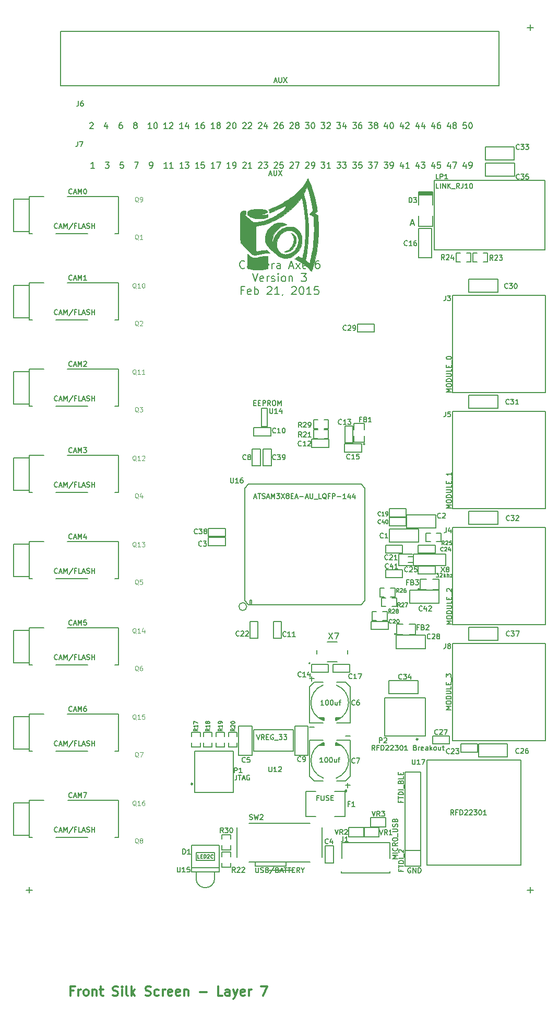
<source format=gto>
G04 #@! TF.FileFunction,Legend,Top*
%FSLAX46Y46*%
G04 Gerber Fmt 4.6, Leading zero omitted, Abs format (unit mm)*
G04 Created by KiCad (PCBNEW 4.0.5) date 01/22/17 20:45:39*
%MOMM*%
%LPD*%
G01*
G04 APERTURE LIST*
%ADD10C,0.150000*%
%ADD11C,0.203200*%
%ADD12C,0.127000*%
%ADD13C,0.299720*%
%ADD14C,0.152400*%
%ADD15C,0.149860*%
%ADD16C,0.200000*%
%ADD17C,0.250000*%
%ADD18C,0.002500*%
%ADD19C,0.146050*%
%ADD20C,0.119380*%
G04 APERTURE END LIST*
D10*
D11*
X35234396Y-38428809D02*
X35279995Y-38383210D01*
X35371193Y-38337611D01*
X35599189Y-38337611D01*
X35690387Y-38383210D01*
X35735986Y-38428809D01*
X35781585Y-38520007D01*
X35781585Y-38611205D01*
X35735986Y-38748002D01*
X35188797Y-39295191D01*
X35781585Y-39295191D01*
X38061538Y-38656804D02*
X38061538Y-39295191D01*
X37833542Y-38292012D02*
X37605547Y-38975998D01*
X38198335Y-38975998D01*
X40432689Y-38337611D02*
X40250292Y-38337611D01*
X40159094Y-38383210D01*
X40113495Y-38428809D01*
X40022297Y-38565606D01*
X39976698Y-38748002D01*
X39976698Y-39112795D01*
X40022297Y-39203993D01*
X40067896Y-39249592D01*
X40159094Y-39295191D01*
X40341491Y-39295191D01*
X40432689Y-39249592D01*
X40478288Y-39203993D01*
X40523887Y-39112795D01*
X40523887Y-38884800D01*
X40478288Y-38793601D01*
X40432689Y-38748002D01*
X40341491Y-38702403D01*
X40159094Y-38702403D01*
X40067896Y-38748002D01*
X40022297Y-38793601D01*
X39976698Y-38884800D01*
X42530245Y-38748002D02*
X42439047Y-38702403D01*
X42393448Y-38656804D01*
X42347849Y-38565606D01*
X42347849Y-38520007D01*
X42393448Y-38428809D01*
X42439047Y-38383210D01*
X42530245Y-38337611D01*
X42712642Y-38337611D01*
X42803840Y-38383210D01*
X42849439Y-38428809D01*
X42895038Y-38520007D01*
X42895038Y-38565606D01*
X42849439Y-38656804D01*
X42803840Y-38702403D01*
X42712642Y-38748002D01*
X42530245Y-38748002D01*
X42439047Y-38793601D01*
X42393448Y-38839200D01*
X42347849Y-38930399D01*
X42347849Y-39112795D01*
X42393448Y-39203993D01*
X42439047Y-39249592D01*
X42530245Y-39295191D01*
X42712642Y-39295191D01*
X42803840Y-39249592D01*
X42849439Y-39203993D01*
X42895038Y-39112795D01*
X42895038Y-38930399D01*
X42849439Y-38839200D01*
X42803840Y-38793601D01*
X42712642Y-38748002D01*
X45266189Y-39295191D02*
X44719000Y-39295191D01*
X44992594Y-39295191D02*
X44992594Y-38337611D01*
X44901396Y-38474408D01*
X44810198Y-38565606D01*
X44719000Y-38611205D01*
X45858976Y-38337611D02*
X45950175Y-38337611D01*
X46041373Y-38383210D01*
X46086972Y-38428809D01*
X46132571Y-38520007D01*
X46178170Y-38702403D01*
X46178170Y-38930399D01*
X46132571Y-39112795D01*
X46086972Y-39203993D01*
X46041373Y-39249592D01*
X45950175Y-39295191D01*
X45858976Y-39295191D01*
X45767778Y-39249592D01*
X45722179Y-39203993D01*
X45676580Y-39112795D01*
X45630981Y-38930399D01*
X45630981Y-38702403D01*
X45676580Y-38520007D01*
X45722179Y-38428809D01*
X45767778Y-38383210D01*
X45858976Y-38337611D01*
X47819736Y-39295191D02*
X47272547Y-39295191D01*
X47546141Y-39295191D02*
X47546141Y-38337611D01*
X47454943Y-38474408D01*
X47363745Y-38565606D01*
X47272547Y-38611205D01*
X48184528Y-38428809D02*
X48230127Y-38383210D01*
X48321325Y-38337611D01*
X48549321Y-38337611D01*
X48640519Y-38383210D01*
X48686118Y-38428809D01*
X48731717Y-38520007D01*
X48731717Y-38611205D01*
X48686118Y-38748002D01*
X48138929Y-39295191D01*
X48731717Y-39295191D01*
X50373283Y-39295191D02*
X49826094Y-39295191D01*
X50099688Y-39295191D02*
X50099688Y-38337611D01*
X50008490Y-38474408D01*
X49917292Y-38565606D01*
X49826094Y-38611205D01*
X51194066Y-38656804D02*
X51194066Y-39295191D01*
X50966070Y-38292012D02*
X50738075Y-38975998D01*
X51330863Y-38975998D01*
X52926830Y-39295191D02*
X52379641Y-39295191D01*
X52653235Y-39295191D02*
X52653235Y-38337611D01*
X52562037Y-38474408D01*
X52470839Y-38565606D01*
X52379641Y-38611205D01*
X53747613Y-38337611D02*
X53565216Y-38337611D01*
X53474018Y-38383210D01*
X53428419Y-38428809D01*
X53337221Y-38565606D01*
X53291622Y-38748002D01*
X53291622Y-39112795D01*
X53337221Y-39203993D01*
X53382820Y-39249592D01*
X53474018Y-39295191D01*
X53656415Y-39295191D01*
X53747613Y-39249592D01*
X53793212Y-39203993D01*
X53838811Y-39112795D01*
X53838811Y-38884800D01*
X53793212Y-38793601D01*
X53747613Y-38748002D01*
X53656415Y-38702403D01*
X53474018Y-38702403D01*
X53382820Y-38748002D01*
X53337221Y-38793601D01*
X53291622Y-38884800D01*
X55480377Y-39295191D02*
X54933188Y-39295191D01*
X55206782Y-39295191D02*
X55206782Y-38337611D01*
X55115584Y-38474408D01*
X55024386Y-38565606D01*
X54933188Y-38611205D01*
X56027565Y-38748002D02*
X55936367Y-38702403D01*
X55890768Y-38656804D01*
X55845169Y-38565606D01*
X55845169Y-38520007D01*
X55890768Y-38428809D01*
X55936367Y-38383210D01*
X56027565Y-38337611D01*
X56209962Y-38337611D01*
X56301160Y-38383210D01*
X56346759Y-38428809D01*
X56392358Y-38520007D01*
X56392358Y-38565606D01*
X56346759Y-38656804D01*
X56301160Y-38702403D01*
X56209962Y-38748002D01*
X56027565Y-38748002D01*
X55936367Y-38793601D01*
X55890768Y-38839200D01*
X55845169Y-38930399D01*
X55845169Y-39112795D01*
X55890768Y-39203993D01*
X55936367Y-39249592D01*
X56027565Y-39295191D01*
X56209962Y-39295191D01*
X56301160Y-39249592D01*
X56346759Y-39203993D01*
X56392358Y-39112795D01*
X56392358Y-38930399D01*
X56346759Y-38839200D01*
X56301160Y-38793601D01*
X56209962Y-38748002D01*
X57486735Y-38428809D02*
X57532334Y-38383210D01*
X57623532Y-38337611D01*
X57851528Y-38337611D01*
X57942726Y-38383210D01*
X57988325Y-38428809D01*
X58033924Y-38520007D01*
X58033924Y-38611205D01*
X57988325Y-38748002D01*
X57441136Y-39295191D01*
X58033924Y-39295191D01*
X58626711Y-38337611D02*
X58717910Y-38337611D01*
X58809108Y-38383210D01*
X58854707Y-38428809D01*
X58900306Y-38520007D01*
X58945905Y-38702403D01*
X58945905Y-38930399D01*
X58900306Y-39112795D01*
X58854707Y-39203993D01*
X58809108Y-39249592D01*
X58717910Y-39295191D01*
X58626711Y-39295191D01*
X58535513Y-39249592D01*
X58489914Y-39203993D01*
X58444315Y-39112795D01*
X58398716Y-38930399D01*
X58398716Y-38702403D01*
X58444315Y-38520007D01*
X58489914Y-38428809D01*
X58535513Y-38383210D01*
X58626711Y-38337611D01*
X60040282Y-38428809D02*
X60085881Y-38383210D01*
X60177079Y-38337611D01*
X60405075Y-38337611D01*
X60496273Y-38383210D01*
X60541872Y-38428809D01*
X60587471Y-38520007D01*
X60587471Y-38611205D01*
X60541872Y-38748002D01*
X59994683Y-39295191D01*
X60587471Y-39295191D01*
X60952263Y-38428809D02*
X60997862Y-38383210D01*
X61089060Y-38337611D01*
X61317056Y-38337611D01*
X61408254Y-38383210D01*
X61453853Y-38428809D01*
X61499452Y-38520007D01*
X61499452Y-38611205D01*
X61453853Y-38748002D01*
X60906664Y-39295191D01*
X61499452Y-39295191D01*
X62593829Y-38428809D02*
X62639428Y-38383210D01*
X62730626Y-38337611D01*
X62958622Y-38337611D01*
X63049820Y-38383210D01*
X63095419Y-38428809D01*
X63141018Y-38520007D01*
X63141018Y-38611205D01*
X63095419Y-38748002D01*
X62548230Y-39295191D01*
X63141018Y-39295191D01*
X63961801Y-38656804D02*
X63961801Y-39295191D01*
X63733805Y-38292012D02*
X63505810Y-38975998D01*
X64098598Y-38975998D01*
X65147376Y-38428809D02*
X65192975Y-38383210D01*
X65284173Y-38337611D01*
X65512169Y-38337611D01*
X65603367Y-38383210D01*
X65648966Y-38428809D01*
X65694565Y-38520007D01*
X65694565Y-38611205D01*
X65648966Y-38748002D01*
X65101777Y-39295191D01*
X65694565Y-39295191D01*
X66515348Y-38337611D02*
X66332951Y-38337611D01*
X66241753Y-38383210D01*
X66196154Y-38428809D01*
X66104956Y-38565606D01*
X66059357Y-38748002D01*
X66059357Y-39112795D01*
X66104956Y-39203993D01*
X66150555Y-39249592D01*
X66241753Y-39295191D01*
X66424150Y-39295191D01*
X66515348Y-39249592D01*
X66560947Y-39203993D01*
X66606546Y-39112795D01*
X66606546Y-38884800D01*
X66560947Y-38793601D01*
X66515348Y-38748002D01*
X66424150Y-38702403D01*
X66241753Y-38702403D01*
X66150555Y-38748002D01*
X66104956Y-38793601D01*
X66059357Y-38884800D01*
X67700923Y-38428809D02*
X67746522Y-38383210D01*
X67837720Y-38337611D01*
X68065716Y-38337611D01*
X68156914Y-38383210D01*
X68202513Y-38428809D01*
X68248112Y-38520007D01*
X68248112Y-38611205D01*
X68202513Y-38748002D01*
X67655324Y-39295191D01*
X68248112Y-39295191D01*
X68795300Y-38748002D02*
X68704102Y-38702403D01*
X68658503Y-38656804D01*
X68612904Y-38565606D01*
X68612904Y-38520007D01*
X68658503Y-38428809D01*
X68704102Y-38383210D01*
X68795300Y-38337611D01*
X68977697Y-38337611D01*
X69068895Y-38383210D01*
X69114494Y-38428809D01*
X69160093Y-38520007D01*
X69160093Y-38565606D01*
X69114494Y-38656804D01*
X69068895Y-38702403D01*
X68977697Y-38748002D01*
X68795300Y-38748002D01*
X68704102Y-38793601D01*
X68658503Y-38839200D01*
X68612904Y-38930399D01*
X68612904Y-39112795D01*
X68658503Y-39203993D01*
X68704102Y-39249592D01*
X68795300Y-39295191D01*
X68977697Y-39295191D01*
X69068895Y-39249592D01*
X69114494Y-39203993D01*
X69160093Y-39112795D01*
X69160093Y-38930399D01*
X69114494Y-38839200D01*
X69068895Y-38793601D01*
X68977697Y-38748002D01*
X70208871Y-38337611D02*
X70801659Y-38337611D01*
X70482465Y-38702403D01*
X70619263Y-38702403D01*
X70710461Y-38748002D01*
X70756060Y-38793601D01*
X70801659Y-38884800D01*
X70801659Y-39112795D01*
X70756060Y-39203993D01*
X70710461Y-39249592D01*
X70619263Y-39295191D01*
X70345668Y-39295191D01*
X70254470Y-39249592D01*
X70208871Y-39203993D01*
X71394446Y-38337611D02*
X71485645Y-38337611D01*
X71576843Y-38383210D01*
X71622442Y-38428809D01*
X71668041Y-38520007D01*
X71713640Y-38702403D01*
X71713640Y-38930399D01*
X71668041Y-39112795D01*
X71622442Y-39203993D01*
X71576843Y-39249592D01*
X71485645Y-39295191D01*
X71394446Y-39295191D01*
X71303248Y-39249592D01*
X71257649Y-39203993D01*
X71212050Y-39112795D01*
X71166451Y-38930399D01*
X71166451Y-38702403D01*
X71212050Y-38520007D01*
X71257649Y-38428809D01*
X71303248Y-38383210D01*
X71394446Y-38337611D01*
X72762418Y-38337611D02*
X73355206Y-38337611D01*
X73036012Y-38702403D01*
X73172810Y-38702403D01*
X73264008Y-38748002D01*
X73309607Y-38793601D01*
X73355206Y-38884800D01*
X73355206Y-39112795D01*
X73309607Y-39203993D01*
X73264008Y-39249592D01*
X73172810Y-39295191D01*
X72899215Y-39295191D01*
X72808017Y-39249592D01*
X72762418Y-39203993D01*
X73719998Y-38428809D02*
X73765597Y-38383210D01*
X73856795Y-38337611D01*
X74084791Y-38337611D01*
X74175989Y-38383210D01*
X74221588Y-38428809D01*
X74267187Y-38520007D01*
X74267187Y-38611205D01*
X74221588Y-38748002D01*
X73674399Y-39295191D01*
X74267187Y-39295191D01*
X75315965Y-38337611D02*
X75908753Y-38337611D01*
X75589559Y-38702403D01*
X75726357Y-38702403D01*
X75817555Y-38748002D01*
X75863154Y-38793601D01*
X75908753Y-38884800D01*
X75908753Y-39112795D01*
X75863154Y-39203993D01*
X75817555Y-39249592D01*
X75726357Y-39295191D01*
X75452762Y-39295191D01*
X75361564Y-39249592D01*
X75315965Y-39203993D01*
X76729536Y-38656804D02*
X76729536Y-39295191D01*
X76501540Y-38292012D02*
X76273545Y-38975998D01*
X76866333Y-38975998D01*
X77869512Y-38337611D02*
X78462300Y-38337611D01*
X78143106Y-38702403D01*
X78279904Y-38702403D01*
X78371102Y-38748002D01*
X78416701Y-38793601D01*
X78462300Y-38884800D01*
X78462300Y-39112795D01*
X78416701Y-39203993D01*
X78371102Y-39249592D01*
X78279904Y-39295191D01*
X78006309Y-39295191D01*
X77915111Y-39249592D01*
X77869512Y-39203993D01*
X79283083Y-38337611D02*
X79100686Y-38337611D01*
X79009488Y-38383210D01*
X78963889Y-38428809D01*
X78872691Y-38565606D01*
X78827092Y-38748002D01*
X78827092Y-39112795D01*
X78872691Y-39203993D01*
X78918290Y-39249592D01*
X79009488Y-39295191D01*
X79191885Y-39295191D01*
X79283083Y-39249592D01*
X79328682Y-39203993D01*
X79374281Y-39112795D01*
X79374281Y-38884800D01*
X79328682Y-38793601D01*
X79283083Y-38748002D01*
X79191885Y-38702403D01*
X79009488Y-38702403D01*
X78918290Y-38748002D01*
X78872691Y-38793601D01*
X78827092Y-38884800D01*
X80423059Y-38337611D02*
X81015847Y-38337611D01*
X80696653Y-38702403D01*
X80833451Y-38702403D01*
X80924649Y-38748002D01*
X80970248Y-38793601D01*
X81015847Y-38884800D01*
X81015847Y-39112795D01*
X80970248Y-39203993D01*
X80924649Y-39249592D01*
X80833451Y-39295191D01*
X80559856Y-39295191D01*
X80468658Y-39249592D01*
X80423059Y-39203993D01*
X81563035Y-38748002D02*
X81471837Y-38702403D01*
X81426238Y-38656804D01*
X81380639Y-38565606D01*
X81380639Y-38520007D01*
X81426238Y-38428809D01*
X81471837Y-38383210D01*
X81563035Y-38337611D01*
X81745432Y-38337611D01*
X81836630Y-38383210D01*
X81882229Y-38428809D01*
X81927828Y-38520007D01*
X81927828Y-38565606D01*
X81882229Y-38656804D01*
X81836630Y-38702403D01*
X81745432Y-38748002D01*
X81563035Y-38748002D01*
X81471837Y-38793601D01*
X81426238Y-38839200D01*
X81380639Y-38930399D01*
X81380639Y-39112795D01*
X81426238Y-39203993D01*
X81471837Y-39249592D01*
X81563035Y-39295191D01*
X81745432Y-39295191D01*
X81836630Y-39249592D01*
X81882229Y-39203993D01*
X81927828Y-39112795D01*
X81927828Y-38930399D01*
X81882229Y-38839200D01*
X81836630Y-38793601D01*
X81745432Y-38748002D01*
X83478196Y-38656804D02*
X83478196Y-39295191D01*
X83250200Y-38292012D02*
X83022205Y-38975998D01*
X83614993Y-38975998D01*
X84162181Y-38337611D02*
X84253380Y-38337611D01*
X84344578Y-38383210D01*
X84390177Y-38428809D01*
X84435776Y-38520007D01*
X84481375Y-38702403D01*
X84481375Y-38930399D01*
X84435776Y-39112795D01*
X84390177Y-39203993D01*
X84344578Y-39249592D01*
X84253380Y-39295191D01*
X84162181Y-39295191D01*
X84070983Y-39249592D01*
X84025384Y-39203993D01*
X83979785Y-39112795D01*
X83934186Y-38930399D01*
X83934186Y-38702403D01*
X83979785Y-38520007D01*
X84025384Y-38428809D01*
X84070983Y-38383210D01*
X84162181Y-38337611D01*
X86031743Y-38656804D02*
X86031743Y-39295191D01*
X85803747Y-38292012D02*
X85575752Y-38975998D01*
X86168540Y-38975998D01*
X86487733Y-38428809D02*
X86533332Y-38383210D01*
X86624530Y-38337611D01*
X86852526Y-38337611D01*
X86943724Y-38383210D01*
X86989323Y-38428809D01*
X87034922Y-38520007D01*
X87034922Y-38611205D01*
X86989323Y-38748002D01*
X86442134Y-39295191D01*
X87034922Y-39295191D01*
X88585290Y-38656804D02*
X88585290Y-39295191D01*
X88357294Y-38292012D02*
X88129299Y-38975998D01*
X88722087Y-38975998D01*
X89497271Y-38656804D02*
X89497271Y-39295191D01*
X89269275Y-38292012D02*
X89041280Y-38975998D01*
X89634068Y-38975998D01*
X91138837Y-38656804D02*
X91138837Y-39295191D01*
X90910841Y-38292012D02*
X90682846Y-38975998D01*
X91275634Y-38975998D01*
X92050818Y-38337611D02*
X91868421Y-38337611D01*
X91777223Y-38383210D01*
X91731624Y-38428809D01*
X91640426Y-38565606D01*
X91594827Y-38748002D01*
X91594827Y-39112795D01*
X91640426Y-39203993D01*
X91686025Y-39249592D01*
X91777223Y-39295191D01*
X91959620Y-39295191D01*
X92050818Y-39249592D01*
X92096417Y-39203993D01*
X92142016Y-39112795D01*
X92142016Y-38884800D01*
X92096417Y-38793601D01*
X92050818Y-38748002D01*
X91959620Y-38702403D01*
X91777223Y-38702403D01*
X91686025Y-38748002D01*
X91640426Y-38793601D01*
X91594827Y-38884800D01*
X93692384Y-38656804D02*
X93692384Y-39295191D01*
X93464388Y-38292012D02*
X93236393Y-38975998D01*
X93829181Y-38975998D01*
X94330770Y-38748002D02*
X94239572Y-38702403D01*
X94193973Y-38656804D01*
X94148374Y-38565606D01*
X94148374Y-38520007D01*
X94193973Y-38428809D01*
X94239572Y-38383210D01*
X94330770Y-38337611D01*
X94513167Y-38337611D01*
X94604365Y-38383210D01*
X94649964Y-38428809D01*
X94695563Y-38520007D01*
X94695563Y-38565606D01*
X94649964Y-38656804D01*
X94604365Y-38702403D01*
X94513167Y-38748002D01*
X94330770Y-38748002D01*
X94239572Y-38793601D01*
X94193973Y-38839200D01*
X94148374Y-38930399D01*
X94148374Y-39112795D01*
X94193973Y-39203993D01*
X94239572Y-39249592D01*
X94330770Y-39295191D01*
X94513167Y-39295191D01*
X94604365Y-39249592D01*
X94649964Y-39203993D01*
X94695563Y-39112795D01*
X94695563Y-38930399D01*
X94649964Y-38839200D01*
X94604365Y-38793601D01*
X94513167Y-38748002D01*
X96291530Y-38337611D02*
X95835539Y-38337611D01*
X95789940Y-38793601D01*
X95835539Y-38748002D01*
X95926737Y-38702403D01*
X96154733Y-38702403D01*
X96245931Y-38748002D01*
X96291530Y-38793601D01*
X96337129Y-38884800D01*
X96337129Y-39112795D01*
X96291530Y-39203993D01*
X96245931Y-39249592D01*
X96154733Y-39295191D01*
X95926737Y-39295191D01*
X95835539Y-39249592D01*
X95789940Y-39203993D01*
X96929916Y-38337611D02*
X97021115Y-38337611D01*
X97112313Y-38383210D01*
X97157912Y-38428809D01*
X97203511Y-38520007D01*
X97249110Y-38702403D01*
X97249110Y-38930399D01*
X97203511Y-39112795D01*
X97157912Y-39203993D01*
X97112313Y-39249592D01*
X97021115Y-39295191D01*
X96929916Y-39295191D01*
X96838718Y-39249592D01*
X96793119Y-39203993D01*
X96747520Y-39112795D01*
X96701921Y-38930399D01*
X96701921Y-38702403D01*
X96747520Y-38520007D01*
X96793119Y-38428809D01*
X96838718Y-38383210D01*
X96929916Y-38337611D01*
X35972085Y-45708691D02*
X35424896Y-45708691D01*
X35698490Y-45708691D02*
X35698490Y-44751111D01*
X35607292Y-44887908D01*
X35516094Y-44979106D01*
X35424896Y-45024705D01*
X37750448Y-44751111D02*
X38343236Y-44751111D01*
X38024042Y-45115903D01*
X38160840Y-45115903D01*
X38252038Y-45161502D01*
X38297637Y-45207101D01*
X38343236Y-45298300D01*
X38343236Y-45526295D01*
X38297637Y-45617493D01*
X38252038Y-45663092D01*
X38160840Y-45708691D01*
X37887245Y-45708691D01*
X37796047Y-45663092D01*
X37750448Y-45617493D01*
X40668788Y-44751111D02*
X40212797Y-44751111D01*
X40167198Y-45207101D01*
X40212797Y-45161502D01*
X40303995Y-45115903D01*
X40531991Y-45115903D01*
X40623189Y-45161502D01*
X40668788Y-45207101D01*
X40714387Y-45298300D01*
X40714387Y-45526295D01*
X40668788Y-45617493D01*
X40623189Y-45663092D01*
X40531991Y-45708691D01*
X40303995Y-45708691D01*
X40212797Y-45663092D01*
X40167198Y-45617493D01*
X42492750Y-44751111D02*
X43131137Y-44751111D01*
X42720745Y-45708691D01*
X45000698Y-45708691D02*
X45183094Y-45708691D01*
X45274293Y-45663092D01*
X45319892Y-45617493D01*
X45411090Y-45480696D01*
X45456689Y-45298300D01*
X45456689Y-44933507D01*
X45411090Y-44842309D01*
X45365491Y-44796710D01*
X45274293Y-44751111D01*
X45091896Y-44751111D01*
X45000698Y-44796710D01*
X44955099Y-44842309D01*
X44909500Y-44933507D01*
X44909500Y-45161502D01*
X44955099Y-45252700D01*
X45000698Y-45298300D01*
X45091896Y-45343899D01*
X45274293Y-45343899D01*
X45365491Y-45298300D01*
X45411090Y-45252700D01*
X45456689Y-45161502D01*
X47827840Y-45708691D02*
X47280651Y-45708691D01*
X47554245Y-45708691D02*
X47554245Y-44751111D01*
X47463047Y-44887908D01*
X47371849Y-44979106D01*
X47280651Y-45024705D01*
X48739821Y-45708691D02*
X48192632Y-45708691D01*
X48466226Y-45708691D02*
X48466226Y-44751111D01*
X48375028Y-44887908D01*
X48283830Y-44979106D01*
X48192632Y-45024705D01*
X50381387Y-45708691D02*
X49834198Y-45708691D01*
X50107792Y-45708691D02*
X50107792Y-44751111D01*
X50016594Y-44887908D01*
X49925396Y-44979106D01*
X49834198Y-45024705D01*
X50700580Y-44751111D02*
X51293368Y-44751111D01*
X50974174Y-45115903D01*
X51110972Y-45115903D01*
X51202170Y-45161502D01*
X51247769Y-45207101D01*
X51293368Y-45298300D01*
X51293368Y-45526295D01*
X51247769Y-45617493D01*
X51202170Y-45663092D01*
X51110972Y-45708691D01*
X50837377Y-45708691D01*
X50746179Y-45663092D01*
X50700580Y-45617493D01*
X52934934Y-45708691D02*
X52387745Y-45708691D01*
X52661339Y-45708691D02*
X52661339Y-44751111D01*
X52570141Y-44887908D01*
X52478943Y-44979106D01*
X52387745Y-45024705D01*
X53801316Y-44751111D02*
X53345325Y-44751111D01*
X53299726Y-45207101D01*
X53345325Y-45161502D01*
X53436523Y-45115903D01*
X53664519Y-45115903D01*
X53755717Y-45161502D01*
X53801316Y-45207101D01*
X53846915Y-45298300D01*
X53846915Y-45526295D01*
X53801316Y-45617493D01*
X53755717Y-45663092D01*
X53664519Y-45708691D01*
X53436523Y-45708691D01*
X53345325Y-45663092D01*
X53299726Y-45617493D01*
X55488481Y-45708691D02*
X54941292Y-45708691D01*
X55214886Y-45708691D02*
X55214886Y-44751111D01*
X55123688Y-44887908D01*
X55032490Y-44979106D01*
X54941292Y-45024705D01*
X55807674Y-44751111D02*
X56446061Y-44751111D01*
X56035669Y-45708691D01*
X58042028Y-45708691D02*
X57494839Y-45708691D01*
X57768433Y-45708691D02*
X57768433Y-44751111D01*
X57677235Y-44887908D01*
X57586037Y-44979106D01*
X57494839Y-45024705D01*
X58498018Y-45708691D02*
X58680414Y-45708691D01*
X58771613Y-45663092D01*
X58817212Y-45617493D01*
X58908410Y-45480696D01*
X58954009Y-45298300D01*
X58954009Y-44933507D01*
X58908410Y-44842309D01*
X58862811Y-44796710D01*
X58771613Y-44751111D01*
X58589216Y-44751111D01*
X58498018Y-44796710D01*
X58452419Y-44842309D01*
X58406820Y-44933507D01*
X58406820Y-45161502D01*
X58452419Y-45252700D01*
X58498018Y-45298300D01*
X58589216Y-45343899D01*
X58771613Y-45343899D01*
X58862811Y-45298300D01*
X58908410Y-45252700D01*
X58954009Y-45161502D01*
X60048386Y-44842309D02*
X60093985Y-44796710D01*
X60185183Y-44751111D01*
X60413179Y-44751111D01*
X60504377Y-44796710D01*
X60549976Y-44842309D01*
X60595575Y-44933507D01*
X60595575Y-45024705D01*
X60549976Y-45161502D01*
X60002787Y-45708691D01*
X60595575Y-45708691D01*
X61507556Y-45708691D02*
X60960367Y-45708691D01*
X61233961Y-45708691D02*
X61233961Y-44751111D01*
X61142763Y-44887908D01*
X61051565Y-44979106D01*
X60960367Y-45024705D01*
X62601933Y-44842309D02*
X62647532Y-44796710D01*
X62738730Y-44751111D01*
X62966726Y-44751111D01*
X63057924Y-44796710D01*
X63103523Y-44842309D01*
X63149122Y-44933507D01*
X63149122Y-45024705D01*
X63103523Y-45161502D01*
X62556334Y-45708691D01*
X63149122Y-45708691D01*
X63468315Y-44751111D02*
X64061103Y-44751111D01*
X63741909Y-45115903D01*
X63878707Y-45115903D01*
X63969905Y-45161502D01*
X64015504Y-45207101D01*
X64061103Y-45298300D01*
X64061103Y-45526295D01*
X64015504Y-45617493D01*
X63969905Y-45663092D01*
X63878707Y-45708691D01*
X63605112Y-45708691D01*
X63513914Y-45663092D01*
X63468315Y-45617493D01*
X65155480Y-44842309D02*
X65201079Y-44796710D01*
X65292277Y-44751111D01*
X65520273Y-44751111D01*
X65611471Y-44796710D01*
X65657070Y-44842309D01*
X65702669Y-44933507D01*
X65702669Y-45024705D01*
X65657070Y-45161502D01*
X65109881Y-45708691D01*
X65702669Y-45708691D01*
X66569051Y-44751111D02*
X66113060Y-44751111D01*
X66067461Y-45207101D01*
X66113060Y-45161502D01*
X66204258Y-45115903D01*
X66432254Y-45115903D01*
X66523452Y-45161502D01*
X66569051Y-45207101D01*
X66614650Y-45298300D01*
X66614650Y-45526295D01*
X66569051Y-45617493D01*
X66523452Y-45663092D01*
X66432254Y-45708691D01*
X66204258Y-45708691D01*
X66113060Y-45663092D01*
X66067461Y-45617493D01*
X67709027Y-44842309D02*
X67754626Y-44796710D01*
X67845824Y-44751111D01*
X68073820Y-44751111D01*
X68165018Y-44796710D01*
X68210617Y-44842309D01*
X68256216Y-44933507D01*
X68256216Y-45024705D01*
X68210617Y-45161502D01*
X67663428Y-45708691D01*
X68256216Y-45708691D01*
X68575409Y-44751111D02*
X69213796Y-44751111D01*
X68803404Y-45708691D01*
X70262574Y-44842309D02*
X70308173Y-44796710D01*
X70399371Y-44751111D01*
X70627367Y-44751111D01*
X70718565Y-44796710D01*
X70764164Y-44842309D01*
X70809763Y-44933507D01*
X70809763Y-45024705D01*
X70764164Y-45161502D01*
X70216975Y-45708691D01*
X70809763Y-45708691D01*
X71265753Y-45708691D02*
X71448149Y-45708691D01*
X71539348Y-45663092D01*
X71584947Y-45617493D01*
X71676145Y-45480696D01*
X71721744Y-45298300D01*
X71721744Y-44933507D01*
X71676145Y-44842309D01*
X71630546Y-44796710D01*
X71539348Y-44751111D01*
X71356951Y-44751111D01*
X71265753Y-44796710D01*
X71220154Y-44842309D01*
X71174555Y-44933507D01*
X71174555Y-45161502D01*
X71220154Y-45252700D01*
X71265753Y-45298300D01*
X71356951Y-45343899D01*
X71539348Y-45343899D01*
X71630546Y-45298300D01*
X71676145Y-45252700D01*
X71721744Y-45161502D01*
X72770522Y-44751111D02*
X73363310Y-44751111D01*
X73044116Y-45115903D01*
X73180914Y-45115903D01*
X73272112Y-45161502D01*
X73317711Y-45207101D01*
X73363310Y-45298300D01*
X73363310Y-45526295D01*
X73317711Y-45617493D01*
X73272112Y-45663092D01*
X73180914Y-45708691D01*
X72907319Y-45708691D01*
X72816121Y-45663092D01*
X72770522Y-45617493D01*
X74275291Y-45708691D02*
X73728102Y-45708691D01*
X74001696Y-45708691D02*
X74001696Y-44751111D01*
X73910498Y-44887908D01*
X73819300Y-44979106D01*
X73728102Y-45024705D01*
X75324069Y-44751111D02*
X75916857Y-44751111D01*
X75597663Y-45115903D01*
X75734461Y-45115903D01*
X75825659Y-45161502D01*
X75871258Y-45207101D01*
X75916857Y-45298300D01*
X75916857Y-45526295D01*
X75871258Y-45617493D01*
X75825659Y-45663092D01*
X75734461Y-45708691D01*
X75460866Y-45708691D01*
X75369668Y-45663092D01*
X75324069Y-45617493D01*
X76236050Y-44751111D02*
X76828838Y-44751111D01*
X76509644Y-45115903D01*
X76646442Y-45115903D01*
X76737640Y-45161502D01*
X76783239Y-45207101D01*
X76828838Y-45298300D01*
X76828838Y-45526295D01*
X76783239Y-45617493D01*
X76737640Y-45663092D01*
X76646442Y-45708691D01*
X76372847Y-45708691D01*
X76281649Y-45663092D01*
X76236050Y-45617493D01*
X77877616Y-44751111D02*
X78470404Y-44751111D01*
X78151210Y-45115903D01*
X78288008Y-45115903D01*
X78379206Y-45161502D01*
X78424805Y-45207101D01*
X78470404Y-45298300D01*
X78470404Y-45526295D01*
X78424805Y-45617493D01*
X78379206Y-45663092D01*
X78288008Y-45708691D01*
X78014413Y-45708691D01*
X77923215Y-45663092D01*
X77877616Y-45617493D01*
X79336786Y-44751111D02*
X78880795Y-44751111D01*
X78835196Y-45207101D01*
X78880795Y-45161502D01*
X78971993Y-45115903D01*
X79199989Y-45115903D01*
X79291187Y-45161502D01*
X79336786Y-45207101D01*
X79382385Y-45298300D01*
X79382385Y-45526295D01*
X79336786Y-45617493D01*
X79291187Y-45663092D01*
X79199989Y-45708691D01*
X78971993Y-45708691D01*
X78880795Y-45663092D01*
X78835196Y-45617493D01*
X80431163Y-44751111D02*
X81023951Y-44751111D01*
X80704757Y-45115903D01*
X80841555Y-45115903D01*
X80932753Y-45161502D01*
X80978352Y-45207101D01*
X81023951Y-45298300D01*
X81023951Y-45526295D01*
X80978352Y-45617493D01*
X80932753Y-45663092D01*
X80841555Y-45708691D01*
X80567960Y-45708691D01*
X80476762Y-45663092D01*
X80431163Y-45617493D01*
X81343144Y-44751111D02*
X81981531Y-44751111D01*
X81571139Y-45708691D01*
X82984710Y-44751111D02*
X83577498Y-44751111D01*
X83258304Y-45115903D01*
X83395102Y-45115903D01*
X83486300Y-45161502D01*
X83531899Y-45207101D01*
X83577498Y-45298300D01*
X83577498Y-45526295D01*
X83531899Y-45617493D01*
X83486300Y-45663092D01*
X83395102Y-45708691D01*
X83121507Y-45708691D01*
X83030309Y-45663092D01*
X82984710Y-45617493D01*
X84033488Y-45708691D02*
X84215884Y-45708691D01*
X84307083Y-45663092D01*
X84352682Y-45617493D01*
X84443880Y-45480696D01*
X84489479Y-45298300D01*
X84489479Y-44933507D01*
X84443880Y-44842309D01*
X84398281Y-44796710D01*
X84307083Y-44751111D01*
X84124686Y-44751111D01*
X84033488Y-44796710D01*
X83987889Y-44842309D01*
X83942290Y-44933507D01*
X83942290Y-45161502D01*
X83987889Y-45252700D01*
X84033488Y-45298300D01*
X84124686Y-45343899D01*
X84307083Y-45343899D01*
X84398281Y-45298300D01*
X84443880Y-45252700D01*
X84489479Y-45161502D01*
X86039847Y-45070304D02*
X86039847Y-45708691D01*
X85811851Y-44705512D02*
X85583856Y-45389498D01*
X86176644Y-45389498D01*
X87043026Y-45708691D02*
X86495837Y-45708691D01*
X86769431Y-45708691D02*
X86769431Y-44751111D01*
X86678233Y-44887908D01*
X86587035Y-44979106D01*
X86495837Y-45024705D01*
X88593394Y-45070304D02*
X88593394Y-45708691D01*
X88365398Y-44705512D02*
X88137403Y-45389498D01*
X88730191Y-45389498D01*
X89003785Y-44751111D02*
X89596573Y-44751111D01*
X89277379Y-45115903D01*
X89414177Y-45115903D01*
X89505375Y-45161502D01*
X89550974Y-45207101D01*
X89596573Y-45298300D01*
X89596573Y-45526295D01*
X89550974Y-45617493D01*
X89505375Y-45663092D01*
X89414177Y-45708691D01*
X89140582Y-45708691D01*
X89049384Y-45663092D01*
X89003785Y-45617493D01*
X91146941Y-45070304D02*
X91146941Y-45708691D01*
X90918945Y-44705512D02*
X90690950Y-45389498D01*
X91283738Y-45389498D01*
X92104521Y-44751111D02*
X91648530Y-44751111D01*
X91602931Y-45207101D01*
X91648530Y-45161502D01*
X91739728Y-45115903D01*
X91967724Y-45115903D01*
X92058922Y-45161502D01*
X92104521Y-45207101D01*
X92150120Y-45298300D01*
X92150120Y-45526295D01*
X92104521Y-45617493D01*
X92058922Y-45663092D01*
X91967724Y-45708691D01*
X91739728Y-45708691D01*
X91648530Y-45663092D01*
X91602931Y-45617493D01*
X93700488Y-45070304D02*
X93700488Y-45708691D01*
X93472492Y-44705512D02*
X93244497Y-45389498D01*
X93837285Y-45389498D01*
X94110879Y-44751111D02*
X94749266Y-44751111D01*
X94338874Y-45708691D01*
X96254035Y-45070304D02*
X96254035Y-45708691D01*
X96026039Y-44705512D02*
X95798044Y-45389498D01*
X96390832Y-45389498D01*
X96801223Y-45708691D02*
X96983619Y-45708691D01*
X97074818Y-45663092D01*
X97120417Y-45617493D01*
X97211615Y-45480696D01*
X97257214Y-45298300D01*
X97257214Y-44933507D01*
X97211615Y-44842309D01*
X97166016Y-44796710D01*
X97074818Y-44751111D01*
X96892421Y-44751111D01*
X96801223Y-44796710D01*
X96755624Y-44842309D01*
X96710025Y-44933507D01*
X96710025Y-45161502D01*
X96755624Y-45252700D01*
X96801223Y-45298300D01*
X96892421Y-45343899D01*
X97074818Y-45343899D01*
X97166016Y-45298300D01*
X97211615Y-45252700D01*
X97257214Y-45161502D01*
D12*
X106196191Y-22950714D02*
X107163810Y-22950714D01*
X106680000Y-23434524D02*
X106680000Y-22466905D01*
X24916191Y-162650714D02*
X25883810Y-162650714D01*
X25400000Y-163134524D02*
X25400000Y-162166905D01*
X106196191Y-162650714D02*
X107163810Y-162650714D01*
X106680000Y-163134524D02*
X106680000Y-162166905D01*
D13*
X32607794Y-178962776D02*
X32107414Y-178962776D01*
X32107414Y-179749087D02*
X32107414Y-178247947D01*
X32822243Y-178247947D01*
X33394105Y-179749087D02*
X33394105Y-178748327D01*
X33394105Y-179034259D02*
X33465588Y-178891293D01*
X33537071Y-178819810D01*
X33680037Y-178748327D01*
X33823002Y-178748327D01*
X34537831Y-179749087D02*
X34394865Y-179677604D01*
X34323382Y-179606121D01*
X34251899Y-179463156D01*
X34251899Y-179034259D01*
X34323382Y-178891293D01*
X34394865Y-178819810D01*
X34537831Y-178748327D01*
X34752279Y-178748327D01*
X34895245Y-178819810D01*
X34966728Y-178891293D01*
X35038211Y-179034259D01*
X35038211Y-179463156D01*
X34966728Y-179606121D01*
X34895245Y-179677604D01*
X34752279Y-179749087D01*
X34537831Y-179749087D01*
X35681556Y-178748327D02*
X35681556Y-179749087D01*
X35681556Y-178891293D02*
X35753039Y-178819810D01*
X35896005Y-178748327D01*
X36110453Y-178748327D01*
X36253419Y-178819810D01*
X36324902Y-178962776D01*
X36324902Y-179749087D01*
X36825282Y-178748327D02*
X37397145Y-178748327D01*
X37039730Y-178247947D02*
X37039730Y-179534639D01*
X37111213Y-179677604D01*
X37254179Y-179749087D01*
X37397145Y-179749087D01*
X38969767Y-179677604D02*
X39184216Y-179749087D01*
X39541630Y-179749087D01*
X39684596Y-179677604D01*
X39756079Y-179606121D01*
X39827562Y-179463156D01*
X39827562Y-179320190D01*
X39756079Y-179177224D01*
X39684596Y-179105741D01*
X39541630Y-179034259D01*
X39255699Y-178962776D01*
X39112733Y-178891293D01*
X39041250Y-178819810D01*
X38969767Y-178676844D01*
X38969767Y-178533879D01*
X39041250Y-178390913D01*
X39112733Y-178319430D01*
X39255699Y-178247947D01*
X39613113Y-178247947D01*
X39827562Y-178319430D01*
X40470907Y-179749087D02*
X40470907Y-178748327D01*
X40470907Y-178247947D02*
X40399424Y-178319430D01*
X40470907Y-178390913D01*
X40542390Y-178319430D01*
X40470907Y-178247947D01*
X40470907Y-178390913D01*
X41400185Y-179749087D02*
X41257219Y-179677604D01*
X41185736Y-179534639D01*
X41185736Y-178247947D01*
X41972047Y-179749087D02*
X41972047Y-178247947D01*
X42115013Y-179177224D02*
X42543910Y-179749087D01*
X42543910Y-178748327D02*
X41972047Y-179320190D01*
X44259499Y-179677604D02*
X44473948Y-179749087D01*
X44831362Y-179749087D01*
X44974328Y-179677604D01*
X45045811Y-179606121D01*
X45117294Y-179463156D01*
X45117294Y-179320190D01*
X45045811Y-179177224D01*
X44974328Y-179105741D01*
X44831362Y-179034259D01*
X44545431Y-178962776D01*
X44402465Y-178891293D01*
X44330982Y-178819810D01*
X44259499Y-178676844D01*
X44259499Y-178533879D01*
X44330982Y-178390913D01*
X44402465Y-178319430D01*
X44545431Y-178247947D01*
X44902845Y-178247947D01*
X45117294Y-178319430D01*
X46403985Y-179677604D02*
X46261019Y-179749087D01*
X45975088Y-179749087D01*
X45832122Y-179677604D01*
X45760639Y-179606121D01*
X45689156Y-179463156D01*
X45689156Y-179034259D01*
X45760639Y-178891293D01*
X45832122Y-178819810D01*
X45975088Y-178748327D01*
X46261019Y-178748327D01*
X46403985Y-178819810D01*
X47047330Y-179749087D02*
X47047330Y-178748327D01*
X47047330Y-179034259D02*
X47118813Y-178891293D01*
X47190296Y-178819810D01*
X47333262Y-178748327D01*
X47476227Y-178748327D01*
X48548470Y-179677604D02*
X48405504Y-179749087D01*
X48119573Y-179749087D01*
X47976607Y-179677604D01*
X47905124Y-179534639D01*
X47905124Y-178962776D01*
X47976607Y-178819810D01*
X48119573Y-178748327D01*
X48405504Y-178748327D01*
X48548470Y-178819810D01*
X48619953Y-178962776D01*
X48619953Y-179105741D01*
X47905124Y-179248707D01*
X49835161Y-179677604D02*
X49692195Y-179749087D01*
X49406264Y-179749087D01*
X49263298Y-179677604D01*
X49191815Y-179534639D01*
X49191815Y-178962776D01*
X49263298Y-178819810D01*
X49406264Y-178748327D01*
X49692195Y-178748327D01*
X49835161Y-178819810D01*
X49906644Y-178962776D01*
X49906644Y-179105741D01*
X49191815Y-179248707D01*
X50549989Y-178748327D02*
X50549989Y-179749087D01*
X50549989Y-178891293D02*
X50621472Y-178819810D01*
X50764438Y-178748327D01*
X50978886Y-178748327D01*
X51121852Y-178819810D01*
X51193335Y-178962776D01*
X51193335Y-179749087D01*
X53051889Y-179177224D02*
X54195615Y-179177224D01*
X56768998Y-179749087D02*
X56054169Y-179749087D01*
X56054169Y-178247947D01*
X57912724Y-179749087D02*
X57912724Y-178962776D01*
X57841241Y-178819810D01*
X57698275Y-178748327D01*
X57412344Y-178748327D01*
X57269378Y-178819810D01*
X57912724Y-179677604D02*
X57769758Y-179749087D01*
X57412344Y-179749087D01*
X57269378Y-179677604D01*
X57197895Y-179534639D01*
X57197895Y-179391673D01*
X57269378Y-179248707D01*
X57412344Y-179177224D01*
X57769758Y-179177224D01*
X57912724Y-179105741D01*
X58484587Y-178748327D02*
X58842001Y-179749087D01*
X59199415Y-178748327D02*
X58842001Y-179749087D01*
X58699035Y-180106501D01*
X58627552Y-180177984D01*
X58484587Y-180249467D01*
X60343141Y-179677604D02*
X60200175Y-179749087D01*
X59914244Y-179749087D01*
X59771278Y-179677604D01*
X59699795Y-179534639D01*
X59699795Y-178962776D01*
X59771278Y-178819810D01*
X59914244Y-178748327D01*
X60200175Y-178748327D01*
X60343141Y-178819810D01*
X60414624Y-178962776D01*
X60414624Y-179105741D01*
X59699795Y-179248707D01*
X61057969Y-179749087D02*
X61057969Y-178748327D01*
X61057969Y-179034259D02*
X61129452Y-178891293D01*
X61200935Y-178819810D01*
X61343901Y-178748327D01*
X61486866Y-178748327D01*
X62988007Y-178247947D02*
X63988767Y-178247947D01*
X63345421Y-179749087D01*
D14*
X87264724Y-159080200D02*
X87187315Y-159041495D01*
X87071200Y-159041495D01*
X86955086Y-159080200D01*
X86877677Y-159157610D01*
X86838972Y-159235019D01*
X86800267Y-159389838D01*
X86800267Y-159505952D01*
X86838972Y-159660771D01*
X86877677Y-159738181D01*
X86955086Y-159815590D01*
X87071200Y-159854295D01*
X87148610Y-159854295D01*
X87264724Y-159815590D01*
X87303429Y-159776886D01*
X87303429Y-159505952D01*
X87148610Y-159505952D01*
X87651772Y-159854295D02*
X87651772Y-159041495D01*
X88116229Y-159854295D01*
X88116229Y-159041495D01*
X88503277Y-159854295D02*
X88503277Y-159041495D01*
X88696801Y-159041495D01*
X88812915Y-159080200D01*
X88890324Y-159157610D01*
X88929029Y-159235019D01*
X88967734Y-159389838D01*
X88967734Y-159505952D01*
X88929029Y-159660771D01*
X88890324Y-159738181D01*
X88812915Y-159815590D01*
X88696801Y-159854295D01*
X88503277Y-159854295D01*
D11*
X60325001Y-61845371D02*
X60264525Y-61905848D01*
X60083096Y-61966324D01*
X59962144Y-61966324D01*
X59780716Y-61905848D01*
X59659763Y-61784895D01*
X59599287Y-61663943D01*
X59538811Y-61422038D01*
X59538811Y-61240610D01*
X59599287Y-60998705D01*
X59659763Y-60877752D01*
X59780716Y-60756800D01*
X59962144Y-60696324D01*
X60083096Y-60696324D01*
X60264525Y-60756800D01*
X60325001Y-60817276D01*
X61413573Y-61966324D02*
X61413573Y-61301086D01*
X61353096Y-61180133D01*
X61232144Y-61119657D01*
X60990239Y-61119657D01*
X60869287Y-61180133D01*
X61413573Y-61905848D02*
X61292620Y-61966324D01*
X60990239Y-61966324D01*
X60869287Y-61905848D01*
X60808811Y-61784895D01*
X60808811Y-61663943D01*
X60869287Y-61542990D01*
X60990239Y-61482514D01*
X61292620Y-61482514D01*
X61413573Y-61422038D01*
X62018335Y-61966324D02*
X62018335Y-61119657D01*
X62018335Y-61240610D02*
X62078811Y-61180133D01*
X62199764Y-61119657D01*
X62381192Y-61119657D01*
X62502144Y-61180133D01*
X62562621Y-61301086D01*
X62562621Y-61966324D01*
X62562621Y-61301086D02*
X62623097Y-61180133D01*
X62744049Y-61119657D01*
X62925478Y-61119657D01*
X63046430Y-61180133D01*
X63106906Y-61301086D01*
X63106906Y-61966324D01*
X64195477Y-61905848D02*
X64074525Y-61966324D01*
X63832620Y-61966324D01*
X63711668Y-61905848D01*
X63651192Y-61784895D01*
X63651192Y-61301086D01*
X63711668Y-61180133D01*
X63832620Y-61119657D01*
X64074525Y-61119657D01*
X64195477Y-61180133D01*
X64255954Y-61301086D01*
X64255954Y-61422038D01*
X63651192Y-61542990D01*
X64800239Y-61966324D02*
X64800239Y-61119657D01*
X64800239Y-61361562D02*
X64860715Y-61240610D01*
X64921191Y-61180133D01*
X65042144Y-61119657D01*
X65163096Y-61119657D01*
X66130715Y-61966324D02*
X66130715Y-61301086D01*
X66070238Y-61180133D01*
X65949286Y-61119657D01*
X65707381Y-61119657D01*
X65586429Y-61180133D01*
X66130715Y-61905848D02*
X66009762Y-61966324D01*
X65707381Y-61966324D01*
X65586429Y-61905848D01*
X65525953Y-61784895D01*
X65525953Y-61663943D01*
X65586429Y-61542990D01*
X65707381Y-61482514D01*
X66009762Y-61482514D01*
X66130715Y-61422038D01*
X67642620Y-61603467D02*
X68247382Y-61603467D01*
X67521667Y-61966324D02*
X67945001Y-60696324D01*
X68368334Y-61966324D01*
X68670715Y-61966324D02*
X69335953Y-61119657D01*
X68670715Y-61119657D02*
X69335953Y-61966324D01*
X70303571Y-61905848D02*
X70182619Y-61966324D01*
X69940714Y-61966324D01*
X69819762Y-61905848D01*
X69759286Y-61784895D01*
X69759286Y-61301086D01*
X69819762Y-61180133D01*
X69940714Y-61119657D01*
X70182619Y-61119657D01*
X70303571Y-61180133D01*
X70364048Y-61301086D01*
X70364048Y-61422038D01*
X69759286Y-61542990D01*
X72420238Y-60696324D02*
X72178333Y-60696324D01*
X72057381Y-60756800D01*
X71996904Y-60817276D01*
X71875952Y-60998705D01*
X71815476Y-61240610D01*
X71815476Y-61724419D01*
X71875952Y-61845371D01*
X71936428Y-61905848D01*
X72057381Y-61966324D01*
X72299285Y-61966324D01*
X72420238Y-61905848D01*
X72480714Y-61845371D01*
X72541190Y-61724419D01*
X72541190Y-61422038D01*
X72480714Y-61301086D01*
X72420238Y-61240610D01*
X72299285Y-61180133D01*
X72057381Y-61180133D01*
X71936428Y-61240610D01*
X71875952Y-61301086D01*
X71815476Y-61422038D01*
X61625238Y-62804524D02*
X62048572Y-64074524D01*
X62471905Y-62804524D01*
X63379047Y-64014048D02*
X63258095Y-64074524D01*
X63016190Y-64074524D01*
X62895238Y-64014048D01*
X62834762Y-63893095D01*
X62834762Y-63409286D01*
X62895238Y-63288333D01*
X63016190Y-63227857D01*
X63258095Y-63227857D01*
X63379047Y-63288333D01*
X63439524Y-63409286D01*
X63439524Y-63530238D01*
X62834762Y-63651190D01*
X63983809Y-64074524D02*
X63983809Y-63227857D01*
X63983809Y-63469762D02*
X64044285Y-63348810D01*
X64104761Y-63288333D01*
X64225714Y-63227857D01*
X64346666Y-63227857D01*
X64709523Y-64014048D02*
X64830475Y-64074524D01*
X65072380Y-64074524D01*
X65193332Y-64014048D01*
X65253808Y-63893095D01*
X65253808Y-63832619D01*
X65193332Y-63711667D01*
X65072380Y-63651190D01*
X64890951Y-63651190D01*
X64769999Y-63590714D01*
X64709523Y-63469762D01*
X64709523Y-63409286D01*
X64769999Y-63288333D01*
X64890951Y-63227857D01*
X65072380Y-63227857D01*
X65193332Y-63288333D01*
X65798094Y-64074524D02*
X65798094Y-63227857D01*
X65798094Y-62804524D02*
X65737618Y-62865000D01*
X65798094Y-62925476D01*
X65858570Y-62865000D01*
X65798094Y-62804524D01*
X65798094Y-62925476D01*
X66584285Y-64074524D02*
X66463332Y-64014048D01*
X66402856Y-63953571D01*
X66342380Y-63832619D01*
X66342380Y-63469762D01*
X66402856Y-63348810D01*
X66463332Y-63288333D01*
X66584285Y-63227857D01*
X66765713Y-63227857D01*
X66886665Y-63288333D01*
X66947142Y-63348810D01*
X67007618Y-63469762D01*
X67007618Y-63832619D01*
X66947142Y-63953571D01*
X66886665Y-64014048D01*
X66765713Y-64074524D01*
X66584285Y-64074524D01*
X67551904Y-63227857D02*
X67551904Y-64074524D01*
X67551904Y-63348810D02*
X67612380Y-63288333D01*
X67733333Y-63227857D01*
X67914761Y-63227857D01*
X68035713Y-63288333D01*
X68096190Y-63409286D01*
X68096190Y-64074524D01*
X69547619Y-62804524D02*
X70333809Y-62804524D01*
X69910476Y-63288333D01*
X70091904Y-63288333D01*
X70212857Y-63348810D01*
X70273333Y-63409286D01*
X70333809Y-63530238D01*
X70333809Y-63832619D01*
X70273333Y-63953571D01*
X70212857Y-64014048D01*
X70091904Y-64074524D01*
X69729047Y-64074524D01*
X69608095Y-64014048D01*
X69547619Y-63953571D01*
X60204047Y-65517486D02*
X59780714Y-65517486D01*
X59780714Y-66182724D02*
X59780714Y-64912724D01*
X60385476Y-64912724D01*
X61353094Y-66122248D02*
X61232142Y-66182724D01*
X60990237Y-66182724D01*
X60869285Y-66122248D01*
X60808809Y-66001295D01*
X60808809Y-65517486D01*
X60869285Y-65396533D01*
X60990237Y-65336057D01*
X61232142Y-65336057D01*
X61353094Y-65396533D01*
X61413571Y-65517486D01*
X61413571Y-65638438D01*
X60808809Y-65759390D01*
X61957856Y-66182724D02*
X61957856Y-64912724D01*
X61957856Y-65396533D02*
X62078808Y-65336057D01*
X62320713Y-65336057D01*
X62441665Y-65396533D01*
X62502142Y-65457010D01*
X62562618Y-65577962D01*
X62562618Y-65940819D01*
X62502142Y-66061771D01*
X62441665Y-66122248D01*
X62320713Y-66182724D01*
X62078808Y-66182724D01*
X61957856Y-66122248D01*
X64014047Y-65033676D02*
X64074523Y-64973200D01*
X64195475Y-64912724D01*
X64497856Y-64912724D01*
X64618809Y-64973200D01*
X64679285Y-65033676D01*
X64739761Y-65154629D01*
X64739761Y-65275581D01*
X64679285Y-65457010D01*
X63953571Y-66182724D01*
X64739761Y-66182724D01*
X65949285Y-66182724D02*
X65223571Y-66182724D01*
X65586428Y-66182724D02*
X65586428Y-64912724D01*
X65465476Y-65094152D01*
X65344523Y-65215105D01*
X65223571Y-65275581D01*
X66554047Y-66122248D02*
X66554047Y-66182724D01*
X66493571Y-66303676D01*
X66433095Y-66364152D01*
X68005476Y-65033676D02*
X68065952Y-64973200D01*
X68186904Y-64912724D01*
X68489285Y-64912724D01*
X68610238Y-64973200D01*
X68670714Y-65033676D01*
X68731190Y-65154629D01*
X68731190Y-65275581D01*
X68670714Y-65457010D01*
X67945000Y-66182724D01*
X68731190Y-66182724D01*
X69517381Y-64912724D02*
X69638333Y-64912724D01*
X69759285Y-64973200D01*
X69819762Y-65033676D01*
X69880238Y-65154629D01*
X69940714Y-65396533D01*
X69940714Y-65698914D01*
X69880238Y-65940819D01*
X69819762Y-66061771D01*
X69759285Y-66122248D01*
X69638333Y-66182724D01*
X69517381Y-66182724D01*
X69396428Y-66122248D01*
X69335952Y-66061771D01*
X69275476Y-65940819D01*
X69215000Y-65698914D01*
X69215000Y-65396533D01*
X69275476Y-65154629D01*
X69335952Y-65033676D01*
X69396428Y-64973200D01*
X69517381Y-64912724D01*
X71150238Y-66182724D02*
X70424524Y-66182724D01*
X70787381Y-66182724D02*
X70787381Y-64912724D01*
X70666429Y-65094152D01*
X70545476Y-65215105D01*
X70424524Y-65275581D01*
X72299286Y-64912724D02*
X71694524Y-64912724D01*
X71634048Y-65517486D01*
X71694524Y-65457010D01*
X71815476Y-65396533D01*
X72117857Y-65396533D01*
X72238810Y-65457010D01*
X72299286Y-65517486D01*
X72359762Y-65638438D01*
X72359762Y-65940819D01*
X72299286Y-66061771D01*
X72238810Y-66122248D01*
X72117857Y-66182724D01*
X71815476Y-66182724D01*
X71694524Y-66122248D01*
X71634048Y-66061771D01*
D15*
X88569800Y-49580800D02*
X88569800Y-51689000D01*
X90855800Y-49580800D02*
X90855800Y-51689000D01*
X88569800Y-49580800D02*
X90855800Y-49580800D01*
X90855800Y-49733200D02*
X88569800Y-49733200D01*
X88569800Y-49885600D02*
X90855800Y-49885600D01*
X88569800Y-55118000D02*
X90855800Y-55118000D01*
X90855800Y-55118000D02*
X90855800Y-53467000D01*
X88569800Y-50038000D02*
X90855800Y-50038000D01*
X88569800Y-53467000D02*
X88569800Y-55118000D01*
X79819500Y-90411300D02*
G75*
G03X79819500Y-90411300I-127000J0D01*
G01*
X79768700Y-89141300D02*
X79768700Y-90157300D01*
X79768700Y-90157300D02*
X78092300Y-90157300D01*
X78092300Y-90157300D02*
X78092300Y-89141300D01*
X78092300Y-88125300D02*
X78092300Y-87109300D01*
X78092300Y-87109300D02*
X79768700Y-87109300D01*
X79768700Y-87109300D02*
X79768700Y-88125300D01*
X84874100Y-121158000D02*
G75*
G03X84874100Y-121158000I-127000J0D01*
G01*
X86017100Y-121234200D02*
X85001100Y-121234200D01*
X85001100Y-121234200D02*
X85001100Y-119557800D01*
X85001100Y-119557800D02*
X86017100Y-119557800D01*
X87007700Y-119557800D02*
X88023700Y-119557800D01*
X88049100Y-119557800D02*
X88049100Y-121234200D01*
X88049100Y-121234200D02*
X87033100Y-121234200D01*
X88696800Y-113881000D02*
G75*
G03X88696800Y-113881000I-127000J0D01*
G01*
X89814400Y-113957200D02*
X88798400Y-113957200D01*
X88798400Y-113957200D02*
X88798400Y-112280800D01*
X88798400Y-112280800D02*
X89814400Y-112280800D01*
X90830400Y-112280800D02*
X91846400Y-112280800D01*
X91846400Y-112280800D02*
X91846400Y-113957200D01*
X91846400Y-113957200D02*
X90830400Y-113957200D01*
X89916000Y-141605000D02*
X89916000Y-158623000D01*
X105156000Y-158623000D02*
X105156000Y-141605000D01*
X105156000Y-158623000D02*
X89916000Y-158623000D01*
X89916000Y-141605000D02*
X105156000Y-141605000D01*
X91884500Y-116230800D02*
X87160100Y-116230800D01*
X87160100Y-116230800D02*
X87160100Y-114097200D01*
X87160100Y-114097200D02*
X91884500Y-114097200D01*
X91884500Y-114097200D02*
X91884500Y-116230800D01*
X79654400Y-152552400D02*
X82143600Y-152552400D01*
X82143600Y-152552400D02*
X82143600Y-154025600D01*
X82143600Y-154025600D02*
X79654400Y-154025600D01*
X79654400Y-154025600D02*
X79654400Y-152552400D01*
X79730600Y-154025600D02*
X77241400Y-154025600D01*
X77241400Y-154025600D02*
X77241400Y-152552400D01*
X77241400Y-152552400D02*
X79730600Y-152552400D01*
X79730600Y-152552400D02*
X79730600Y-154025600D01*
X80772000Y-150939400D02*
X83261200Y-150939400D01*
X83261200Y-150939400D02*
X83261200Y-152412600D01*
X83261200Y-152412600D02*
X80772000Y-152412600D01*
X80772000Y-152412600D02*
X80772000Y-150939400D01*
X89687400Y-123519800D02*
X87757000Y-123519800D01*
X87757000Y-123519800D02*
X84963000Y-123519800D01*
X84963000Y-123519800D02*
X84963000Y-121386200D01*
X84963000Y-121386200D02*
X89687400Y-121386200D01*
X89687400Y-121386200D02*
X89687400Y-123519800D01*
X83616800Y-120446400D02*
X80873600Y-120446400D01*
X80873600Y-120446400D02*
X80873600Y-119125600D01*
X80873600Y-119125600D02*
X83616800Y-119125600D01*
X83616800Y-119125600D02*
X83616800Y-120446400D01*
X83210400Y-110756600D02*
X85953600Y-110756600D01*
X85953600Y-110756600D02*
X85953600Y-112077400D01*
X85953600Y-112077400D02*
X83210400Y-112077400D01*
X83210400Y-112077400D02*
X83210400Y-110756600D01*
X83858100Y-104140200D02*
X88582500Y-104140200D01*
X88582500Y-104140200D02*
X88582500Y-106273800D01*
X88582500Y-106273800D02*
X83858100Y-106273800D01*
X83858100Y-106273800D02*
X83858100Y-104140200D01*
X88519000Y-110172600D02*
X91262200Y-110172600D01*
X91262200Y-110172600D02*
X91262200Y-111493400D01*
X91262200Y-111493400D02*
X88519000Y-111493400D01*
X88519000Y-111493400D02*
X88519000Y-110172600D01*
X91262200Y-106768600D02*
X91262200Y-108089400D01*
X88519000Y-106768600D02*
X91262200Y-106768600D01*
X91236800Y-108089400D02*
X88519000Y-108089400D01*
X88519000Y-108089400D02*
X88519000Y-106768600D01*
X85953600Y-108102400D02*
X83210400Y-108102400D01*
X83210400Y-108102400D02*
X83210400Y-106781600D01*
X83210400Y-106781600D02*
X85953600Y-106781600D01*
X85953600Y-106781600D02*
X85953600Y-108102400D01*
X91376500Y-103987800D02*
X89446100Y-103987800D01*
X89446100Y-103987800D02*
X86652100Y-103987800D01*
X86652100Y-103987800D02*
X86652100Y-101854200D01*
X86652100Y-101854200D02*
X91376500Y-101854200D01*
X91376500Y-101854200D02*
X91376500Y-103987800D01*
X83794600Y-102311200D02*
X86537800Y-102311200D01*
X86537800Y-102311200D02*
X86537800Y-103632000D01*
X86537800Y-103632000D02*
X83794600Y-103632000D01*
X83794600Y-103632000D02*
X83794600Y-102311200D01*
X83794600Y-100888800D02*
X86537800Y-100888800D01*
X86537800Y-100888800D02*
X86537800Y-102209600D01*
X86537800Y-102209600D02*
X83794600Y-102209600D01*
X83794600Y-102209600D02*
X83794600Y-100888800D01*
X73977500Y-90944700D02*
X71234300Y-90944700D01*
X71234300Y-90944700D02*
X71234300Y-89623900D01*
X71234300Y-89623900D02*
X73977500Y-89623900D01*
X73977500Y-89623900D02*
X73977500Y-90944700D01*
X62509400Y-119151400D02*
X62509400Y-121894600D01*
X62509400Y-121894600D02*
X61188600Y-121894600D01*
X61188600Y-121894600D02*
X61188600Y-119151400D01*
X61188600Y-119151400D02*
X62509400Y-119151400D01*
X64998600Y-121869200D02*
X64998600Y-119151400D01*
X64998600Y-119151400D02*
X66319400Y-119151400D01*
X66319400Y-119151400D02*
X66319400Y-121894600D01*
X66319400Y-121894600D02*
X64998600Y-121894600D01*
X71196200Y-126060600D02*
X73939400Y-126060600D01*
X73939400Y-126060600D02*
X73939400Y-127381400D01*
X73939400Y-127381400D02*
X71196200Y-127381400D01*
X71196200Y-127381400D02*
X71196200Y-126060600D01*
X77393800Y-127381400D02*
X74650600Y-127381400D01*
X74650600Y-127381400D02*
X74650600Y-126060600D01*
X74650600Y-126060600D02*
X77393800Y-126060600D01*
X77393800Y-126060600D02*
X77393800Y-127381400D01*
X73736200Y-125679200D02*
X75361800Y-125679200D01*
X73736200Y-122478800D02*
X75361800Y-122478800D01*
X72049000Y-124379000D02*
X72049000Y-123779000D01*
X77049000Y-123779000D02*
X77049000Y-124379000D01*
D16*
X70960200Y-125912400D02*
G75*
G03X70960200Y-125912400I-100000J0D01*
G01*
D15*
X83743800Y-128727200D02*
X88468200Y-128727200D01*
X88468200Y-128727200D02*
X88468200Y-130860800D01*
X88468200Y-130860800D02*
X83743800Y-130860800D01*
X83743800Y-130860800D02*
X83743800Y-128727200D01*
X90855800Y-137667600D02*
X93599000Y-137667600D01*
X93599000Y-137667600D02*
X93599000Y-138988400D01*
X93599000Y-138988400D02*
X90855800Y-138988400D01*
X90855800Y-138988400D02*
X90855800Y-137667600D01*
X98120200Y-140309400D02*
X95402400Y-140309400D01*
X95402400Y-140309400D02*
X95402400Y-138988600D01*
X95402400Y-138988600D02*
X98145600Y-138988600D01*
X98145600Y-138988600D02*
X98145600Y-140309400D01*
X98272800Y-138989200D02*
X102997200Y-138989200D01*
X102997200Y-138989200D02*
X102997200Y-141122800D01*
X102997200Y-141122800D02*
X98272800Y-141122800D01*
X98272800Y-141122800D02*
X98272800Y-138989200D01*
X96697800Y-120066200D02*
X101422200Y-120066200D01*
X101422200Y-120066200D02*
X101422200Y-122199800D01*
X101422200Y-122199800D02*
X96697800Y-122199800D01*
X96697800Y-122199800D02*
X96697800Y-120066200D01*
X96697800Y-101295200D02*
X101422200Y-101295200D01*
X101422200Y-101295200D02*
X101422200Y-103428800D01*
X101422200Y-103428800D02*
X96697800Y-103428800D01*
X96697800Y-103428800D02*
X96697800Y-101295200D01*
X96697800Y-82473800D02*
X101422200Y-82473800D01*
X101422200Y-82473800D02*
X101422200Y-84607400D01*
X101422200Y-84607400D02*
X96697800Y-84607400D01*
X96697800Y-84607400D02*
X96697800Y-82473800D01*
X90703400Y-55473600D02*
X90703400Y-60198000D01*
X90703400Y-60198000D02*
X88569800Y-60198000D01*
X88569800Y-60198000D02*
X88569800Y-55473600D01*
X88569800Y-55473600D02*
X90703400Y-55473600D01*
X96685100Y-63703200D02*
X101409500Y-63703200D01*
X101409500Y-63703200D02*
X101409500Y-65836800D01*
X101409500Y-65836800D02*
X96685100Y-65836800D01*
X96685100Y-65836800D02*
X96685100Y-63703200D01*
X99427800Y-44907200D02*
X104152200Y-44907200D01*
X104152200Y-44907200D02*
X104152200Y-47040800D01*
X104152200Y-47040800D02*
X99427800Y-47040800D01*
X99427800Y-47040800D02*
X99427800Y-44907200D01*
X99364800Y-42240200D02*
X101295200Y-42240200D01*
X101295200Y-42240200D02*
X104089200Y-42240200D01*
X104089200Y-42240200D02*
X104089200Y-44373800D01*
X104089200Y-44373800D02*
X99364800Y-44373800D01*
X99364800Y-44373800D02*
X99364800Y-42240200D01*
X81381600Y-72288400D02*
X78638400Y-72288400D01*
X78638400Y-72288400D02*
X78638400Y-70967600D01*
X78638400Y-70967600D02*
X81381600Y-70967600D01*
X81381600Y-70967600D02*
X81381600Y-72288400D01*
X76593700Y-90170000D02*
X76593700Y-87452200D01*
X76593700Y-87452200D02*
X77914500Y-87452200D01*
X77914500Y-87452200D02*
X77914500Y-90195400D01*
X77914500Y-90195400D02*
X76593700Y-90195400D01*
X76581000Y-90373200D02*
X79324200Y-90373200D01*
X79324200Y-90373200D02*
X79324200Y-91694000D01*
X79324200Y-91694000D02*
X76581000Y-91694000D01*
X76581000Y-91694000D02*
X76581000Y-90373200D01*
X61582300Y-93916500D02*
X61582300Y-91198700D01*
X61582300Y-91198700D02*
X62903100Y-91198700D01*
X62903100Y-91198700D02*
X62903100Y-93941900D01*
X62903100Y-93941900D02*
X61582300Y-93941900D01*
X64655700Y-91224100D02*
X64655700Y-93941900D01*
X64655700Y-93941900D02*
X63360300Y-93941900D01*
X63360300Y-93941900D02*
X63360300Y-91198700D01*
X63360300Y-91198700D02*
X64655700Y-91198700D01*
X64566800Y-89077800D02*
X61823600Y-89077800D01*
X61823600Y-89077800D02*
X61823600Y-87757000D01*
X61823600Y-87757000D02*
X64566800Y-87757000D01*
X64566800Y-87757000D02*
X64566800Y-89077800D01*
X63982600Y-84607400D02*
X63982600Y-87604600D01*
X63982600Y-87604600D02*
X63119000Y-87604600D01*
X63119000Y-87604600D02*
X63119000Y-84607400D01*
X63119000Y-84607400D02*
X63982600Y-84607400D01*
X57200800Y-104076500D02*
X57200800Y-105397300D01*
X54483000Y-104076500D02*
X57200800Y-104076500D01*
X57175400Y-105397300D02*
X54457600Y-105397300D01*
X54457600Y-105397300D02*
X54457600Y-104076500D01*
X54457600Y-105549600D02*
X57200800Y-105549600D01*
X57200800Y-105549600D02*
X57200800Y-106870400D01*
X57200800Y-106870400D02*
X54457600Y-106870400D01*
X54457600Y-106870400D02*
X54457600Y-105549600D01*
X70637400Y-136092800D02*
X70637400Y-140817200D01*
X70637400Y-140817200D02*
X68503800Y-140817200D01*
X68503800Y-140817200D02*
X68503800Y-136092800D01*
X68503800Y-136092800D02*
X70637400Y-136092800D01*
X59397900Y-140856200D02*
X61531500Y-140856200D01*
X61531500Y-136131800D02*
X61531500Y-140856200D01*
X59397900Y-140830800D02*
X59397900Y-136131800D01*
X59397900Y-136131800D02*
X61531500Y-136131800D01*
X25400000Y-50342800D02*
X27787600Y-50342800D01*
X39903400Y-50342800D02*
X31623000Y-50342800D01*
X39319200Y-56337200D02*
X39903400Y-56337200D01*
X29718000Y-56337200D02*
X34899600Y-56337200D01*
X25400000Y-56337200D02*
X25908000Y-56337200D01*
D10*
X25400000Y-55965000D02*
X22900000Y-55965000D01*
X22900000Y-55965000D02*
X22900000Y-50715000D01*
X22900000Y-50715000D02*
X25400000Y-50715000D01*
X39900000Y-50340000D02*
X39900000Y-56340000D01*
X25400000Y-56340000D02*
X25400000Y-50340000D01*
D15*
X31623000Y-64312800D02*
X39903400Y-64312800D01*
X25400000Y-64312800D02*
X27813000Y-64312800D01*
X25908000Y-70307200D02*
X25400000Y-70307200D01*
X25400000Y-70307200D02*
X25425400Y-70307200D01*
X34874200Y-70307200D02*
X29692600Y-70307200D01*
X39903400Y-70307200D02*
X39319200Y-70307200D01*
D10*
X25400000Y-69935000D02*
X22900000Y-69935000D01*
X22900000Y-69935000D02*
X22900000Y-64685000D01*
X22900000Y-64685000D02*
X25400000Y-64685000D01*
X39900000Y-64310000D02*
X39900000Y-70310000D01*
X25400000Y-70310000D02*
X25400000Y-64310000D01*
D15*
X31597600Y-78282800D02*
X39903400Y-78282800D01*
X25400000Y-78282800D02*
X27813000Y-78282800D01*
X25400000Y-84277200D02*
X25908000Y-84277200D01*
X34899600Y-84277200D02*
X29692600Y-84277200D01*
X39319200Y-84277200D02*
X39903400Y-84277200D01*
D10*
X25400000Y-83905000D02*
X22900000Y-83905000D01*
X22900000Y-83905000D02*
X22900000Y-78655000D01*
X22900000Y-78655000D02*
X25400000Y-78655000D01*
X39900000Y-78280000D02*
X39900000Y-84280000D01*
X25400000Y-84280000D02*
X25400000Y-78280000D01*
D15*
X25400000Y-92252800D02*
X27813000Y-92252800D01*
X31623000Y-92252800D02*
X39903400Y-92252800D01*
X39319200Y-98247200D02*
X39903400Y-98247200D01*
X29718000Y-98247200D02*
X34925000Y-98247200D01*
X25400000Y-98247200D02*
X25908000Y-98247200D01*
D10*
X25400000Y-97875000D02*
X22900000Y-97875000D01*
X22900000Y-97875000D02*
X22900000Y-92625000D01*
X22900000Y-92625000D02*
X25400000Y-92625000D01*
X39900000Y-92250000D02*
X39900000Y-98250000D01*
X25400000Y-98250000D02*
X25400000Y-92250000D01*
D15*
X25400000Y-106222800D02*
X27813000Y-106222800D01*
X31623000Y-106222800D02*
X39903400Y-106222800D01*
X39319200Y-112217200D02*
X39903400Y-112217200D01*
X29692600Y-112217200D02*
X34899600Y-112217200D01*
X25400000Y-112217200D02*
X25908000Y-112217200D01*
D10*
X25400000Y-111845000D02*
X22900000Y-111845000D01*
X22900000Y-111845000D02*
X22900000Y-106595000D01*
X22900000Y-106595000D02*
X25400000Y-106595000D01*
X39900000Y-106220000D02*
X39900000Y-112220000D01*
X25400000Y-112220000D02*
X25400000Y-106220000D01*
D15*
X27787600Y-120192800D02*
X25400000Y-120192800D01*
X39903400Y-120192800D02*
X31572200Y-120192800D01*
X39319200Y-126187200D02*
X39903400Y-126187200D01*
X29718000Y-126187200D02*
X34899600Y-126187200D01*
X25400000Y-126187200D02*
X25908000Y-126187200D01*
D10*
X25400000Y-125815000D02*
X22900000Y-125815000D01*
X22900000Y-125815000D02*
X22900000Y-120565000D01*
X22900000Y-120565000D02*
X25400000Y-120565000D01*
X39900000Y-120190000D02*
X39900000Y-126190000D01*
X25400000Y-126190000D02*
X25400000Y-120190000D01*
D15*
X25400000Y-134162800D02*
X27813000Y-134162800D01*
X31623000Y-134162800D02*
X39903400Y-134162800D01*
X39903400Y-140157200D02*
X39293800Y-140157200D01*
X29692600Y-140157200D02*
X34899600Y-140157200D01*
X25400000Y-140157200D02*
X25933400Y-140157200D01*
D10*
X25400000Y-139785000D02*
X22900000Y-139785000D01*
X22900000Y-139785000D02*
X22900000Y-134535000D01*
X22900000Y-134535000D02*
X25400000Y-134535000D01*
X39900000Y-134160000D02*
X39900000Y-140160000D01*
X25400000Y-140160000D02*
X25400000Y-134160000D01*
D15*
X25400000Y-148132800D02*
X27787600Y-148132800D01*
X31648400Y-148132800D02*
X39903400Y-148132800D01*
X39319200Y-154127200D02*
X39903400Y-154127200D01*
X29718000Y-154127200D02*
X34899600Y-154127200D01*
X25400000Y-154127200D02*
X25882600Y-154127200D01*
D10*
X25400000Y-153755000D02*
X22900000Y-153755000D01*
X22900000Y-153755000D02*
X22900000Y-148505000D01*
X22900000Y-148505000D02*
X25400000Y-148505000D01*
X39900000Y-148130000D02*
X39900000Y-154130000D01*
X25400000Y-154130000D02*
X25400000Y-148130000D01*
D15*
X77444600Y-137719000D02*
X76682600Y-137719000D01*
X75107800Y-138785800D02*
X75107800Y-139243000D01*
X73228200Y-138785800D02*
X73228200Y-139243000D01*
X73126600Y-138785800D02*
X73228200Y-138785800D01*
X75209400Y-138785800D02*
X75107800Y-138785800D01*
X73120830Y-138787900D02*
G75*
G03X73126600Y-144526200I1047170J-2868100D01*
G01*
X75215170Y-144524100D02*
G75*
G03X75209400Y-138785800I-1047170J2868100D01*
G01*
X72390000Y-139243000D02*
X73228200Y-139243000D01*
X72517000Y-139116000D02*
X73228200Y-139116000D01*
X72745600Y-138989000D02*
X73228200Y-138989000D01*
X72999600Y-138862000D02*
X73228200Y-138862000D01*
X75107800Y-139243000D02*
X75971400Y-139243000D01*
X75107800Y-139116000D02*
X75819000Y-139116000D01*
X75107800Y-138989000D02*
X75590400Y-138989000D01*
X75361800Y-138862000D02*
X75107800Y-138862000D01*
X71628000Y-144958000D02*
X73101200Y-144958000D01*
X77470000Y-138354000D02*
X75234800Y-138354000D01*
X73101200Y-138354000D02*
X70866000Y-138354000D01*
X70866000Y-138354000D02*
X70866000Y-144196000D01*
X70866000Y-144196000D02*
X71628000Y-144958000D01*
X75234800Y-144958000D02*
X76708000Y-144958000D01*
X76708000Y-144958000D02*
X77470000Y-144196000D01*
X77470000Y-144196000D02*
X77470000Y-138354000D01*
X77089000Y-146050200D02*
X77089000Y-145288200D01*
X77470000Y-145669200D02*
X76708000Y-145669200D01*
X73101200Y-135179200D02*
X73228200Y-135179200D01*
X75107800Y-135153800D02*
X75209400Y-135153800D01*
X75229233Y-135155882D02*
G75*
G03X75234800Y-129464200I-1061233J2846882D01*
G01*
X73090104Y-129442949D02*
G75*
G03X73101200Y-135179200I1077896J-2866051D01*
G01*
X75336400Y-135103000D02*
X75107800Y-135103000D01*
X75590400Y-134976000D02*
X75107800Y-134976000D01*
X75793600Y-134849000D02*
X75107800Y-134849000D01*
X75971400Y-134722000D02*
X75107800Y-134722000D01*
X75107800Y-134722000D02*
X75107800Y-135153800D01*
X73228200Y-134722000D02*
X73228200Y-135179200D01*
X72948800Y-135103000D02*
X73228200Y-135103000D01*
X72694800Y-134976000D02*
X73228200Y-134976000D01*
X72491600Y-134849000D02*
X73228200Y-134849000D01*
X72313800Y-134722000D02*
X73228200Y-134722000D01*
X70866000Y-135611000D02*
X73050400Y-135611000D01*
X77470000Y-135611000D02*
X75285600Y-135611000D01*
X71628000Y-129007000D02*
X73050400Y-129007000D01*
X75311000Y-129007000D02*
X76708000Y-129007000D01*
X70866000Y-136271400D02*
X71628000Y-136271400D01*
X77470000Y-135611000D02*
X77470000Y-129769000D01*
X77470000Y-129769000D02*
X76708000Y-129007000D01*
X71628000Y-129007000D02*
X70866000Y-129769000D01*
X70866000Y-129769000D02*
X70866000Y-135611000D01*
X71221600Y-128041800D02*
X71221600Y-128803800D01*
X70866000Y-128422800D02*
X71628000Y-128422800D01*
D17*
X88435000Y-138220000D02*
G75*
G03X88435000Y-138220000I-125000J0D01*
G01*
D15*
X89675200Y-131546600D02*
X89675200Y-137693400D01*
X89674700Y-137693400D02*
X83045300Y-137693400D01*
X83044800Y-137693400D02*
X83044800Y-131546600D01*
X83045300Y-131546600D02*
X89674700Y-131546600D01*
D17*
X51897000Y-145460000D02*
G75*
G03X51897000Y-145460000I-125000J0D01*
G01*
D15*
X58470800Y-146825200D02*
X52273200Y-146825200D01*
X52273200Y-146824700D02*
X52273200Y-140195300D01*
X52273200Y-140194800D02*
X58470800Y-140194800D01*
X58470800Y-140195300D02*
X58470800Y-146824700D01*
X86906100Y-108648400D02*
X87741760Y-108648400D01*
X86906100Y-109613600D02*
X87741760Y-109613600D01*
X85338920Y-108203900D02*
X87541100Y-108203900D01*
X85338920Y-110058100D02*
X87541100Y-110058100D01*
X85338920Y-110058100D02*
X85338920Y-108203900D01*
D10*
X92942100Y-108203900D02*
X92942100Y-110058100D01*
D15*
X92942100Y-110058100D02*
X87742100Y-110058100D01*
D10*
X87742100Y-110058100D02*
X87742100Y-108203900D01*
X87742100Y-108203900D02*
X92942100Y-108203900D01*
D15*
X74726800Y-155498400D02*
X73406000Y-155498400D01*
X74726800Y-158241600D02*
X74726800Y-155498400D01*
X73406000Y-155498400D02*
X73406000Y-158241600D01*
X74726800Y-158241600D02*
X73406000Y-158241600D01*
X64236600Y-159461200D02*
X68148200Y-159461200D01*
X70993000Y-158064200D02*
X61087000Y-158064200D01*
X62040000Y-158064200D02*
X62040000Y-158750000D01*
X62040000Y-158750000D02*
X67040000Y-158750000D01*
X67040000Y-158064200D02*
X67040000Y-158750000D01*
D10*
X59140000Y-157327600D02*
X59140000Y-152552400D01*
X61087000Y-151817000D02*
X70993000Y-151817000D01*
X72940000Y-152552400D02*
X72940000Y-157327600D01*
D18*
G36*
X72298600Y-55557400D02*
X72298600Y-55836800D01*
X72293500Y-56101000D01*
X72290900Y-56182300D01*
X72288400Y-56319400D01*
X72283300Y-56449000D01*
X72280800Y-56570900D01*
X72275700Y-56675000D01*
X72273200Y-56761400D01*
X72270600Y-56822300D01*
X72268100Y-56857900D01*
X72268100Y-56860400D01*
X72263000Y-56911200D01*
X72260500Y-56982400D01*
X72252800Y-57061100D01*
X72252800Y-57096700D01*
X72207100Y-57688500D01*
X72141100Y-58295500D01*
X72057300Y-58910200D01*
X71953100Y-59527400D01*
X71831200Y-60137000D01*
X71694000Y-60731400D01*
X71595000Y-61102200D01*
X71595000Y-55638700D01*
X71595000Y-55445700D01*
X71595000Y-55255200D01*
X71592400Y-55072300D01*
X71589900Y-54904600D01*
X71587400Y-54759900D01*
X71582300Y-54632900D01*
X71579700Y-54589700D01*
X71572100Y-54434700D01*
X71564500Y-54282300D01*
X71554300Y-54137600D01*
X71544200Y-53997900D01*
X71536600Y-53873400D01*
X71526400Y-53761600D01*
X71518800Y-53670200D01*
X71511200Y-53601600D01*
X71503500Y-53558400D01*
X71498500Y-53543200D01*
X71480700Y-53528000D01*
X71437500Y-53502600D01*
X71381600Y-53469500D01*
X71313000Y-53428900D01*
X71308000Y-53426400D01*
X71221600Y-53378100D01*
X71130200Y-53327300D01*
X71046300Y-53279000D01*
X70990500Y-53251100D01*
X70850800Y-53172400D01*
X71127600Y-52893000D01*
X71407000Y-52616100D01*
X71358800Y-52306200D01*
X71335900Y-52156400D01*
X71313000Y-52021700D01*
X71292700Y-51892200D01*
X71269900Y-51767700D01*
X71244500Y-51640700D01*
X71216500Y-51506100D01*
X71186000Y-51361300D01*
X71150500Y-51198800D01*
X71109800Y-51013400D01*
X71074300Y-50863500D01*
X71018400Y-50622200D01*
X70967600Y-50406300D01*
X70919300Y-50215800D01*
X70876200Y-50040500D01*
X70835500Y-49883100D01*
X70794900Y-49735700D01*
X70754200Y-49596000D01*
X70711100Y-49458900D01*
X70667900Y-49321700D01*
X70619600Y-49176900D01*
X70566300Y-49027100D01*
X70563700Y-49016900D01*
X70525600Y-48905200D01*
X70492600Y-48821300D01*
X70467200Y-48762900D01*
X70449400Y-48727400D01*
X70431700Y-48709600D01*
X70426600Y-48707000D01*
X70416400Y-48719700D01*
X70401200Y-48760400D01*
X70380900Y-48816300D01*
X70355500Y-48884800D01*
X70289400Y-49067700D01*
X70210700Y-49265800D01*
X70124300Y-49466500D01*
X70030300Y-49657000D01*
X70022700Y-49674800D01*
X69921100Y-49875400D01*
X69969400Y-50045600D01*
X70124300Y-50640000D01*
X70261500Y-51262300D01*
X70380900Y-51907400D01*
X70482500Y-52578000D01*
X70566300Y-53274000D01*
X70632300Y-53995300D01*
X70645000Y-54170600D01*
X70650100Y-54279800D01*
X70655200Y-54414400D01*
X70660300Y-54571900D01*
X70665300Y-54749700D01*
X70667900Y-54940200D01*
X70670400Y-55143400D01*
X70673000Y-55351700D01*
X70673000Y-55565000D01*
X70673000Y-55775900D01*
X70673000Y-55984100D01*
X70673000Y-56182300D01*
X70670400Y-56367700D01*
X70665300Y-56537900D01*
X70662800Y-56685200D01*
X70657700Y-56809600D01*
X70652600Y-56883300D01*
X70645000Y-57000100D01*
X70637400Y-57124600D01*
X70627200Y-57251600D01*
X70619600Y-57363400D01*
X70617100Y-57411600D01*
X70589100Y-57846000D01*
X70556100Y-58254900D01*
X70518000Y-58641000D01*
X70477400Y-59009300D01*
X70429100Y-59364900D01*
X70378300Y-59715400D01*
X70347800Y-59890700D01*
X70330100Y-60002400D01*
X70309700Y-60116700D01*
X70289400Y-60231000D01*
X70269100Y-60337700D01*
X70251300Y-60434200D01*
X70233500Y-60515500D01*
X70223400Y-60576500D01*
X70213200Y-60612000D01*
X70213200Y-60612000D01*
X70218300Y-60629800D01*
X70243700Y-60655200D01*
X70289400Y-60693300D01*
X70360500Y-60744100D01*
X70375800Y-60756800D01*
X70462100Y-60817800D01*
X70558700Y-60886300D01*
X70652600Y-60957500D01*
X70713600Y-61000600D01*
X70774600Y-61048900D01*
X70827900Y-61084500D01*
X70866000Y-61109900D01*
X70886300Y-61117500D01*
X70888900Y-61117500D01*
X70893900Y-61099700D01*
X70906600Y-61056500D01*
X70927000Y-60990500D01*
X70947300Y-60906700D01*
X70972700Y-60807600D01*
X70995500Y-60721200D01*
X71130200Y-60137000D01*
X71247000Y-59552800D01*
X71348600Y-58963600D01*
X71429900Y-58364100D01*
X71498500Y-57749400D01*
X71549300Y-57117000D01*
X71579700Y-56598800D01*
X71584800Y-56489600D01*
X71589900Y-56352400D01*
X71592400Y-56192400D01*
X71595000Y-56019700D01*
X71595000Y-55831700D01*
X71595000Y-55638700D01*
X71595000Y-61102200D01*
X71541600Y-61305400D01*
X71531500Y-61343500D01*
X71511200Y-61414700D01*
X71483200Y-61503600D01*
X71452700Y-61602600D01*
X71417200Y-61714400D01*
X71381600Y-61828700D01*
X71343500Y-61940400D01*
X71308000Y-62052200D01*
X71272400Y-62151300D01*
X71244500Y-62242700D01*
X71219100Y-62313800D01*
X71201300Y-62364600D01*
X71188600Y-62390000D01*
X71188600Y-62390000D01*
X71175900Y-62392600D01*
X71145400Y-62374800D01*
X71102200Y-62334100D01*
X71079400Y-62311300D01*
X70784700Y-62019200D01*
X70495200Y-61749900D01*
X70203100Y-61503600D01*
X69903300Y-61272400D01*
X69593500Y-61054000D01*
X69314100Y-60873600D01*
X69235300Y-60825400D01*
X69136300Y-60769500D01*
X69027000Y-60706000D01*
X68912700Y-60642500D01*
X68798400Y-60579000D01*
X68691800Y-60523100D01*
X68600300Y-60474900D01*
X68529200Y-60439300D01*
X68526700Y-60439300D01*
X68486000Y-60419000D01*
X68460600Y-60403700D01*
X68455500Y-60398700D01*
X68470800Y-60388500D01*
X68506300Y-60363100D01*
X68557100Y-60330100D01*
X68597800Y-60299600D01*
X68676500Y-60246300D01*
X68760300Y-60182800D01*
X68836500Y-60121800D01*
X68856900Y-60104000D01*
X68910200Y-60060800D01*
X68955900Y-60022700D01*
X68988900Y-59997300D01*
X68999100Y-59989700D01*
X69016900Y-59989700D01*
X69060100Y-60005000D01*
X69121000Y-60032900D01*
X69197200Y-60068500D01*
X69283600Y-60109100D01*
X69375000Y-60154800D01*
X69469000Y-60203100D01*
X69557900Y-60251300D01*
X69588400Y-60269100D01*
X69639200Y-60297100D01*
X69677300Y-60317400D01*
X69695100Y-60325000D01*
X69695100Y-60325000D01*
X69700100Y-60317400D01*
X69707800Y-60292000D01*
X69720500Y-60246300D01*
X69735700Y-60177700D01*
X69756000Y-60086200D01*
X69781400Y-59964300D01*
X69796700Y-59890700D01*
X69903300Y-59311500D01*
X69994800Y-58735000D01*
X70071000Y-58153300D01*
X70129400Y-57564000D01*
X70172600Y-56957000D01*
X70203100Y-56329600D01*
X70208100Y-56154300D01*
X70210700Y-56037500D01*
X70213200Y-55928300D01*
X70215800Y-55829200D01*
X70215800Y-55732700D01*
X70215800Y-55636200D01*
X70215800Y-55534600D01*
X70213200Y-55425300D01*
X70210700Y-55308500D01*
X70208100Y-55173900D01*
X70203100Y-55024000D01*
X70198000Y-54853800D01*
X70190400Y-54655700D01*
X70182700Y-54470300D01*
X70167500Y-54135000D01*
X70142100Y-53779400D01*
X70106500Y-53403500D01*
X70065900Y-53017400D01*
X70017600Y-52628800D01*
X69977000Y-52346900D01*
X69951600Y-52184300D01*
X69923700Y-52011600D01*
X69895700Y-51836300D01*
X69862700Y-51658500D01*
X69829700Y-51483300D01*
X69796700Y-51313100D01*
X69763600Y-51150500D01*
X69730600Y-51000700D01*
X69700100Y-50863500D01*
X69669700Y-50746700D01*
X69644300Y-50647600D01*
X69623900Y-50573900D01*
X69603600Y-50528200D01*
X69601100Y-50525700D01*
X69565500Y-50459600D01*
X69418200Y-50667900D01*
X69126100Y-51059100D01*
X68801000Y-51442600D01*
X68450500Y-51821100D01*
X68074500Y-52189400D01*
X67675800Y-52547500D01*
X67256700Y-52890400D01*
X66814700Y-53218100D01*
X66357500Y-53530500D01*
X66073000Y-53710800D01*
X65615800Y-53977500D01*
X65153500Y-54216300D01*
X64688700Y-54427100D01*
X64216300Y-54612500D01*
X63733700Y-54770000D01*
X63235800Y-54902100D01*
X62720200Y-55011300D01*
X62412900Y-55067200D01*
X62318900Y-55082400D01*
X62250300Y-55097700D01*
X62202100Y-55112900D01*
X62171600Y-55128200D01*
X62151300Y-55145900D01*
X62141100Y-55161200D01*
X62138600Y-55181500D01*
X62136000Y-55232300D01*
X62133500Y-55308500D01*
X62133500Y-55410100D01*
X62130900Y-55532000D01*
X62128400Y-55674300D01*
X62128400Y-55834300D01*
X62128400Y-56009500D01*
X62125900Y-56197500D01*
X62125900Y-56395600D01*
X62125900Y-56601400D01*
X62125900Y-56812200D01*
X62125900Y-57025500D01*
X62125900Y-57241400D01*
X62125900Y-57454800D01*
X62125900Y-57663100D01*
X62125900Y-57866300D01*
X62128400Y-58061900D01*
X62128400Y-58244700D01*
X62130900Y-58412400D01*
X62130900Y-58567300D01*
X62133500Y-58701900D01*
X62133500Y-58816200D01*
X62136000Y-58910200D01*
X62138600Y-58976300D01*
X62141100Y-59014400D01*
X62143600Y-59022000D01*
X62174100Y-59090600D01*
X62224900Y-59146400D01*
X62285900Y-59187100D01*
X62321400Y-59197200D01*
X62372200Y-59199800D01*
X62451000Y-59189600D01*
X62560200Y-59171800D01*
X62580500Y-59166800D01*
X62859900Y-59113400D01*
X63136800Y-59070200D01*
X63406000Y-59034700D01*
X63660000Y-59011800D01*
X63738800Y-59006700D01*
X63906400Y-58994000D01*
X64023200Y-59105800D01*
X64084200Y-59164200D01*
X64160400Y-59232800D01*
X64239100Y-59301400D01*
X64287400Y-59342000D01*
X64437300Y-59463900D01*
X64160400Y-59476600D01*
X63723500Y-59504600D01*
X63304400Y-59552800D01*
X62898000Y-59618900D01*
X62514500Y-59702700D01*
X62395100Y-59733200D01*
X62298600Y-59756000D01*
X62222400Y-59771300D01*
X62158900Y-59781400D01*
X62103000Y-59786500D01*
X62049700Y-59789100D01*
X62034400Y-59789100D01*
X61871900Y-59776400D01*
X61722000Y-59743300D01*
X61574700Y-59682400D01*
X61574700Y-59682400D01*
X61534000Y-59659500D01*
X61495900Y-59636700D01*
X61455300Y-59608700D01*
X61412100Y-59573200D01*
X61361300Y-59527400D01*
X61300400Y-59469000D01*
X61226700Y-59397900D01*
X61137800Y-59306500D01*
X61033700Y-59197200D01*
X60995600Y-59156600D01*
X60924400Y-59085500D01*
X60838100Y-58996600D01*
X60739000Y-58892400D01*
X60632300Y-58783200D01*
X60523100Y-58668900D01*
X60416400Y-58557200D01*
X60355500Y-58493700D01*
X60223400Y-58356500D01*
X60111600Y-58242200D01*
X60020200Y-58145700D01*
X59941500Y-58064400D01*
X59880500Y-57995800D01*
X59829700Y-57939900D01*
X59791600Y-57894200D01*
X59761100Y-57856100D01*
X59738300Y-57820600D01*
X59723000Y-57790100D01*
X59707800Y-57759600D01*
X59697600Y-57726600D01*
X59684900Y-57691000D01*
X59682400Y-57680900D01*
X59677300Y-57668200D01*
X59672200Y-57652900D01*
X59669700Y-57635100D01*
X59667100Y-57612300D01*
X59664600Y-57586900D01*
X59662100Y-57551300D01*
X59659500Y-57508100D01*
X59657000Y-57452300D01*
X59654400Y-57386200D01*
X59654400Y-57304900D01*
X59651900Y-57208400D01*
X59651900Y-57096700D01*
X59649400Y-56964600D01*
X59649400Y-56814700D01*
X59649400Y-56642000D01*
X59646800Y-56446400D01*
X59646800Y-56225400D01*
X59646800Y-55979100D01*
X59644300Y-55702200D01*
X59644300Y-55397400D01*
X59644300Y-55295800D01*
X59639200Y-53009800D01*
X59679800Y-52923400D01*
X59748400Y-52809100D01*
X59832200Y-52722800D01*
X59931300Y-52664400D01*
X60048100Y-52631300D01*
X60093900Y-52626300D01*
X60147200Y-52626300D01*
X60215800Y-52628800D01*
X60292000Y-52633900D01*
X60368200Y-52641500D01*
X60436800Y-52649100D01*
X60490100Y-52656700D01*
X60523100Y-52666900D01*
X60525700Y-52669400D01*
X60530700Y-52687200D01*
X60533300Y-52730400D01*
X60533300Y-52796400D01*
X60535800Y-52877700D01*
X60533300Y-52948800D01*
X60530700Y-53047900D01*
X60528200Y-53119000D01*
X60525700Y-53164700D01*
X60523100Y-53195200D01*
X60515500Y-53207900D01*
X60507900Y-53213000D01*
X60497700Y-53210500D01*
X60446900Y-53210500D01*
X60401200Y-53228200D01*
X60373300Y-53253600D01*
X60368200Y-53294300D01*
X60383400Y-53342500D01*
X60419000Y-53385700D01*
X60439300Y-53401000D01*
X60467200Y-53421300D01*
X60513000Y-53456800D01*
X60563800Y-53500000D01*
X60571400Y-53510200D01*
X60612000Y-53543200D01*
X60670400Y-53596500D01*
X60744100Y-53660000D01*
X60830500Y-53733700D01*
X60924400Y-53812400D01*
X61018400Y-53893700D01*
X61109900Y-53975000D01*
X61196200Y-54048700D01*
X61272400Y-54112200D01*
X61333400Y-54165500D01*
X61368900Y-54193400D01*
X61419700Y-54236600D01*
X61480700Y-54287400D01*
X61539100Y-54338200D01*
X61544200Y-54343300D01*
X61605200Y-54389000D01*
X61668700Y-54434700D01*
X61727100Y-54465200D01*
X61729600Y-54467800D01*
X61775300Y-54488100D01*
X61816000Y-54498200D01*
X61864200Y-54505900D01*
X61927700Y-54508400D01*
X61983600Y-54508400D01*
X62128400Y-54500800D01*
X62298600Y-54483000D01*
X62486500Y-54455100D01*
X62694800Y-54419500D01*
X62913300Y-54373800D01*
X63136800Y-54320400D01*
X63367900Y-54262000D01*
X63594000Y-54198500D01*
X63817500Y-54129900D01*
X64030900Y-54056300D01*
X64099400Y-54030900D01*
X64256900Y-53969900D01*
X64434700Y-53891200D01*
X64630300Y-53799700D01*
X64841100Y-53695600D01*
X65057000Y-53583800D01*
X65278000Y-53461900D01*
X65499000Y-53337500D01*
X65661500Y-53240900D01*
X65953600Y-53060600D01*
X66212700Y-52877700D01*
X66446400Y-52692300D01*
X66657200Y-52504300D01*
X66720700Y-52440800D01*
X66835000Y-52321500D01*
X66921400Y-52214800D01*
X66982300Y-52120800D01*
X67015400Y-52042100D01*
X67023000Y-51976000D01*
X67017900Y-51950600D01*
X66992500Y-51912500D01*
X66954400Y-51889700D01*
X66901100Y-51882000D01*
X66827400Y-51887100D01*
X66736000Y-51907400D01*
X66626700Y-51943000D01*
X66494700Y-51996300D01*
X66339700Y-52064900D01*
X66159400Y-52148700D01*
X65994300Y-52232600D01*
X65686900Y-52385000D01*
X65392300Y-52524700D01*
X65115400Y-52654200D01*
X64858900Y-52766000D01*
X64640500Y-52857400D01*
X64559200Y-52890400D01*
X64490600Y-52918400D01*
X64434700Y-52938700D01*
X64401700Y-52951400D01*
X64394100Y-52953900D01*
X64389000Y-52941200D01*
X64386500Y-52900600D01*
X64381400Y-52847200D01*
X64378800Y-52839600D01*
X64361100Y-52725300D01*
X64317900Y-52618600D01*
X64249300Y-52514500D01*
X64241700Y-52506900D01*
X64193400Y-52443400D01*
X64465200Y-52339200D01*
X64970700Y-52128400D01*
X65471000Y-51902400D01*
X65963800Y-51653400D01*
X66441300Y-51391800D01*
X66908700Y-51112400D01*
X67363300Y-50820300D01*
X67797700Y-50518100D01*
X68209200Y-50203100D01*
X68600300Y-49880500D01*
X68963500Y-49550300D01*
X69301400Y-49217600D01*
X69397900Y-49116000D01*
X69621400Y-48864500D01*
X69822100Y-48625800D01*
X70002400Y-48392100D01*
X70162400Y-48163500D01*
X70307200Y-47934900D01*
X70439300Y-47698700D01*
X70477400Y-47627500D01*
X70596800Y-47396400D01*
X70688200Y-47589400D01*
X70904100Y-48072000D01*
X71107300Y-48580000D01*
X71297800Y-49113400D01*
X71473100Y-49664600D01*
X71633100Y-50236100D01*
X71777900Y-50820300D01*
X71904900Y-51414700D01*
X72016600Y-52019200D01*
X72077600Y-52425600D01*
X72092800Y-52527200D01*
X72103000Y-52600900D01*
X72108100Y-52651700D01*
X72110600Y-52687200D01*
X72108100Y-52707500D01*
X72100400Y-52720200D01*
X72092800Y-52727900D01*
X72090300Y-52730400D01*
X72014100Y-52781200D01*
X71935300Y-52837100D01*
X71861700Y-52890400D01*
X71793100Y-52941200D01*
X71737200Y-52984400D01*
X71696600Y-53017400D01*
X71676300Y-53037700D01*
X71673700Y-53042800D01*
X71689000Y-53053000D01*
X71727100Y-53078400D01*
X71785500Y-53111400D01*
X71856600Y-53149500D01*
X71922600Y-53185100D01*
X72001400Y-53225700D01*
X72072500Y-53263800D01*
X72128400Y-53296800D01*
X72166500Y-53317100D01*
X72179200Y-53327300D01*
X72184300Y-53347600D01*
X72191900Y-53395900D01*
X72202000Y-53469500D01*
X72209700Y-53568600D01*
X72219800Y-53685400D01*
X72232500Y-53820100D01*
X72242700Y-53967400D01*
X72252800Y-54124900D01*
X72260500Y-54218800D01*
X72273200Y-54452500D01*
X72283300Y-54714100D01*
X72290900Y-54985900D01*
X72296000Y-55270400D01*
X72298600Y-55557400D01*
X72298600Y-55557400D01*
X72298600Y-55557400D01*
G37*
X72298600Y-55557400D02*
X72298600Y-55836800D01*
X72293500Y-56101000D01*
X72290900Y-56182300D01*
X72288400Y-56319400D01*
X72283300Y-56449000D01*
X72280800Y-56570900D01*
X72275700Y-56675000D01*
X72273200Y-56761400D01*
X72270600Y-56822300D01*
X72268100Y-56857900D01*
X72268100Y-56860400D01*
X72263000Y-56911200D01*
X72260500Y-56982400D01*
X72252800Y-57061100D01*
X72252800Y-57096700D01*
X72207100Y-57688500D01*
X72141100Y-58295500D01*
X72057300Y-58910200D01*
X71953100Y-59527400D01*
X71831200Y-60137000D01*
X71694000Y-60731400D01*
X71595000Y-61102200D01*
X71595000Y-55638700D01*
X71595000Y-55445700D01*
X71595000Y-55255200D01*
X71592400Y-55072300D01*
X71589900Y-54904600D01*
X71587400Y-54759900D01*
X71582300Y-54632900D01*
X71579700Y-54589700D01*
X71572100Y-54434700D01*
X71564500Y-54282300D01*
X71554300Y-54137600D01*
X71544200Y-53997900D01*
X71536600Y-53873400D01*
X71526400Y-53761600D01*
X71518800Y-53670200D01*
X71511200Y-53601600D01*
X71503500Y-53558400D01*
X71498500Y-53543200D01*
X71480700Y-53528000D01*
X71437500Y-53502600D01*
X71381600Y-53469500D01*
X71313000Y-53428900D01*
X71308000Y-53426400D01*
X71221600Y-53378100D01*
X71130200Y-53327300D01*
X71046300Y-53279000D01*
X70990500Y-53251100D01*
X70850800Y-53172400D01*
X71127600Y-52893000D01*
X71407000Y-52616100D01*
X71358800Y-52306200D01*
X71335900Y-52156400D01*
X71313000Y-52021700D01*
X71292700Y-51892200D01*
X71269900Y-51767700D01*
X71244500Y-51640700D01*
X71216500Y-51506100D01*
X71186000Y-51361300D01*
X71150500Y-51198800D01*
X71109800Y-51013400D01*
X71074300Y-50863500D01*
X71018400Y-50622200D01*
X70967600Y-50406300D01*
X70919300Y-50215800D01*
X70876200Y-50040500D01*
X70835500Y-49883100D01*
X70794900Y-49735700D01*
X70754200Y-49596000D01*
X70711100Y-49458900D01*
X70667900Y-49321700D01*
X70619600Y-49176900D01*
X70566300Y-49027100D01*
X70563700Y-49016900D01*
X70525600Y-48905200D01*
X70492600Y-48821300D01*
X70467200Y-48762900D01*
X70449400Y-48727400D01*
X70431700Y-48709600D01*
X70426600Y-48707000D01*
X70416400Y-48719700D01*
X70401200Y-48760400D01*
X70380900Y-48816300D01*
X70355500Y-48884800D01*
X70289400Y-49067700D01*
X70210700Y-49265800D01*
X70124300Y-49466500D01*
X70030300Y-49657000D01*
X70022700Y-49674800D01*
X69921100Y-49875400D01*
X69969400Y-50045600D01*
X70124300Y-50640000D01*
X70261500Y-51262300D01*
X70380900Y-51907400D01*
X70482500Y-52578000D01*
X70566300Y-53274000D01*
X70632300Y-53995300D01*
X70645000Y-54170600D01*
X70650100Y-54279800D01*
X70655200Y-54414400D01*
X70660300Y-54571900D01*
X70665300Y-54749700D01*
X70667900Y-54940200D01*
X70670400Y-55143400D01*
X70673000Y-55351700D01*
X70673000Y-55565000D01*
X70673000Y-55775900D01*
X70673000Y-55984100D01*
X70673000Y-56182300D01*
X70670400Y-56367700D01*
X70665300Y-56537900D01*
X70662800Y-56685200D01*
X70657700Y-56809600D01*
X70652600Y-56883300D01*
X70645000Y-57000100D01*
X70637400Y-57124600D01*
X70627200Y-57251600D01*
X70619600Y-57363400D01*
X70617100Y-57411600D01*
X70589100Y-57846000D01*
X70556100Y-58254900D01*
X70518000Y-58641000D01*
X70477400Y-59009300D01*
X70429100Y-59364900D01*
X70378300Y-59715400D01*
X70347800Y-59890700D01*
X70330100Y-60002400D01*
X70309700Y-60116700D01*
X70289400Y-60231000D01*
X70269100Y-60337700D01*
X70251300Y-60434200D01*
X70233500Y-60515500D01*
X70223400Y-60576500D01*
X70213200Y-60612000D01*
X70213200Y-60612000D01*
X70218300Y-60629800D01*
X70243700Y-60655200D01*
X70289400Y-60693300D01*
X70360500Y-60744100D01*
X70375800Y-60756800D01*
X70462100Y-60817800D01*
X70558700Y-60886300D01*
X70652600Y-60957500D01*
X70713600Y-61000600D01*
X70774600Y-61048900D01*
X70827900Y-61084500D01*
X70866000Y-61109900D01*
X70886300Y-61117500D01*
X70888900Y-61117500D01*
X70893900Y-61099700D01*
X70906600Y-61056500D01*
X70927000Y-60990500D01*
X70947300Y-60906700D01*
X70972700Y-60807600D01*
X70995500Y-60721200D01*
X71130200Y-60137000D01*
X71247000Y-59552800D01*
X71348600Y-58963600D01*
X71429900Y-58364100D01*
X71498500Y-57749400D01*
X71549300Y-57117000D01*
X71579700Y-56598800D01*
X71584800Y-56489600D01*
X71589900Y-56352400D01*
X71592400Y-56192400D01*
X71595000Y-56019700D01*
X71595000Y-55831700D01*
X71595000Y-55638700D01*
X71595000Y-61102200D01*
X71541600Y-61305400D01*
X71531500Y-61343500D01*
X71511200Y-61414700D01*
X71483200Y-61503600D01*
X71452700Y-61602600D01*
X71417200Y-61714400D01*
X71381600Y-61828700D01*
X71343500Y-61940400D01*
X71308000Y-62052200D01*
X71272400Y-62151300D01*
X71244500Y-62242700D01*
X71219100Y-62313800D01*
X71201300Y-62364600D01*
X71188600Y-62390000D01*
X71188600Y-62390000D01*
X71175900Y-62392600D01*
X71145400Y-62374800D01*
X71102200Y-62334100D01*
X71079400Y-62311300D01*
X70784700Y-62019200D01*
X70495200Y-61749900D01*
X70203100Y-61503600D01*
X69903300Y-61272400D01*
X69593500Y-61054000D01*
X69314100Y-60873600D01*
X69235300Y-60825400D01*
X69136300Y-60769500D01*
X69027000Y-60706000D01*
X68912700Y-60642500D01*
X68798400Y-60579000D01*
X68691800Y-60523100D01*
X68600300Y-60474900D01*
X68529200Y-60439300D01*
X68526700Y-60439300D01*
X68486000Y-60419000D01*
X68460600Y-60403700D01*
X68455500Y-60398700D01*
X68470800Y-60388500D01*
X68506300Y-60363100D01*
X68557100Y-60330100D01*
X68597800Y-60299600D01*
X68676500Y-60246300D01*
X68760300Y-60182800D01*
X68836500Y-60121800D01*
X68856900Y-60104000D01*
X68910200Y-60060800D01*
X68955900Y-60022700D01*
X68988900Y-59997300D01*
X68999100Y-59989700D01*
X69016900Y-59989700D01*
X69060100Y-60005000D01*
X69121000Y-60032900D01*
X69197200Y-60068500D01*
X69283600Y-60109100D01*
X69375000Y-60154800D01*
X69469000Y-60203100D01*
X69557900Y-60251300D01*
X69588400Y-60269100D01*
X69639200Y-60297100D01*
X69677300Y-60317400D01*
X69695100Y-60325000D01*
X69695100Y-60325000D01*
X69700100Y-60317400D01*
X69707800Y-60292000D01*
X69720500Y-60246300D01*
X69735700Y-60177700D01*
X69756000Y-60086200D01*
X69781400Y-59964300D01*
X69796700Y-59890700D01*
X69903300Y-59311500D01*
X69994800Y-58735000D01*
X70071000Y-58153300D01*
X70129400Y-57564000D01*
X70172600Y-56957000D01*
X70203100Y-56329600D01*
X70208100Y-56154300D01*
X70210700Y-56037500D01*
X70213200Y-55928300D01*
X70215800Y-55829200D01*
X70215800Y-55732700D01*
X70215800Y-55636200D01*
X70215800Y-55534600D01*
X70213200Y-55425300D01*
X70210700Y-55308500D01*
X70208100Y-55173900D01*
X70203100Y-55024000D01*
X70198000Y-54853800D01*
X70190400Y-54655700D01*
X70182700Y-54470300D01*
X70167500Y-54135000D01*
X70142100Y-53779400D01*
X70106500Y-53403500D01*
X70065900Y-53017400D01*
X70017600Y-52628800D01*
X69977000Y-52346900D01*
X69951600Y-52184300D01*
X69923700Y-52011600D01*
X69895700Y-51836300D01*
X69862700Y-51658500D01*
X69829700Y-51483300D01*
X69796700Y-51313100D01*
X69763600Y-51150500D01*
X69730600Y-51000700D01*
X69700100Y-50863500D01*
X69669700Y-50746700D01*
X69644300Y-50647600D01*
X69623900Y-50573900D01*
X69603600Y-50528200D01*
X69601100Y-50525700D01*
X69565500Y-50459600D01*
X69418200Y-50667900D01*
X69126100Y-51059100D01*
X68801000Y-51442600D01*
X68450500Y-51821100D01*
X68074500Y-52189400D01*
X67675800Y-52547500D01*
X67256700Y-52890400D01*
X66814700Y-53218100D01*
X66357500Y-53530500D01*
X66073000Y-53710800D01*
X65615800Y-53977500D01*
X65153500Y-54216300D01*
X64688700Y-54427100D01*
X64216300Y-54612500D01*
X63733700Y-54770000D01*
X63235800Y-54902100D01*
X62720200Y-55011300D01*
X62412900Y-55067200D01*
X62318900Y-55082400D01*
X62250300Y-55097700D01*
X62202100Y-55112900D01*
X62171600Y-55128200D01*
X62151300Y-55145900D01*
X62141100Y-55161200D01*
X62138600Y-55181500D01*
X62136000Y-55232300D01*
X62133500Y-55308500D01*
X62133500Y-55410100D01*
X62130900Y-55532000D01*
X62128400Y-55674300D01*
X62128400Y-55834300D01*
X62128400Y-56009500D01*
X62125900Y-56197500D01*
X62125900Y-56395600D01*
X62125900Y-56601400D01*
X62125900Y-56812200D01*
X62125900Y-57025500D01*
X62125900Y-57241400D01*
X62125900Y-57454800D01*
X62125900Y-57663100D01*
X62125900Y-57866300D01*
X62128400Y-58061900D01*
X62128400Y-58244700D01*
X62130900Y-58412400D01*
X62130900Y-58567300D01*
X62133500Y-58701900D01*
X62133500Y-58816200D01*
X62136000Y-58910200D01*
X62138600Y-58976300D01*
X62141100Y-59014400D01*
X62143600Y-59022000D01*
X62174100Y-59090600D01*
X62224900Y-59146400D01*
X62285900Y-59187100D01*
X62321400Y-59197200D01*
X62372200Y-59199800D01*
X62451000Y-59189600D01*
X62560200Y-59171800D01*
X62580500Y-59166800D01*
X62859900Y-59113400D01*
X63136800Y-59070200D01*
X63406000Y-59034700D01*
X63660000Y-59011800D01*
X63738800Y-59006700D01*
X63906400Y-58994000D01*
X64023200Y-59105800D01*
X64084200Y-59164200D01*
X64160400Y-59232800D01*
X64239100Y-59301400D01*
X64287400Y-59342000D01*
X64437300Y-59463900D01*
X64160400Y-59476600D01*
X63723500Y-59504600D01*
X63304400Y-59552800D01*
X62898000Y-59618900D01*
X62514500Y-59702700D01*
X62395100Y-59733200D01*
X62298600Y-59756000D01*
X62222400Y-59771300D01*
X62158900Y-59781400D01*
X62103000Y-59786500D01*
X62049700Y-59789100D01*
X62034400Y-59789100D01*
X61871900Y-59776400D01*
X61722000Y-59743300D01*
X61574700Y-59682400D01*
X61574700Y-59682400D01*
X61534000Y-59659500D01*
X61495900Y-59636700D01*
X61455300Y-59608700D01*
X61412100Y-59573200D01*
X61361300Y-59527400D01*
X61300400Y-59469000D01*
X61226700Y-59397900D01*
X61137800Y-59306500D01*
X61033700Y-59197200D01*
X60995600Y-59156600D01*
X60924400Y-59085500D01*
X60838100Y-58996600D01*
X60739000Y-58892400D01*
X60632300Y-58783200D01*
X60523100Y-58668900D01*
X60416400Y-58557200D01*
X60355500Y-58493700D01*
X60223400Y-58356500D01*
X60111600Y-58242200D01*
X60020200Y-58145700D01*
X59941500Y-58064400D01*
X59880500Y-57995800D01*
X59829700Y-57939900D01*
X59791600Y-57894200D01*
X59761100Y-57856100D01*
X59738300Y-57820600D01*
X59723000Y-57790100D01*
X59707800Y-57759600D01*
X59697600Y-57726600D01*
X59684900Y-57691000D01*
X59682400Y-57680900D01*
X59677300Y-57668200D01*
X59672200Y-57652900D01*
X59669700Y-57635100D01*
X59667100Y-57612300D01*
X59664600Y-57586900D01*
X59662100Y-57551300D01*
X59659500Y-57508100D01*
X59657000Y-57452300D01*
X59654400Y-57386200D01*
X59654400Y-57304900D01*
X59651900Y-57208400D01*
X59651900Y-57096700D01*
X59649400Y-56964600D01*
X59649400Y-56814700D01*
X59649400Y-56642000D01*
X59646800Y-56446400D01*
X59646800Y-56225400D01*
X59646800Y-55979100D01*
X59644300Y-55702200D01*
X59644300Y-55397400D01*
X59644300Y-55295800D01*
X59639200Y-53009800D01*
X59679800Y-52923400D01*
X59748400Y-52809100D01*
X59832200Y-52722800D01*
X59931300Y-52664400D01*
X60048100Y-52631300D01*
X60093900Y-52626300D01*
X60147200Y-52626300D01*
X60215800Y-52628800D01*
X60292000Y-52633900D01*
X60368200Y-52641500D01*
X60436800Y-52649100D01*
X60490100Y-52656700D01*
X60523100Y-52666900D01*
X60525700Y-52669400D01*
X60530700Y-52687200D01*
X60533300Y-52730400D01*
X60533300Y-52796400D01*
X60535800Y-52877700D01*
X60533300Y-52948800D01*
X60530700Y-53047900D01*
X60528200Y-53119000D01*
X60525700Y-53164700D01*
X60523100Y-53195200D01*
X60515500Y-53207900D01*
X60507900Y-53213000D01*
X60497700Y-53210500D01*
X60446900Y-53210500D01*
X60401200Y-53228200D01*
X60373300Y-53253600D01*
X60368200Y-53294300D01*
X60383400Y-53342500D01*
X60419000Y-53385700D01*
X60439300Y-53401000D01*
X60467200Y-53421300D01*
X60513000Y-53456800D01*
X60563800Y-53500000D01*
X60571400Y-53510200D01*
X60612000Y-53543200D01*
X60670400Y-53596500D01*
X60744100Y-53660000D01*
X60830500Y-53733700D01*
X60924400Y-53812400D01*
X61018400Y-53893700D01*
X61109900Y-53975000D01*
X61196200Y-54048700D01*
X61272400Y-54112200D01*
X61333400Y-54165500D01*
X61368900Y-54193400D01*
X61419700Y-54236600D01*
X61480700Y-54287400D01*
X61539100Y-54338200D01*
X61544200Y-54343300D01*
X61605200Y-54389000D01*
X61668700Y-54434700D01*
X61727100Y-54465200D01*
X61729600Y-54467800D01*
X61775300Y-54488100D01*
X61816000Y-54498200D01*
X61864200Y-54505900D01*
X61927700Y-54508400D01*
X61983600Y-54508400D01*
X62128400Y-54500800D01*
X62298600Y-54483000D01*
X62486500Y-54455100D01*
X62694800Y-54419500D01*
X62913300Y-54373800D01*
X63136800Y-54320400D01*
X63367900Y-54262000D01*
X63594000Y-54198500D01*
X63817500Y-54129900D01*
X64030900Y-54056300D01*
X64099400Y-54030900D01*
X64256900Y-53969900D01*
X64434700Y-53891200D01*
X64630300Y-53799700D01*
X64841100Y-53695600D01*
X65057000Y-53583800D01*
X65278000Y-53461900D01*
X65499000Y-53337500D01*
X65661500Y-53240900D01*
X65953600Y-53060600D01*
X66212700Y-52877700D01*
X66446400Y-52692300D01*
X66657200Y-52504300D01*
X66720700Y-52440800D01*
X66835000Y-52321500D01*
X66921400Y-52214800D01*
X66982300Y-52120800D01*
X67015400Y-52042100D01*
X67023000Y-51976000D01*
X67017900Y-51950600D01*
X66992500Y-51912500D01*
X66954400Y-51889700D01*
X66901100Y-51882000D01*
X66827400Y-51887100D01*
X66736000Y-51907400D01*
X66626700Y-51943000D01*
X66494700Y-51996300D01*
X66339700Y-52064900D01*
X66159400Y-52148700D01*
X65994300Y-52232600D01*
X65686900Y-52385000D01*
X65392300Y-52524700D01*
X65115400Y-52654200D01*
X64858900Y-52766000D01*
X64640500Y-52857400D01*
X64559200Y-52890400D01*
X64490600Y-52918400D01*
X64434700Y-52938700D01*
X64401700Y-52951400D01*
X64394100Y-52953900D01*
X64389000Y-52941200D01*
X64386500Y-52900600D01*
X64381400Y-52847200D01*
X64378800Y-52839600D01*
X64361100Y-52725300D01*
X64317900Y-52618600D01*
X64249300Y-52514500D01*
X64241700Y-52506900D01*
X64193400Y-52443400D01*
X64465200Y-52339200D01*
X64970700Y-52128400D01*
X65471000Y-51902400D01*
X65963800Y-51653400D01*
X66441300Y-51391800D01*
X66908700Y-51112400D01*
X67363300Y-50820300D01*
X67797700Y-50518100D01*
X68209200Y-50203100D01*
X68600300Y-49880500D01*
X68963500Y-49550300D01*
X69301400Y-49217600D01*
X69397900Y-49116000D01*
X69621400Y-48864500D01*
X69822100Y-48625800D01*
X70002400Y-48392100D01*
X70162400Y-48163500D01*
X70307200Y-47934900D01*
X70439300Y-47698700D01*
X70477400Y-47627500D01*
X70596800Y-47396400D01*
X70688200Y-47589400D01*
X70904100Y-48072000D01*
X71107300Y-48580000D01*
X71297800Y-49113400D01*
X71473100Y-49664600D01*
X71633100Y-50236100D01*
X71777900Y-50820300D01*
X71904900Y-51414700D01*
X72016600Y-52019200D01*
X72077600Y-52425600D01*
X72092800Y-52527200D01*
X72103000Y-52600900D01*
X72108100Y-52651700D01*
X72110600Y-52687200D01*
X72108100Y-52707500D01*
X72100400Y-52720200D01*
X72092800Y-52727900D01*
X72090300Y-52730400D01*
X72014100Y-52781200D01*
X71935300Y-52837100D01*
X71861700Y-52890400D01*
X71793100Y-52941200D01*
X71737200Y-52984400D01*
X71696600Y-53017400D01*
X71676300Y-53037700D01*
X71673700Y-53042800D01*
X71689000Y-53053000D01*
X71727100Y-53078400D01*
X71785500Y-53111400D01*
X71856600Y-53149500D01*
X71922600Y-53185100D01*
X72001400Y-53225700D01*
X72072500Y-53263800D01*
X72128400Y-53296800D01*
X72166500Y-53317100D01*
X72179200Y-53327300D01*
X72184300Y-53347600D01*
X72191900Y-53395900D01*
X72202000Y-53469500D01*
X72209700Y-53568600D01*
X72219800Y-53685400D01*
X72232500Y-53820100D01*
X72242700Y-53967400D01*
X72252800Y-54124900D01*
X72260500Y-54218800D01*
X72273200Y-54452500D01*
X72283300Y-54714100D01*
X72290900Y-54985900D01*
X72296000Y-55270400D01*
X72298600Y-55557400D01*
X72298600Y-55557400D01*
G36*
X64099400Y-61813400D02*
X64035900Y-61874400D01*
X63947000Y-61940400D01*
X63827700Y-62001400D01*
X63677800Y-62054700D01*
X63494900Y-62103000D01*
X63284100Y-62143600D01*
X63129200Y-62166500D01*
X63050400Y-62174100D01*
X62946300Y-62181700D01*
X62821800Y-62186800D01*
X62687200Y-62191900D01*
X62547500Y-62197000D01*
X62405300Y-62197000D01*
X62270600Y-62197000D01*
X62151300Y-62197000D01*
X62049700Y-62191900D01*
X61991200Y-62189400D01*
X61760100Y-62164000D01*
X61551800Y-62130900D01*
X61363900Y-62090300D01*
X61198800Y-62044600D01*
X61059100Y-61991200D01*
X60947300Y-61932800D01*
X60866000Y-61869300D01*
X60860900Y-61864200D01*
X60807600Y-61808400D01*
X60802500Y-60708500D01*
X60800000Y-59606200D01*
X60937100Y-59751000D01*
X61026000Y-59839900D01*
X61102200Y-59911000D01*
X61170800Y-59969400D01*
X61241900Y-60015100D01*
X61315600Y-60060800D01*
X61320700Y-60063400D01*
X61516300Y-60154800D01*
X61714400Y-60213200D01*
X61917600Y-60243700D01*
X62039500Y-60248800D01*
X62092800Y-60248800D01*
X62146200Y-60246300D01*
X62199500Y-60241200D01*
X62260500Y-60231000D01*
X62334100Y-60215800D01*
X62428100Y-60192900D01*
X62547500Y-60165000D01*
X62560200Y-60162400D01*
X62847200Y-60096400D01*
X63113900Y-60045600D01*
X63367900Y-60005000D01*
X63621900Y-59974500D01*
X63878500Y-59954200D01*
X63914000Y-59951600D01*
X64099400Y-59941500D01*
X64099400Y-60878700D01*
X64099400Y-61813400D01*
X64099400Y-61813400D01*
X64099400Y-61813400D01*
G37*
X64099400Y-61813400D02*
X64035900Y-61874400D01*
X63947000Y-61940400D01*
X63827700Y-62001400D01*
X63677800Y-62054700D01*
X63494900Y-62103000D01*
X63284100Y-62143600D01*
X63129200Y-62166500D01*
X63050400Y-62174100D01*
X62946300Y-62181700D01*
X62821800Y-62186800D01*
X62687200Y-62191900D01*
X62547500Y-62197000D01*
X62405300Y-62197000D01*
X62270600Y-62197000D01*
X62151300Y-62197000D01*
X62049700Y-62191900D01*
X61991200Y-62189400D01*
X61760100Y-62164000D01*
X61551800Y-62130900D01*
X61363900Y-62090300D01*
X61198800Y-62044600D01*
X61059100Y-61991200D01*
X60947300Y-61932800D01*
X60866000Y-61869300D01*
X60860900Y-61864200D01*
X60807600Y-61808400D01*
X60802500Y-60708500D01*
X60800000Y-59606200D01*
X60937100Y-59751000D01*
X61026000Y-59839900D01*
X61102200Y-59911000D01*
X61170800Y-59969400D01*
X61241900Y-60015100D01*
X61315600Y-60060800D01*
X61320700Y-60063400D01*
X61516300Y-60154800D01*
X61714400Y-60213200D01*
X61917600Y-60243700D01*
X62039500Y-60248800D01*
X62092800Y-60248800D01*
X62146200Y-60246300D01*
X62199500Y-60241200D01*
X62260500Y-60231000D01*
X62334100Y-60215800D01*
X62428100Y-60192900D01*
X62547500Y-60165000D01*
X62560200Y-60162400D01*
X62847200Y-60096400D01*
X63113900Y-60045600D01*
X63367900Y-60005000D01*
X63621900Y-59974500D01*
X63878500Y-59954200D01*
X63914000Y-59951600D01*
X64099400Y-59941500D01*
X64099400Y-60878700D01*
X64099400Y-61813400D01*
X64099400Y-61813400D01*
G36*
X69644300Y-57492900D02*
X69644300Y-57586900D01*
X69641700Y-57663100D01*
X69636600Y-57726600D01*
X69629000Y-57785000D01*
X69621400Y-57843400D01*
X69606200Y-57909500D01*
X69603600Y-57927200D01*
X69524900Y-58219300D01*
X69423300Y-58501300D01*
X69296300Y-58768000D01*
X69149000Y-59019400D01*
X69062600Y-59136300D01*
X69062600Y-57480200D01*
X69057500Y-57246500D01*
X69024500Y-57017900D01*
X68963500Y-56799500D01*
X68897500Y-56636900D01*
X68790800Y-56446400D01*
X68663800Y-56276200D01*
X68514000Y-56128900D01*
X68346300Y-56007000D01*
X68160900Y-55910500D01*
X67957700Y-55839400D01*
X67853600Y-55819000D01*
X67729100Y-55806300D01*
X67591900Y-55801300D01*
X67454800Y-55806300D01*
X67327800Y-55819000D01*
X67221100Y-55836800D01*
X66990000Y-55907900D01*
X66774100Y-56004500D01*
X66568300Y-56126400D01*
X66375300Y-56273700D01*
X66228000Y-56410900D01*
X66083200Y-56565800D01*
X65963800Y-56723300D01*
X65854600Y-56893500D01*
X65763100Y-57066200D01*
X65661500Y-57307500D01*
X65585300Y-57556400D01*
X65539600Y-57802800D01*
X65521800Y-58046600D01*
X65534500Y-58287900D01*
X65577700Y-58524100D01*
X65608200Y-58635900D01*
X65684400Y-58834000D01*
X65780900Y-59011800D01*
X65900300Y-59174400D01*
X66012100Y-59293800D01*
X66172100Y-59428400D01*
X66347300Y-59535100D01*
X66535300Y-59613800D01*
X66733400Y-59664600D01*
X66941700Y-59684900D01*
X67157600Y-59674800D01*
X67332900Y-59646800D01*
X67569100Y-59580800D01*
X67795100Y-59484300D01*
X68011000Y-59359800D01*
X68214200Y-59204900D01*
X68389500Y-59039800D01*
X68557100Y-58844200D01*
X68704500Y-58635900D01*
X68823800Y-58414900D01*
X68922900Y-58186300D01*
X68994000Y-57955200D01*
X69042300Y-57716400D01*
X69062600Y-57480200D01*
X69062600Y-59136300D01*
X68978800Y-59253100D01*
X68788300Y-59469000D01*
X68582500Y-59662100D01*
X68359000Y-59834800D01*
X68122800Y-59984600D01*
X67871300Y-60109100D01*
X67612300Y-60203100D01*
X67378600Y-60264000D01*
X67274400Y-60279300D01*
X67152500Y-60292000D01*
X67020400Y-60299600D01*
X66893400Y-60302100D01*
X66774100Y-60299600D01*
X66690200Y-60294500D01*
X66454000Y-60248800D01*
X66228000Y-60177700D01*
X66014600Y-60081200D01*
X65819000Y-59959200D01*
X65747900Y-59905900D01*
X65720000Y-59883000D01*
X65694600Y-59862700D01*
X65666600Y-59839900D01*
X65636100Y-59814500D01*
X65600600Y-59786500D01*
X65557400Y-59748400D01*
X65501500Y-59700200D01*
X65432900Y-59641700D01*
X65349100Y-59570600D01*
X65245000Y-59481700D01*
X65123100Y-59375000D01*
X65079900Y-59339500D01*
X64975700Y-59250600D01*
X64874100Y-59161700D01*
X64777600Y-59077900D01*
X64688700Y-59001700D01*
X64612500Y-58938200D01*
X64554100Y-58889900D01*
X64541400Y-58879700D01*
X64328000Y-58681600D01*
X64145200Y-58475900D01*
X63990200Y-58260000D01*
X63865800Y-58039000D01*
X63771800Y-57807900D01*
X63705700Y-57569100D01*
X63695600Y-57500500D01*
X63682900Y-57388800D01*
X63675300Y-57256700D01*
X63677800Y-57111900D01*
X63682900Y-56964600D01*
X63695600Y-56824900D01*
X63715900Y-56700400D01*
X63721000Y-56672500D01*
X63797200Y-56380400D01*
X63901300Y-56106100D01*
X64030900Y-55847000D01*
X64190900Y-55603100D01*
X64376300Y-55374500D01*
X64533800Y-55214500D01*
X64749700Y-55029100D01*
X64980800Y-54871600D01*
X65224700Y-54744600D01*
X65483700Y-54643000D01*
X65717400Y-54579500D01*
X65783500Y-54569400D01*
X65869800Y-54561700D01*
X65974000Y-54556700D01*
X66085700Y-54556700D01*
X66200000Y-54556700D01*
X66309200Y-54561700D01*
X66408300Y-54566800D01*
X66487000Y-54577000D01*
X66527700Y-54584600D01*
X66570900Y-54599800D01*
X66634400Y-54620200D01*
X66708000Y-54648100D01*
X66789300Y-54678600D01*
X66875700Y-54711600D01*
X66959500Y-54744600D01*
X67038200Y-54777600D01*
X67104300Y-54805600D01*
X67152500Y-54825900D01*
X67180500Y-54841100D01*
X67185500Y-54843700D01*
X67167800Y-54851300D01*
X67127100Y-54861500D01*
X67078900Y-54871600D01*
X66822300Y-54945300D01*
X66568300Y-55046900D01*
X66319400Y-55176400D01*
X66078100Y-55331400D01*
X66004400Y-55387200D01*
X65902800Y-55468500D01*
X65791100Y-55570100D01*
X65676800Y-55684400D01*
X65565000Y-55803800D01*
X65463400Y-55918100D01*
X65382100Y-56019700D01*
X65212000Y-56273700D01*
X65069700Y-56530200D01*
X64955400Y-56799500D01*
X64864000Y-57084000D01*
X64815700Y-57292200D01*
X64800500Y-57368400D01*
X64787800Y-57434500D01*
X64780200Y-57500500D01*
X64775100Y-57574200D01*
X64772500Y-57660500D01*
X64772500Y-57767200D01*
X64772500Y-57800200D01*
X64772500Y-57919600D01*
X64775100Y-58016100D01*
X64777600Y-58092300D01*
X64785200Y-58160900D01*
X64795400Y-58224400D01*
X64803000Y-58257400D01*
X64833500Y-58407300D01*
X64843700Y-58122800D01*
X64856400Y-57906900D01*
X64881800Y-57708800D01*
X64919900Y-57520800D01*
X64975700Y-57325300D01*
X64998600Y-57254100D01*
X65110400Y-56977300D01*
X65247500Y-56710600D01*
X65405000Y-56461700D01*
X65587900Y-56228000D01*
X65788500Y-56012100D01*
X66007000Y-55819000D01*
X66235600Y-55648900D01*
X66484500Y-55501500D01*
X66741000Y-55379600D01*
X67010300Y-55285600D01*
X67188100Y-55239900D01*
X67307500Y-55219600D01*
X67447200Y-55206900D01*
X67594500Y-55199300D01*
X67741800Y-55196700D01*
X67876400Y-55201800D01*
X67993300Y-55214500D01*
X67998300Y-55217100D01*
X68234600Y-55270400D01*
X68460600Y-55354200D01*
X68668900Y-55463400D01*
X68864500Y-55598100D01*
X69042300Y-55755500D01*
X69199800Y-55935900D01*
X69336900Y-56139100D01*
X69453800Y-56360100D01*
X69535000Y-56568300D01*
X69570600Y-56682600D01*
X69598500Y-56789300D01*
X69618900Y-56890900D01*
X69631600Y-57000100D01*
X69641700Y-57119500D01*
X69644300Y-57259200D01*
X69644300Y-57373500D01*
X69644300Y-57492900D01*
X69644300Y-57492900D01*
X69644300Y-57492900D01*
G37*
X69644300Y-57492900D02*
X69644300Y-57586900D01*
X69641700Y-57663100D01*
X69636600Y-57726600D01*
X69629000Y-57785000D01*
X69621400Y-57843400D01*
X69606200Y-57909500D01*
X69603600Y-57927200D01*
X69524900Y-58219300D01*
X69423300Y-58501300D01*
X69296300Y-58768000D01*
X69149000Y-59019400D01*
X69062600Y-59136300D01*
X69062600Y-57480200D01*
X69057500Y-57246500D01*
X69024500Y-57017900D01*
X68963500Y-56799500D01*
X68897500Y-56636900D01*
X68790800Y-56446400D01*
X68663800Y-56276200D01*
X68514000Y-56128900D01*
X68346300Y-56007000D01*
X68160900Y-55910500D01*
X67957700Y-55839400D01*
X67853600Y-55819000D01*
X67729100Y-55806300D01*
X67591900Y-55801300D01*
X67454800Y-55806300D01*
X67327800Y-55819000D01*
X67221100Y-55836800D01*
X66990000Y-55907900D01*
X66774100Y-56004500D01*
X66568300Y-56126400D01*
X66375300Y-56273700D01*
X66228000Y-56410900D01*
X66083200Y-56565800D01*
X65963800Y-56723300D01*
X65854600Y-56893500D01*
X65763100Y-57066200D01*
X65661500Y-57307500D01*
X65585300Y-57556400D01*
X65539600Y-57802800D01*
X65521800Y-58046600D01*
X65534500Y-58287900D01*
X65577700Y-58524100D01*
X65608200Y-58635900D01*
X65684400Y-58834000D01*
X65780900Y-59011800D01*
X65900300Y-59174400D01*
X66012100Y-59293800D01*
X66172100Y-59428400D01*
X66347300Y-59535100D01*
X66535300Y-59613800D01*
X66733400Y-59664600D01*
X66941700Y-59684900D01*
X67157600Y-59674800D01*
X67332900Y-59646800D01*
X67569100Y-59580800D01*
X67795100Y-59484300D01*
X68011000Y-59359800D01*
X68214200Y-59204900D01*
X68389500Y-59039800D01*
X68557100Y-58844200D01*
X68704500Y-58635900D01*
X68823800Y-58414900D01*
X68922900Y-58186300D01*
X68994000Y-57955200D01*
X69042300Y-57716400D01*
X69062600Y-57480200D01*
X69062600Y-59136300D01*
X68978800Y-59253100D01*
X68788300Y-59469000D01*
X68582500Y-59662100D01*
X68359000Y-59834800D01*
X68122800Y-59984600D01*
X67871300Y-60109100D01*
X67612300Y-60203100D01*
X67378600Y-60264000D01*
X67274400Y-60279300D01*
X67152500Y-60292000D01*
X67020400Y-60299600D01*
X66893400Y-60302100D01*
X66774100Y-60299600D01*
X66690200Y-60294500D01*
X66454000Y-60248800D01*
X66228000Y-60177700D01*
X66014600Y-60081200D01*
X65819000Y-59959200D01*
X65747900Y-59905900D01*
X65720000Y-59883000D01*
X65694600Y-59862700D01*
X65666600Y-59839900D01*
X65636100Y-59814500D01*
X65600600Y-59786500D01*
X65557400Y-59748400D01*
X65501500Y-59700200D01*
X65432900Y-59641700D01*
X65349100Y-59570600D01*
X65245000Y-59481700D01*
X65123100Y-59375000D01*
X65079900Y-59339500D01*
X64975700Y-59250600D01*
X64874100Y-59161700D01*
X64777600Y-59077900D01*
X64688700Y-59001700D01*
X64612500Y-58938200D01*
X64554100Y-58889900D01*
X64541400Y-58879700D01*
X64328000Y-58681600D01*
X64145200Y-58475900D01*
X63990200Y-58260000D01*
X63865800Y-58039000D01*
X63771800Y-57807900D01*
X63705700Y-57569100D01*
X63695600Y-57500500D01*
X63682900Y-57388800D01*
X63675300Y-57256700D01*
X63677800Y-57111900D01*
X63682900Y-56964600D01*
X63695600Y-56824900D01*
X63715900Y-56700400D01*
X63721000Y-56672500D01*
X63797200Y-56380400D01*
X63901300Y-56106100D01*
X64030900Y-55847000D01*
X64190900Y-55603100D01*
X64376300Y-55374500D01*
X64533800Y-55214500D01*
X64749700Y-55029100D01*
X64980800Y-54871600D01*
X65224700Y-54744600D01*
X65483700Y-54643000D01*
X65717400Y-54579500D01*
X65783500Y-54569400D01*
X65869800Y-54561700D01*
X65974000Y-54556700D01*
X66085700Y-54556700D01*
X66200000Y-54556700D01*
X66309200Y-54561700D01*
X66408300Y-54566800D01*
X66487000Y-54577000D01*
X66527700Y-54584600D01*
X66570900Y-54599800D01*
X66634400Y-54620200D01*
X66708000Y-54648100D01*
X66789300Y-54678600D01*
X66875700Y-54711600D01*
X66959500Y-54744600D01*
X67038200Y-54777600D01*
X67104300Y-54805600D01*
X67152500Y-54825900D01*
X67180500Y-54841100D01*
X67185500Y-54843700D01*
X67167800Y-54851300D01*
X67127100Y-54861500D01*
X67078900Y-54871600D01*
X66822300Y-54945300D01*
X66568300Y-55046900D01*
X66319400Y-55176400D01*
X66078100Y-55331400D01*
X66004400Y-55387200D01*
X65902800Y-55468500D01*
X65791100Y-55570100D01*
X65676800Y-55684400D01*
X65565000Y-55803800D01*
X65463400Y-55918100D01*
X65382100Y-56019700D01*
X65212000Y-56273700D01*
X65069700Y-56530200D01*
X64955400Y-56799500D01*
X64864000Y-57084000D01*
X64815700Y-57292200D01*
X64800500Y-57368400D01*
X64787800Y-57434500D01*
X64780200Y-57500500D01*
X64775100Y-57574200D01*
X64772500Y-57660500D01*
X64772500Y-57767200D01*
X64772500Y-57800200D01*
X64772500Y-57919600D01*
X64775100Y-58016100D01*
X64777600Y-58092300D01*
X64785200Y-58160900D01*
X64795400Y-58224400D01*
X64803000Y-58257400D01*
X64833500Y-58407300D01*
X64843700Y-58122800D01*
X64856400Y-57906900D01*
X64881800Y-57708800D01*
X64919900Y-57520800D01*
X64975700Y-57325300D01*
X64998600Y-57254100D01*
X65110400Y-56977300D01*
X65247500Y-56710600D01*
X65405000Y-56461700D01*
X65587900Y-56228000D01*
X65788500Y-56012100D01*
X66007000Y-55819000D01*
X66235600Y-55648900D01*
X66484500Y-55501500D01*
X66741000Y-55379600D01*
X67010300Y-55285600D01*
X67188100Y-55239900D01*
X67307500Y-55219600D01*
X67447200Y-55206900D01*
X67594500Y-55199300D01*
X67741800Y-55196700D01*
X67876400Y-55201800D01*
X67993300Y-55214500D01*
X67998300Y-55217100D01*
X68234600Y-55270400D01*
X68460600Y-55354200D01*
X68668900Y-55463400D01*
X68864500Y-55598100D01*
X69042300Y-55755500D01*
X69199800Y-55935900D01*
X69336900Y-56139100D01*
X69453800Y-56360100D01*
X69535000Y-56568300D01*
X69570600Y-56682600D01*
X69598500Y-56789300D01*
X69618900Y-56890900D01*
X69631600Y-57000100D01*
X69641700Y-57119500D01*
X69644300Y-57259200D01*
X69644300Y-57373500D01*
X69644300Y-57492900D01*
X69644300Y-57492900D01*
G36*
X64099400Y-53406000D02*
X64099400Y-53505100D01*
X64094400Y-53576200D01*
X64089300Y-53621900D01*
X64081700Y-53644800D01*
X64079100Y-53644800D01*
X64051200Y-53660000D01*
X64000400Y-53682900D01*
X63931800Y-53708300D01*
X63853100Y-53736200D01*
X63771800Y-53764200D01*
X63693000Y-53789600D01*
X63624500Y-53807400D01*
X63459400Y-53845500D01*
X63294300Y-53875900D01*
X63124100Y-53893700D01*
X62941200Y-53906400D01*
X62811700Y-53909000D01*
X62705000Y-53911500D01*
X62595800Y-53911500D01*
X62496700Y-53909000D01*
X62410300Y-53903900D01*
X62354500Y-53901300D01*
X62085200Y-53860700D01*
X61821100Y-53799700D01*
X61572100Y-53718500D01*
X61341000Y-53621900D01*
X61130200Y-53507600D01*
X60949800Y-53385700D01*
X60797400Y-53268900D01*
X60802500Y-53009800D01*
X60807600Y-52750700D01*
X60863500Y-52694800D01*
X60942200Y-52631300D01*
X61048900Y-52572900D01*
X61181000Y-52519600D01*
X61338500Y-52473900D01*
X61516300Y-52435800D01*
X61711800Y-52402700D01*
X61922700Y-52379900D01*
X62146200Y-52364600D01*
X62379900Y-52357000D01*
X62616100Y-52359600D01*
X62890400Y-52372300D01*
X63144400Y-52395100D01*
X63373000Y-52430700D01*
X63573700Y-52473900D01*
X63748900Y-52524700D01*
X63896200Y-52588200D01*
X63972400Y-52628800D01*
X64013100Y-52659300D01*
X64030900Y-52687200D01*
X64035900Y-52720200D01*
X64020700Y-52788800D01*
X63975000Y-52854900D01*
X63898800Y-52918400D01*
X63797200Y-52979300D01*
X63667600Y-53035200D01*
X63515200Y-53086000D01*
X63512700Y-53086000D01*
X63312000Y-53134300D01*
X63088500Y-53164700D01*
X62847200Y-53182500D01*
X62580500Y-53182500D01*
X62293500Y-53164700D01*
X61978500Y-53134300D01*
X61640700Y-53086000D01*
X61572100Y-53075800D01*
X61511200Y-53065700D01*
X61462900Y-53058100D01*
X61437500Y-53058100D01*
X61432400Y-53058100D01*
X61442600Y-53065700D01*
X61478200Y-53080900D01*
X61536600Y-53098700D01*
X61610200Y-53119000D01*
X61696600Y-53144400D01*
X61790600Y-53169800D01*
X61889600Y-53192700D01*
X61986200Y-53215500D01*
X62080100Y-53235900D01*
X62161400Y-53253600D01*
X62197000Y-53258700D01*
X62313800Y-53279000D01*
X62418000Y-53294300D01*
X62511900Y-53307000D01*
X62608500Y-53314600D01*
X62710100Y-53319700D01*
X62826900Y-53322200D01*
X62959000Y-53324800D01*
X63088500Y-53324800D01*
X63251100Y-53324800D01*
X63388200Y-53322200D01*
X63505100Y-53317100D01*
X63604100Y-53309500D01*
X63690500Y-53296800D01*
X63774300Y-53281600D01*
X63855600Y-53261300D01*
X63939400Y-53233300D01*
X63967400Y-53225700D01*
X64099400Y-53182500D01*
X64099400Y-53406000D01*
X64099400Y-53406000D01*
X64099400Y-53406000D01*
G37*
X64099400Y-53406000D02*
X64099400Y-53505100D01*
X64094400Y-53576200D01*
X64089300Y-53621900D01*
X64081700Y-53644800D01*
X64079100Y-53644800D01*
X64051200Y-53660000D01*
X64000400Y-53682900D01*
X63931800Y-53708300D01*
X63853100Y-53736200D01*
X63771800Y-53764200D01*
X63693000Y-53789600D01*
X63624500Y-53807400D01*
X63459400Y-53845500D01*
X63294300Y-53875900D01*
X63124100Y-53893700D01*
X62941200Y-53906400D01*
X62811700Y-53909000D01*
X62705000Y-53911500D01*
X62595800Y-53911500D01*
X62496700Y-53909000D01*
X62410300Y-53903900D01*
X62354500Y-53901300D01*
X62085200Y-53860700D01*
X61821100Y-53799700D01*
X61572100Y-53718500D01*
X61341000Y-53621900D01*
X61130200Y-53507600D01*
X60949800Y-53385700D01*
X60797400Y-53268900D01*
X60802500Y-53009800D01*
X60807600Y-52750700D01*
X60863500Y-52694800D01*
X60942200Y-52631300D01*
X61048900Y-52572900D01*
X61181000Y-52519600D01*
X61338500Y-52473900D01*
X61516300Y-52435800D01*
X61711800Y-52402700D01*
X61922700Y-52379900D01*
X62146200Y-52364600D01*
X62379900Y-52357000D01*
X62616100Y-52359600D01*
X62890400Y-52372300D01*
X63144400Y-52395100D01*
X63373000Y-52430700D01*
X63573700Y-52473900D01*
X63748900Y-52524700D01*
X63896200Y-52588200D01*
X63972400Y-52628800D01*
X64013100Y-52659300D01*
X64030900Y-52687200D01*
X64035900Y-52720200D01*
X64020700Y-52788800D01*
X63975000Y-52854900D01*
X63898800Y-52918400D01*
X63797200Y-52979300D01*
X63667600Y-53035200D01*
X63515200Y-53086000D01*
X63512700Y-53086000D01*
X63312000Y-53134300D01*
X63088500Y-53164700D01*
X62847200Y-53182500D01*
X62580500Y-53182500D01*
X62293500Y-53164700D01*
X61978500Y-53134300D01*
X61640700Y-53086000D01*
X61572100Y-53075800D01*
X61511200Y-53065700D01*
X61462900Y-53058100D01*
X61437500Y-53058100D01*
X61432400Y-53058100D01*
X61442600Y-53065700D01*
X61478200Y-53080900D01*
X61536600Y-53098700D01*
X61610200Y-53119000D01*
X61696600Y-53144400D01*
X61790600Y-53169800D01*
X61889600Y-53192700D01*
X61986200Y-53215500D01*
X62080100Y-53235900D01*
X62161400Y-53253600D01*
X62197000Y-53258700D01*
X62313800Y-53279000D01*
X62418000Y-53294300D01*
X62511900Y-53307000D01*
X62608500Y-53314600D01*
X62710100Y-53319700D01*
X62826900Y-53322200D01*
X62959000Y-53324800D01*
X63088500Y-53324800D01*
X63251100Y-53324800D01*
X63388200Y-53322200D01*
X63505100Y-53317100D01*
X63604100Y-53309500D01*
X63690500Y-53296800D01*
X63774300Y-53281600D01*
X63855600Y-53261300D01*
X63939400Y-53233300D01*
X63967400Y-53225700D01*
X64099400Y-53182500D01*
X64099400Y-53406000D01*
X64099400Y-53406000D01*
G36*
X68686700Y-57320200D02*
X68684100Y-57541200D01*
X68653700Y-57764700D01*
X68597800Y-57980600D01*
X68516500Y-58191400D01*
X68412400Y-58389500D01*
X68285400Y-58577500D01*
X68143100Y-58747700D01*
X67980600Y-58902600D01*
X67805300Y-59032100D01*
X67617300Y-59141400D01*
X67416700Y-59220100D01*
X67365900Y-59237900D01*
X67299800Y-59250600D01*
X67213500Y-59263300D01*
X67119500Y-59273400D01*
X67023000Y-59278500D01*
X66936600Y-59281100D01*
X66868000Y-59276000D01*
X66845200Y-59273400D01*
X66802000Y-59263300D01*
X66784200Y-59253100D01*
X66796900Y-59243000D01*
X66837600Y-59230300D01*
X66883300Y-59217600D01*
X67076300Y-59156600D01*
X67264300Y-59065200D01*
X67447200Y-58948300D01*
X67617300Y-58806100D01*
X67774800Y-58643500D01*
X67919600Y-58465700D01*
X68041500Y-58270100D01*
X68145700Y-58061900D01*
X68216800Y-57873900D01*
X68270100Y-57670700D01*
X68300600Y-57462400D01*
X68310800Y-57259200D01*
X68298100Y-57063600D01*
X68265000Y-56890900D01*
X68221900Y-56761400D01*
X68166000Y-56631800D01*
X68099900Y-56509900D01*
X68028800Y-56403200D01*
X67955200Y-56316900D01*
X67909400Y-56276200D01*
X67876400Y-56248300D01*
X67858600Y-56230500D01*
X67858600Y-56228000D01*
X67876400Y-56228000D01*
X67919600Y-56238100D01*
X67972900Y-56255900D01*
X68033900Y-56281300D01*
X68092300Y-56306700D01*
X68102500Y-56311800D01*
X68247300Y-56403200D01*
X68374300Y-56517500D01*
X68480900Y-56654700D01*
X68567300Y-56812200D01*
X68630800Y-56987400D01*
X68671400Y-57180500D01*
X68686700Y-57320200D01*
X68686700Y-57320200D01*
X68686700Y-57320200D01*
G37*
X68686700Y-57320200D02*
X68684100Y-57541200D01*
X68653700Y-57764700D01*
X68597800Y-57980600D01*
X68516500Y-58191400D01*
X68412400Y-58389500D01*
X68285400Y-58577500D01*
X68143100Y-58747700D01*
X67980600Y-58902600D01*
X67805300Y-59032100D01*
X67617300Y-59141400D01*
X67416700Y-59220100D01*
X67365900Y-59237900D01*
X67299800Y-59250600D01*
X67213500Y-59263300D01*
X67119500Y-59273400D01*
X67023000Y-59278500D01*
X66936600Y-59281100D01*
X66868000Y-59276000D01*
X66845200Y-59273400D01*
X66802000Y-59263300D01*
X66784200Y-59253100D01*
X66796900Y-59243000D01*
X66837600Y-59230300D01*
X66883300Y-59217600D01*
X67076300Y-59156600D01*
X67264300Y-59065200D01*
X67447200Y-58948300D01*
X67617300Y-58806100D01*
X67774800Y-58643500D01*
X67919600Y-58465700D01*
X68041500Y-58270100D01*
X68145700Y-58061900D01*
X68216800Y-57873900D01*
X68270100Y-57670700D01*
X68300600Y-57462400D01*
X68310800Y-57259200D01*
X68298100Y-57063600D01*
X68265000Y-56890900D01*
X68221900Y-56761400D01*
X68166000Y-56631800D01*
X68099900Y-56509900D01*
X68028800Y-56403200D01*
X67955200Y-56316900D01*
X67909400Y-56276200D01*
X67876400Y-56248300D01*
X67858600Y-56230500D01*
X67858600Y-56228000D01*
X67876400Y-56228000D01*
X67919600Y-56238100D01*
X67972900Y-56255900D01*
X68033900Y-56281300D01*
X68092300Y-56306700D01*
X68102500Y-56311800D01*
X68247300Y-56403200D01*
X68374300Y-56517500D01*
X68480900Y-56654700D01*
X68567300Y-56812200D01*
X68630800Y-56987400D01*
X68671400Y-57180500D01*
X68686700Y-57320200D01*
X68686700Y-57320200D01*
D15*
X76913005Y-146583400D02*
G75*
G03X76913005Y-146583400I-179605J0D01*
G01*
X71907400Y-146710400D02*
X70256400Y-146710400D01*
X70256400Y-146710400D02*
X70256400Y-150774400D01*
X70256400Y-150774400D02*
X71907400Y-150774400D01*
X74955400Y-150774400D02*
X76606400Y-150774400D01*
X76606400Y-150774400D02*
X76606400Y-146710400D01*
X76606400Y-146710400D02*
X74955400Y-146710400D01*
X53149500Y-137802620D02*
X53149500Y-137096500D01*
X53149500Y-137096500D02*
X51752500Y-137096500D01*
X51752500Y-137096500D02*
X51752500Y-137802620D01*
X53149500Y-139509500D02*
X53149500Y-138803380D01*
X53149500Y-139509500D02*
X51752500Y-139509500D01*
X51752500Y-139509500D02*
X51752500Y-138803380D01*
X55054500Y-137802620D02*
X55054500Y-137096500D01*
X55054500Y-137096500D02*
X53657500Y-137096500D01*
X53657500Y-137096500D02*
X53657500Y-137802620D01*
X55054500Y-139509500D02*
X55054500Y-138803380D01*
X55054500Y-139509500D02*
X53657500Y-139509500D01*
X53657500Y-139509500D02*
X53657500Y-138803380D01*
X57086500Y-137802620D02*
X57086500Y-137096500D01*
X57086500Y-137096500D02*
X55689500Y-137096500D01*
X55689500Y-137096500D02*
X55689500Y-137802620D01*
X57086500Y-139509500D02*
X57086500Y-138803380D01*
X57086500Y-139509500D02*
X55689500Y-139509500D01*
X55689500Y-139509500D02*
X55689500Y-138803380D01*
X59118500Y-137802620D02*
X59118500Y-137096500D01*
X59118500Y-137096500D02*
X57721500Y-137096500D01*
X57721500Y-137096500D02*
X57721500Y-137802620D01*
X59118500Y-139509500D02*
X59118500Y-138803380D01*
X59118500Y-139509500D02*
X57721500Y-139509500D01*
X57721500Y-139509500D02*
X57721500Y-138803380D01*
X58077100Y-157233620D02*
X58077100Y-156527500D01*
X58077100Y-156527500D02*
X56680100Y-156527500D01*
X56680100Y-156527500D02*
X56680100Y-157233620D01*
X58077100Y-158940500D02*
X58077100Y-158234380D01*
X58077100Y-158940500D02*
X56680100Y-158940500D01*
X56680100Y-158940500D02*
X56680100Y-158234380D01*
X81744820Y-117589500D02*
X81038700Y-117589500D01*
X81038700Y-117589500D02*
X81038700Y-118986500D01*
X81038700Y-118986500D02*
X81744820Y-118986500D01*
X83451700Y-117589500D02*
X82745580Y-117589500D01*
X83451700Y-117589500D02*
X83451700Y-118986500D01*
X83451700Y-118986500D02*
X82745580Y-118986500D01*
X83268820Y-115341500D02*
X82562700Y-115341500D01*
X82562700Y-115341500D02*
X82562700Y-116738500D01*
X82562700Y-116738500D02*
X83268820Y-116738500D01*
X84975700Y-115341500D02*
X84269580Y-115341500D01*
X84975700Y-115341500D02*
X84975700Y-116738500D01*
X84975700Y-116738500D02*
X84269580Y-116738500D01*
X91483180Y-106235500D02*
X92189300Y-106235500D01*
X92189300Y-106235500D02*
X92189300Y-104838500D01*
X92189300Y-104838500D02*
X91483180Y-104838500D01*
X89776300Y-106235500D02*
X90482420Y-106235500D01*
X89776300Y-106235500D02*
X89776300Y-104838500D01*
X89776300Y-104838500D02*
X90482420Y-104838500D01*
X83014820Y-113779500D02*
X82308700Y-113779500D01*
X82308700Y-113779500D02*
X82308700Y-115176500D01*
X82308700Y-115176500D02*
X83014820Y-115176500D01*
X84721700Y-113779500D02*
X84015580Y-113779500D01*
X84721700Y-113779500D02*
X84721700Y-115176500D01*
X84721700Y-115176500D02*
X84015580Y-115176500D01*
X96334580Y-60871100D02*
X97040700Y-60871100D01*
X97040700Y-60871100D02*
X97040700Y-59474100D01*
X97040700Y-59474100D02*
X96334580Y-59474100D01*
X94627700Y-60871100D02*
X95333820Y-60871100D01*
X94627700Y-60871100D02*
X94627700Y-59474100D01*
X94627700Y-59474100D02*
X95333820Y-59474100D01*
X98077020Y-59474100D02*
X97370900Y-59474100D01*
X97370900Y-59474100D02*
X97370900Y-60871100D01*
X97370900Y-60871100D02*
X98077020Y-60871100D01*
X99783900Y-59474100D02*
X99077780Y-59474100D01*
X99783900Y-59474100D02*
X99783900Y-60871100D01*
X99783900Y-60871100D02*
X99077780Y-60871100D01*
X30480000Y-32350000D02*
X101600000Y-32350000D01*
X101600000Y-23550000D02*
X30480000Y-23550000D01*
X30480000Y-23550000D02*
X30480000Y-32350000D01*
X101600000Y-23550000D02*
X101600000Y-32350000D01*
X73220580Y-87896700D02*
X73926700Y-87896700D01*
X73926700Y-87896700D02*
X73926700Y-86499700D01*
X73926700Y-86499700D02*
X73220580Y-86499700D01*
X71513700Y-87896700D02*
X72219820Y-87896700D01*
X71513700Y-87896700D02*
X71513700Y-86499700D01*
X71513700Y-86499700D02*
X72219820Y-86499700D01*
X73220580Y-89484200D02*
X73926700Y-89484200D01*
X73926700Y-89484200D02*
X73926700Y-88087200D01*
X73926700Y-88087200D02*
X73220580Y-88087200D01*
X71513700Y-89484200D02*
X72219820Y-89484200D01*
X71513700Y-89484200D02*
X71513700Y-88087200D01*
X71513700Y-88087200D02*
X72219820Y-88087200D01*
X109100000Y-138431000D02*
X94100000Y-138431000D01*
X94100000Y-138431000D02*
X94100000Y-122681000D01*
X94100000Y-122681000D02*
X109100000Y-122681000D01*
X109100000Y-122681000D02*
X109100000Y-138431000D01*
X109100000Y-100839000D02*
X94100000Y-100839000D01*
X94100000Y-100839000D02*
X94100000Y-85089000D01*
X94100000Y-85089000D02*
X109100000Y-85089000D01*
X109100000Y-85089000D02*
X109100000Y-100839000D01*
X109100000Y-82043000D02*
X94100000Y-82043000D01*
X94100000Y-82043000D02*
X94100000Y-66293000D01*
X94100000Y-66293000D02*
X109100000Y-66293000D01*
X109100000Y-66293000D02*
X109100000Y-82043000D01*
X109100000Y-119635000D02*
X94100000Y-119635000D01*
X94100000Y-119635000D02*
X94100000Y-103885000D01*
X94100000Y-103885000D02*
X109100000Y-103885000D01*
X109100000Y-103885000D02*
X109100000Y-119635000D01*
X109076000Y-58940000D02*
X91076000Y-58940000D01*
X91076000Y-58940000D02*
X91076000Y-47740000D01*
X91076000Y-47740000D02*
X109076000Y-47740000D01*
X109076000Y-47740000D02*
X109076000Y-58940000D01*
X61786700Y-140167000D02*
X61786700Y-136667000D01*
X61786700Y-136667000D02*
X68286700Y-136667000D01*
X68286700Y-136667000D02*
X68286700Y-140167000D01*
X68286700Y-140167000D02*
X61786700Y-140167000D01*
X88900000Y-158750000D02*
X86360000Y-158750000D01*
X86360000Y-158750000D02*
X86360000Y-143510000D01*
X86360000Y-143510000D02*
X88900000Y-143510000D01*
X88900000Y-143510000D02*
X88900000Y-158750000D01*
X88900000Y-156210000D02*
X86360000Y-156210000D01*
X55475000Y-156576000D02*
X55475000Y-157876000D01*
X55475000Y-157876000D02*
X52475000Y-157876000D01*
X52475000Y-157876000D02*
X52475000Y-156576000D01*
X52475000Y-156576000D02*
X55475000Y-156576000D01*
X58077100Y-154414620D02*
X58077100Y-153708500D01*
X58077100Y-153708500D02*
X56680100Y-153708500D01*
X56680100Y-153708500D02*
X56680100Y-154414620D01*
X58077100Y-156121500D02*
X58077100Y-155415380D01*
X58077100Y-156121500D02*
X56680100Y-156121500D01*
X56680100Y-156121500D02*
X56680100Y-155415380D01*
X76073000Y-159842200D02*
X76073000Y-159639000D01*
X83947000Y-159842200D02*
X83947000Y-159639000D01*
D10*
X76085000Y-157480000D02*
X76085000Y-154969200D01*
X76085000Y-154969200D02*
X83935000Y-154969200D01*
X83935000Y-154969200D02*
X83935000Y-157480000D01*
X83935000Y-159842200D02*
X76085000Y-159842200D01*
D15*
X55475000Y-160766000D02*
X55475000Y-159726000D01*
X52475000Y-160766000D02*
X52475000Y-159726000D01*
X52475000Y-160766000D02*
G75*
G03X55475000Y-160766000I1500000J0D01*
G01*
X56225000Y-159726000D02*
X56225000Y-159026000D01*
X51725000Y-159026000D02*
X51725000Y-159726000D01*
X51725000Y-159726000D02*
X56225000Y-159726000D01*
X51725000Y-159026000D02*
X51725000Y-155426000D01*
X51725000Y-155426000D02*
X56225000Y-155426000D01*
X56225000Y-155426000D02*
X56225000Y-159026000D01*
X56225000Y-159026000D02*
X51725000Y-159026000D01*
X60684000Y-116735000D02*
G75*
G03X60684000Y-116735000I-635000J0D01*
G01*
X61468000Y-115678000D02*
X61239400Y-115678000D01*
X61239400Y-115678000D02*
X61239400Y-116440000D01*
X61468000Y-116440000D02*
X61468000Y-115678000D01*
X79229000Y-116440000D02*
X79864000Y-115805000D01*
X79864000Y-115805000D02*
X79864000Y-97555000D01*
X79864000Y-97555000D02*
X79229000Y-96920000D01*
X79229000Y-96920000D02*
X60979000Y-96920000D01*
X60979000Y-96920000D02*
X60344000Y-97555000D01*
X60344000Y-97555000D02*
X60344000Y-115805000D01*
X60344000Y-115805000D02*
X60979000Y-116440000D01*
X60979000Y-116440000D02*
X79229000Y-116440000D01*
D10*
X87039524Y-51288905D02*
X87039524Y-50488905D01*
X87230000Y-50488905D01*
X87344286Y-50527000D01*
X87420477Y-50603190D01*
X87458572Y-50679381D01*
X87496667Y-50831762D01*
X87496667Y-50946048D01*
X87458572Y-51098429D01*
X87420477Y-51174619D01*
X87344286Y-51250810D01*
X87230000Y-51288905D01*
X87039524Y-51288905D01*
X87763334Y-50488905D02*
X88258572Y-50488905D01*
X87991905Y-50793667D01*
X88106191Y-50793667D01*
X88182381Y-50831762D01*
X88220477Y-50869857D01*
X88258572Y-50946048D01*
X88258572Y-51136524D01*
X88220477Y-51212714D01*
X88182381Y-51250810D01*
X88106191Y-51288905D01*
X87877619Y-51288905D01*
X87801429Y-51250810D01*
X87763334Y-51212714D01*
D15*
X87340924Y-54700593D02*
X87817476Y-54700593D01*
X87245613Y-54986525D02*
X87579200Y-53985765D01*
X87912787Y-54986525D01*
D10*
X79267134Y-86429857D02*
X79000467Y-86429857D01*
X79000467Y-86848905D02*
X79000467Y-86048905D01*
X79381420Y-86048905D01*
X79952848Y-86429857D02*
X80067134Y-86467952D01*
X80105229Y-86506048D01*
X80143324Y-86582238D01*
X80143324Y-86696524D01*
X80105229Y-86772714D01*
X80067134Y-86810810D01*
X79990943Y-86848905D01*
X79686181Y-86848905D01*
X79686181Y-86048905D01*
X79952848Y-86048905D01*
X80029038Y-86087000D01*
X80067134Y-86125095D01*
X80105229Y-86201286D01*
X80105229Y-86277476D01*
X80067134Y-86353667D01*
X80029038Y-86391762D01*
X79952848Y-86429857D01*
X79686181Y-86429857D01*
X80905229Y-86848905D02*
X80448086Y-86848905D01*
X80676657Y-86848905D02*
X80676657Y-86048905D01*
X80600467Y-86163190D01*
X80524276Y-86239381D01*
X80448086Y-86277476D01*
X88588934Y-120059457D02*
X88322267Y-120059457D01*
X88322267Y-120478505D02*
X88322267Y-119678505D01*
X88703220Y-119678505D01*
X89274648Y-120059457D02*
X89388934Y-120097552D01*
X89427029Y-120135648D01*
X89465124Y-120211838D01*
X89465124Y-120326124D01*
X89427029Y-120402314D01*
X89388934Y-120440410D01*
X89312743Y-120478505D01*
X89007981Y-120478505D01*
X89007981Y-119678505D01*
X89274648Y-119678505D01*
X89350838Y-119716600D01*
X89388934Y-119754695D01*
X89427029Y-119830886D01*
X89427029Y-119907076D01*
X89388934Y-119983267D01*
X89350838Y-120021362D01*
X89274648Y-120059457D01*
X89007981Y-120059457D01*
X89769886Y-119754695D02*
X89807981Y-119716600D01*
X89884172Y-119678505D01*
X90074648Y-119678505D01*
X90150838Y-119716600D01*
X90188934Y-119754695D01*
X90227029Y-119830886D01*
X90227029Y-119907076D01*
X90188934Y-120021362D01*
X89731791Y-120478505D01*
X90227029Y-120478505D01*
X86912534Y-112795057D02*
X86645867Y-112795057D01*
X86645867Y-113214105D02*
X86645867Y-112414105D01*
X87026820Y-112414105D01*
X87598248Y-112795057D02*
X87712534Y-112833152D01*
X87750629Y-112871248D01*
X87788724Y-112947438D01*
X87788724Y-113061724D01*
X87750629Y-113137914D01*
X87712534Y-113176010D01*
X87636343Y-113214105D01*
X87331581Y-113214105D01*
X87331581Y-112414105D01*
X87598248Y-112414105D01*
X87674438Y-112452200D01*
X87712534Y-112490295D01*
X87750629Y-112566486D01*
X87750629Y-112642676D01*
X87712534Y-112718867D01*
X87674438Y-112756962D01*
X87598248Y-112795057D01*
X87331581Y-112795057D01*
X88055391Y-112414105D02*
X88550629Y-112414105D01*
X88283962Y-112718867D01*
X88398248Y-112718867D01*
X88474438Y-112756962D01*
X88512534Y-112795057D01*
X88550629Y-112871248D01*
X88550629Y-113061724D01*
X88512534Y-113137914D01*
X88474438Y-113176010D01*
X88398248Y-113214105D01*
X88169676Y-113214105D01*
X88093486Y-113176010D01*
X88055391Y-113137914D01*
X87553924Y-141471705D02*
X87553924Y-142119324D01*
X87592019Y-142195514D01*
X87630115Y-142233610D01*
X87706305Y-142271705D01*
X87858686Y-142271705D01*
X87934877Y-142233610D01*
X87972972Y-142195514D01*
X88011067Y-142119324D01*
X88011067Y-141471705D01*
X88811067Y-142271705D02*
X88353924Y-142271705D01*
X88582495Y-142271705D02*
X88582495Y-141471705D01*
X88506305Y-141585990D01*
X88430114Y-141662181D01*
X88353924Y-141700276D01*
X89077734Y-141471705D02*
X89611067Y-141471705D01*
X89268210Y-142271705D01*
X94247000Y-150475905D02*
X93980333Y-150094952D01*
X93789857Y-150475905D02*
X93789857Y-149675905D01*
X94094619Y-149675905D01*
X94170810Y-149714000D01*
X94208905Y-149752095D01*
X94247000Y-149828286D01*
X94247000Y-149942571D01*
X94208905Y-150018762D01*
X94170810Y-150056857D01*
X94094619Y-150094952D01*
X93789857Y-150094952D01*
X94856524Y-150056857D02*
X94589857Y-150056857D01*
X94589857Y-150475905D02*
X94589857Y-149675905D01*
X94970810Y-149675905D01*
X95275571Y-150475905D02*
X95275571Y-149675905D01*
X95466047Y-149675905D01*
X95580333Y-149714000D01*
X95656524Y-149790190D01*
X95694619Y-149866381D01*
X95732714Y-150018762D01*
X95732714Y-150133048D01*
X95694619Y-150285429D01*
X95656524Y-150361619D01*
X95580333Y-150437810D01*
X95466047Y-150475905D01*
X95275571Y-150475905D01*
X96037476Y-149752095D02*
X96075571Y-149714000D01*
X96151762Y-149675905D01*
X96342238Y-149675905D01*
X96418428Y-149714000D01*
X96456524Y-149752095D01*
X96494619Y-149828286D01*
X96494619Y-149904476D01*
X96456524Y-150018762D01*
X95999381Y-150475905D01*
X96494619Y-150475905D01*
X96799381Y-149752095D02*
X96837476Y-149714000D01*
X96913667Y-149675905D01*
X97104143Y-149675905D01*
X97180333Y-149714000D01*
X97218429Y-149752095D01*
X97256524Y-149828286D01*
X97256524Y-149904476D01*
X97218429Y-150018762D01*
X96761286Y-150475905D01*
X97256524Y-150475905D01*
X97523191Y-149675905D02*
X98018429Y-149675905D01*
X97751762Y-149980667D01*
X97866048Y-149980667D01*
X97942238Y-150018762D01*
X97980334Y-150056857D01*
X98018429Y-150133048D01*
X98018429Y-150323524D01*
X97980334Y-150399714D01*
X97942238Y-150437810D01*
X97866048Y-150475905D01*
X97637476Y-150475905D01*
X97561286Y-150437810D01*
X97523191Y-150399714D01*
X98513667Y-149675905D02*
X98589858Y-149675905D01*
X98666048Y-149714000D01*
X98704143Y-149752095D01*
X98742239Y-149828286D01*
X98780334Y-149980667D01*
X98780334Y-150171143D01*
X98742239Y-150323524D01*
X98704143Y-150399714D01*
X98666048Y-150437810D01*
X98589858Y-150475905D01*
X98513667Y-150475905D01*
X98437477Y-150437810D01*
X98399381Y-150399714D01*
X98361286Y-150323524D01*
X98323191Y-150171143D01*
X98323191Y-149980667D01*
X98361286Y-149828286D01*
X98399381Y-149752095D01*
X98437477Y-149714000D01*
X98513667Y-149675905D01*
X99542239Y-150475905D02*
X99085096Y-150475905D01*
X99313667Y-150475905D02*
X99313667Y-149675905D01*
X99237477Y-149790190D01*
X99161286Y-149866381D01*
X99085096Y-149904476D01*
X89122314Y-117354314D02*
X89084219Y-117392410D01*
X88969933Y-117430505D01*
X88893743Y-117430505D01*
X88779457Y-117392410D01*
X88703266Y-117316219D01*
X88665171Y-117240029D01*
X88627076Y-117087648D01*
X88627076Y-116973362D01*
X88665171Y-116820981D01*
X88703266Y-116744790D01*
X88779457Y-116668600D01*
X88893743Y-116630505D01*
X88969933Y-116630505D01*
X89084219Y-116668600D01*
X89122314Y-116706695D01*
X89808028Y-116897171D02*
X89808028Y-117430505D01*
X89617552Y-116592410D02*
X89427076Y-117163838D01*
X89922314Y-117163838D01*
X90188981Y-116706695D02*
X90227076Y-116668600D01*
X90303267Y-116630505D01*
X90493743Y-116630505D01*
X90569933Y-116668600D01*
X90608029Y-116706695D01*
X90646124Y-116782886D01*
X90646124Y-116859076D01*
X90608029Y-116973362D01*
X90150886Y-117430505D01*
X90646124Y-117430505D01*
X82238981Y-152876305D02*
X82505648Y-153676305D01*
X82772315Y-152876305D01*
X83496124Y-153676305D02*
X83229457Y-153295352D01*
X83038981Y-153676305D02*
X83038981Y-152876305D01*
X83343743Y-152876305D01*
X83419934Y-152914400D01*
X83458029Y-152952495D01*
X83496124Y-153028686D01*
X83496124Y-153142971D01*
X83458029Y-153219162D01*
X83419934Y-153257257D01*
X83343743Y-153295352D01*
X83038981Y-153295352D01*
X84258029Y-153676305D02*
X83800886Y-153676305D01*
X84029457Y-153676305D02*
X84029457Y-152876305D01*
X83953267Y-152990590D01*
X83877076Y-153066781D01*
X83800886Y-153104876D01*
X75025381Y-152850905D02*
X75292048Y-153650905D01*
X75558715Y-152850905D01*
X76282524Y-153650905D02*
X76015857Y-153269952D01*
X75825381Y-153650905D02*
X75825381Y-152850905D01*
X76130143Y-152850905D01*
X76206334Y-152889000D01*
X76244429Y-152927095D01*
X76282524Y-153003286D01*
X76282524Y-153117571D01*
X76244429Y-153193762D01*
X76206334Y-153231857D01*
X76130143Y-153269952D01*
X75825381Y-153269952D01*
X76587286Y-152927095D02*
X76625381Y-152889000D01*
X76701572Y-152850905D01*
X76892048Y-152850905D01*
X76968238Y-152889000D01*
X77006334Y-152927095D01*
X77044429Y-153003286D01*
X77044429Y-153079476D01*
X77006334Y-153193762D01*
X76549191Y-153650905D01*
X77044429Y-153650905D01*
X81019781Y-149879105D02*
X81286448Y-150679105D01*
X81553115Y-149879105D01*
X82276924Y-150679105D02*
X82010257Y-150298152D01*
X81819781Y-150679105D02*
X81819781Y-149879105D01*
X82124543Y-149879105D01*
X82200734Y-149917200D01*
X82238829Y-149955295D01*
X82276924Y-150031486D01*
X82276924Y-150145771D01*
X82238829Y-150221962D01*
X82200734Y-150260057D01*
X82124543Y-150298152D01*
X81819781Y-150298152D01*
X82543591Y-149879105D02*
X83038829Y-149879105D01*
X82772162Y-150183867D01*
X82886448Y-150183867D01*
X82962638Y-150221962D01*
X83000734Y-150260057D01*
X83038829Y-150336248D01*
X83038829Y-150526724D01*
X83000734Y-150602914D01*
X82962638Y-150641010D01*
X82886448Y-150679105D01*
X82657876Y-150679105D01*
X82581686Y-150641010D01*
X82543591Y-150602914D01*
X90468514Y-121875514D02*
X90430419Y-121913610D01*
X90316133Y-121951705D01*
X90239943Y-121951705D01*
X90125657Y-121913610D01*
X90049466Y-121837419D01*
X90011371Y-121761229D01*
X89973276Y-121608848D01*
X89973276Y-121494562D01*
X90011371Y-121342181D01*
X90049466Y-121265990D01*
X90125657Y-121189800D01*
X90239943Y-121151705D01*
X90316133Y-121151705D01*
X90430419Y-121189800D01*
X90468514Y-121227895D01*
X90773276Y-121227895D02*
X90811371Y-121189800D01*
X90887562Y-121151705D01*
X91078038Y-121151705D01*
X91154228Y-121189800D01*
X91192324Y-121227895D01*
X91230419Y-121304086D01*
X91230419Y-121380276D01*
X91192324Y-121494562D01*
X90735181Y-121951705D01*
X91230419Y-121951705D01*
X91687562Y-121494562D02*
X91611371Y-121456467D01*
X91573276Y-121418371D01*
X91535181Y-121342181D01*
X91535181Y-121304086D01*
X91573276Y-121227895D01*
X91611371Y-121189800D01*
X91687562Y-121151705D01*
X91839943Y-121151705D01*
X91916133Y-121189800D01*
X91954229Y-121227895D01*
X91992324Y-121304086D01*
X91992324Y-121342181D01*
X91954229Y-121418371D01*
X91916133Y-121456467D01*
X91839943Y-121494562D01*
X91687562Y-121494562D01*
X91611371Y-121532657D01*
X91573276Y-121570752D01*
X91535181Y-121646943D01*
X91535181Y-121799324D01*
X91573276Y-121875514D01*
X91611371Y-121913610D01*
X91687562Y-121951705D01*
X91839943Y-121951705D01*
X91916133Y-121913610D01*
X91954229Y-121875514D01*
X91992324Y-121799324D01*
X91992324Y-121646943D01*
X91954229Y-121570752D01*
X91916133Y-121532657D01*
X91839943Y-121494562D01*
X84199186Y-119378186D02*
X84168948Y-119408424D01*
X84078233Y-119438662D01*
X84017757Y-119438662D01*
X83927043Y-119408424D01*
X83866567Y-119347948D01*
X83836328Y-119287471D01*
X83806090Y-119166519D01*
X83806090Y-119075805D01*
X83836328Y-118954852D01*
X83866567Y-118894376D01*
X83927043Y-118833900D01*
X84017757Y-118803662D01*
X84078233Y-118803662D01*
X84168948Y-118833900D01*
X84199186Y-118864138D01*
X84441090Y-118864138D02*
X84471328Y-118833900D01*
X84531805Y-118803662D01*
X84682995Y-118803662D01*
X84743471Y-118833900D01*
X84773709Y-118864138D01*
X84803948Y-118924614D01*
X84803948Y-118985090D01*
X84773709Y-119075805D01*
X84410852Y-119438662D01*
X84803948Y-119438662D01*
X85197043Y-118803662D02*
X85257519Y-118803662D01*
X85317995Y-118833900D01*
X85348233Y-118864138D01*
X85378471Y-118924614D01*
X85408710Y-119045567D01*
X85408710Y-119196757D01*
X85378471Y-119317710D01*
X85348233Y-119378186D01*
X85317995Y-119408424D01*
X85257519Y-119438662D01*
X85197043Y-119438662D01*
X85136567Y-119408424D01*
X85106329Y-119378186D01*
X85076090Y-119317710D01*
X85045852Y-119196757D01*
X85045852Y-119045567D01*
X85076090Y-118924614D01*
X85106329Y-118864138D01*
X85136567Y-118833900D01*
X85197043Y-118803662D01*
X83661314Y-110496314D02*
X83623219Y-110534410D01*
X83508933Y-110572505D01*
X83432743Y-110572505D01*
X83318457Y-110534410D01*
X83242266Y-110458219D01*
X83204171Y-110382029D01*
X83166076Y-110229648D01*
X83166076Y-110115362D01*
X83204171Y-109962981D01*
X83242266Y-109886790D01*
X83318457Y-109810600D01*
X83432743Y-109772505D01*
X83508933Y-109772505D01*
X83623219Y-109810600D01*
X83661314Y-109848695D01*
X84347028Y-110039171D02*
X84347028Y-110572505D01*
X84156552Y-109734410D02*
X83966076Y-110305838D01*
X84461314Y-110305838D01*
X85185124Y-110572505D02*
X84727981Y-110572505D01*
X84956552Y-110572505D02*
X84956552Y-109772505D01*
X84880362Y-109886790D01*
X84804171Y-109962981D01*
X84727981Y-110001076D01*
X82823067Y-105543314D02*
X82784972Y-105581410D01*
X82670686Y-105619505D01*
X82594496Y-105619505D01*
X82480210Y-105581410D01*
X82404019Y-105505219D01*
X82365924Y-105429029D01*
X82327829Y-105276648D01*
X82327829Y-105162362D01*
X82365924Y-105009981D01*
X82404019Y-104933790D01*
X82480210Y-104857600D01*
X82594496Y-104819505D01*
X82670686Y-104819505D01*
X82784972Y-104857600D01*
X82823067Y-104895695D01*
X83584972Y-105619505D02*
X83127829Y-105619505D01*
X83356400Y-105619505D02*
X83356400Y-104819505D01*
X83280210Y-104933790D01*
X83204019Y-105009981D01*
X83127829Y-105048076D01*
X86810914Y-111029714D02*
X86772819Y-111067810D01*
X86658533Y-111105905D01*
X86582343Y-111105905D01*
X86468057Y-111067810D01*
X86391866Y-110991619D01*
X86353771Y-110915429D01*
X86315676Y-110763048D01*
X86315676Y-110648762D01*
X86353771Y-110496381D01*
X86391866Y-110420190D01*
X86468057Y-110344000D01*
X86582343Y-110305905D01*
X86658533Y-110305905D01*
X86772819Y-110344000D01*
X86810914Y-110382095D01*
X87115676Y-110382095D02*
X87153771Y-110344000D01*
X87229962Y-110305905D01*
X87420438Y-110305905D01*
X87496628Y-110344000D01*
X87534724Y-110382095D01*
X87572819Y-110458286D01*
X87572819Y-110534476D01*
X87534724Y-110648762D01*
X87077581Y-111105905D01*
X87572819Y-111105905D01*
X88296629Y-110305905D02*
X87915676Y-110305905D01*
X87877581Y-110686857D01*
X87915676Y-110648762D01*
X87991867Y-110610667D01*
X88182343Y-110610667D01*
X88258533Y-110648762D01*
X88296629Y-110686857D01*
X88334724Y-110763048D01*
X88334724Y-110953524D01*
X88296629Y-111029714D01*
X88258533Y-111067810D01*
X88182343Y-111105905D01*
X87991867Y-111105905D01*
X87915676Y-111067810D01*
X87877581Y-111029714D01*
X92555786Y-107694186D02*
X92525548Y-107724424D01*
X92434833Y-107754662D01*
X92374357Y-107754662D01*
X92283643Y-107724424D01*
X92223167Y-107663948D01*
X92192928Y-107603471D01*
X92162690Y-107482519D01*
X92162690Y-107391805D01*
X92192928Y-107270852D01*
X92223167Y-107210376D01*
X92283643Y-107149900D01*
X92374357Y-107119662D01*
X92434833Y-107119662D01*
X92525548Y-107149900D01*
X92555786Y-107180138D01*
X92797690Y-107180138D02*
X92827928Y-107149900D01*
X92888405Y-107119662D01*
X93039595Y-107119662D01*
X93100071Y-107149900D01*
X93130309Y-107180138D01*
X93160548Y-107240614D01*
X93160548Y-107301090D01*
X93130309Y-107391805D01*
X92767452Y-107754662D01*
X93160548Y-107754662D01*
X93704833Y-107331329D02*
X93704833Y-107754662D01*
X93553643Y-107089424D02*
X93402452Y-107542995D01*
X93795548Y-107542995D01*
X83585114Y-109048514D02*
X83547019Y-109086610D01*
X83432733Y-109124705D01*
X83356543Y-109124705D01*
X83242257Y-109086610D01*
X83166066Y-109010419D01*
X83127971Y-108934229D01*
X83089876Y-108781848D01*
X83089876Y-108667562D01*
X83127971Y-108515181D01*
X83166066Y-108438990D01*
X83242257Y-108362800D01*
X83356543Y-108324705D01*
X83432733Y-108324705D01*
X83547019Y-108362800D01*
X83585114Y-108400895D01*
X83889876Y-108400895D02*
X83927971Y-108362800D01*
X84004162Y-108324705D01*
X84194638Y-108324705D01*
X84270828Y-108362800D01*
X84308924Y-108400895D01*
X84347019Y-108477086D01*
X84347019Y-108553276D01*
X84308924Y-108667562D01*
X83851781Y-109124705D01*
X84347019Y-109124705D01*
X85108924Y-109124705D02*
X84651781Y-109124705D01*
X84880352Y-109124705D02*
X84880352Y-108324705D01*
X84804162Y-108438990D01*
X84727971Y-108515181D01*
X84651781Y-108553276D01*
X92144867Y-102317514D02*
X92106772Y-102355610D01*
X91992486Y-102393705D01*
X91916296Y-102393705D01*
X91802010Y-102355610D01*
X91725819Y-102279419D01*
X91687724Y-102203229D01*
X91649629Y-102050848D01*
X91649629Y-101936562D01*
X91687724Y-101784181D01*
X91725819Y-101707990D01*
X91802010Y-101631800D01*
X91916296Y-101593705D01*
X91992486Y-101593705D01*
X92106772Y-101631800D01*
X92144867Y-101669895D01*
X92449629Y-101669895D02*
X92487724Y-101631800D01*
X92563915Y-101593705D01*
X92754391Y-101593705D01*
X92830581Y-101631800D01*
X92868677Y-101669895D01*
X92906772Y-101746086D01*
X92906772Y-101822276D01*
X92868677Y-101936562D01*
X92411534Y-102393705D01*
X92906772Y-102393705D01*
X82395786Y-103249186D02*
X82365548Y-103279424D01*
X82274833Y-103309662D01*
X82214357Y-103309662D01*
X82123643Y-103279424D01*
X82063167Y-103218948D01*
X82032928Y-103158471D01*
X82002690Y-103037519D01*
X82002690Y-102946805D01*
X82032928Y-102825852D01*
X82063167Y-102765376D01*
X82123643Y-102704900D01*
X82214357Y-102674662D01*
X82274833Y-102674662D01*
X82365548Y-102704900D01*
X82395786Y-102735138D01*
X82940071Y-102886329D02*
X82940071Y-103309662D01*
X82788881Y-102644424D02*
X82637690Y-103097995D01*
X83030786Y-103097995D01*
X83393643Y-102674662D02*
X83454119Y-102674662D01*
X83514595Y-102704900D01*
X83544833Y-102735138D01*
X83575071Y-102795614D01*
X83605310Y-102916567D01*
X83605310Y-103067757D01*
X83575071Y-103188710D01*
X83544833Y-103249186D01*
X83514595Y-103279424D01*
X83454119Y-103309662D01*
X83393643Y-103309662D01*
X83333167Y-103279424D01*
X83302929Y-103249186D01*
X83272690Y-103188710D01*
X83242452Y-103067757D01*
X83242452Y-102916567D01*
X83272690Y-102795614D01*
X83302929Y-102735138D01*
X83333167Y-102704900D01*
X83393643Y-102674662D01*
X82395786Y-101953786D02*
X82365548Y-101984024D01*
X82274833Y-102014262D01*
X82214357Y-102014262D01*
X82123643Y-101984024D01*
X82063167Y-101923548D01*
X82032928Y-101863071D01*
X82002690Y-101742119D01*
X82002690Y-101651405D01*
X82032928Y-101530452D01*
X82063167Y-101469976D01*
X82123643Y-101409500D01*
X82214357Y-101379262D01*
X82274833Y-101379262D01*
X82365548Y-101409500D01*
X82395786Y-101439738D01*
X83000548Y-102014262D02*
X82637690Y-102014262D01*
X82819119Y-102014262D02*
X82819119Y-101379262D01*
X82758643Y-101469976D01*
X82698167Y-101530452D01*
X82637690Y-101560690D01*
X83302929Y-102014262D02*
X83423881Y-102014262D01*
X83484357Y-101984024D01*
X83514595Y-101953786D01*
X83575071Y-101863071D01*
X83605310Y-101742119D01*
X83605310Y-101500214D01*
X83575071Y-101439738D01*
X83544833Y-101409500D01*
X83484357Y-101379262D01*
X83363405Y-101379262D01*
X83302929Y-101409500D01*
X83272690Y-101439738D01*
X83242452Y-101500214D01*
X83242452Y-101651405D01*
X83272690Y-101711881D01*
X83302929Y-101742119D01*
X83363405Y-101772357D01*
X83484357Y-101772357D01*
X83544833Y-101742119D01*
X83575071Y-101711881D01*
X83605310Y-101651405D01*
X69538914Y-90633514D02*
X69500819Y-90671610D01*
X69386533Y-90709705D01*
X69310343Y-90709705D01*
X69196057Y-90671610D01*
X69119866Y-90595419D01*
X69081771Y-90519229D01*
X69043676Y-90366848D01*
X69043676Y-90252562D01*
X69081771Y-90100181D01*
X69119866Y-90023990D01*
X69196057Y-89947800D01*
X69310343Y-89909705D01*
X69386533Y-89909705D01*
X69500819Y-89947800D01*
X69538914Y-89985895D01*
X70300819Y-90709705D02*
X69843676Y-90709705D01*
X70072247Y-90709705D02*
X70072247Y-89909705D01*
X69996057Y-90023990D01*
X69919866Y-90100181D01*
X69843676Y-90138276D01*
X70605581Y-89985895D02*
X70643676Y-89947800D01*
X70719867Y-89909705D01*
X70910343Y-89909705D01*
X70986533Y-89947800D01*
X71024629Y-89985895D01*
X71062724Y-90062086D01*
X71062724Y-90138276D01*
X71024629Y-90252562D01*
X70567486Y-90709705D01*
X71062724Y-90709705D01*
X59442414Y-121430714D02*
X59404319Y-121468810D01*
X59290033Y-121506905D01*
X59213843Y-121506905D01*
X59099557Y-121468810D01*
X59023366Y-121392619D01*
X58985271Y-121316429D01*
X58947176Y-121164048D01*
X58947176Y-121049762D01*
X58985271Y-120897381D01*
X59023366Y-120821190D01*
X59099557Y-120745000D01*
X59213843Y-120706905D01*
X59290033Y-120706905D01*
X59404319Y-120745000D01*
X59442414Y-120783095D01*
X59747176Y-120783095D02*
X59785271Y-120745000D01*
X59861462Y-120706905D01*
X60051938Y-120706905D01*
X60128128Y-120745000D01*
X60166224Y-120783095D01*
X60204319Y-120859286D01*
X60204319Y-120935476D01*
X60166224Y-121049762D01*
X59709081Y-121506905D01*
X60204319Y-121506905D01*
X60509081Y-120783095D02*
X60547176Y-120745000D01*
X60623367Y-120706905D01*
X60813843Y-120706905D01*
X60890033Y-120745000D01*
X60928129Y-120783095D01*
X60966224Y-120859286D01*
X60966224Y-120935476D01*
X60928129Y-121049762D01*
X60470986Y-121506905D01*
X60966224Y-121506905D01*
X67024314Y-121506914D02*
X66986219Y-121545010D01*
X66871933Y-121583105D01*
X66795743Y-121583105D01*
X66681457Y-121545010D01*
X66605266Y-121468819D01*
X66567171Y-121392629D01*
X66529076Y-121240248D01*
X66529076Y-121125962D01*
X66567171Y-120973581D01*
X66605266Y-120897390D01*
X66681457Y-120821200D01*
X66795743Y-120783105D01*
X66871933Y-120783105D01*
X66986219Y-120821200D01*
X67024314Y-120859295D01*
X67786219Y-121583105D02*
X67329076Y-121583105D01*
X67557647Y-121583105D02*
X67557647Y-120783105D01*
X67481457Y-120897390D01*
X67405266Y-120973581D01*
X67329076Y-121011676D01*
X68548124Y-121583105D02*
X68090981Y-121583105D01*
X68319552Y-121583105D02*
X68319552Y-120783105D01*
X68243362Y-120897390D01*
X68167171Y-120973581D01*
X68090981Y-121011676D01*
X69488114Y-128022314D02*
X69450019Y-128060410D01*
X69335733Y-128098505D01*
X69259543Y-128098505D01*
X69145257Y-128060410D01*
X69069066Y-127984219D01*
X69030971Y-127908029D01*
X68992876Y-127755648D01*
X68992876Y-127641362D01*
X69030971Y-127488981D01*
X69069066Y-127412790D01*
X69145257Y-127336600D01*
X69259543Y-127298505D01*
X69335733Y-127298505D01*
X69450019Y-127336600D01*
X69488114Y-127374695D01*
X70250019Y-128098505D02*
X69792876Y-128098505D01*
X70021447Y-128098505D02*
X70021447Y-127298505D01*
X69945257Y-127412790D01*
X69869066Y-127488981D01*
X69792876Y-127527076D01*
X70935733Y-127565171D02*
X70935733Y-128098505D01*
X70745257Y-127260410D02*
X70554781Y-127831838D01*
X71050019Y-127831838D01*
X77743114Y-128327114D02*
X77705019Y-128365210D01*
X77590733Y-128403305D01*
X77514543Y-128403305D01*
X77400257Y-128365210D01*
X77324066Y-128289019D01*
X77285971Y-128212829D01*
X77247876Y-128060448D01*
X77247876Y-127946162D01*
X77285971Y-127793781D01*
X77324066Y-127717590D01*
X77400257Y-127641400D01*
X77514543Y-127603305D01*
X77590733Y-127603305D01*
X77705019Y-127641400D01*
X77743114Y-127679495D01*
X78505019Y-128403305D02*
X78047876Y-128403305D01*
X78276447Y-128403305D02*
X78276447Y-127603305D01*
X78200257Y-127717590D01*
X78124066Y-127793781D01*
X78047876Y-127831876D01*
X78771686Y-127603305D02*
X79305019Y-127603305D01*
X78962162Y-128403305D01*
D15*
X73967461Y-120991365D02*
X74634634Y-121992125D01*
X74634634Y-120991365D02*
X73967461Y-121992125D01*
X74920566Y-120991365D02*
X75587739Y-120991365D01*
X75158842Y-121992125D01*
D10*
X85845714Y-128403314D02*
X85807619Y-128441410D01*
X85693333Y-128479505D01*
X85617143Y-128479505D01*
X85502857Y-128441410D01*
X85426666Y-128365219D01*
X85388571Y-128289029D01*
X85350476Y-128136648D01*
X85350476Y-128022362D01*
X85388571Y-127869981D01*
X85426666Y-127793790D01*
X85502857Y-127717600D01*
X85617143Y-127679505D01*
X85693333Y-127679505D01*
X85807619Y-127717600D01*
X85845714Y-127755695D01*
X86112381Y-127679505D02*
X86607619Y-127679505D01*
X86340952Y-127984267D01*
X86455238Y-127984267D01*
X86531428Y-128022362D01*
X86569524Y-128060457D01*
X86607619Y-128136648D01*
X86607619Y-128327124D01*
X86569524Y-128403314D01*
X86531428Y-128441410D01*
X86455238Y-128479505D01*
X86226666Y-128479505D01*
X86150476Y-128441410D01*
X86112381Y-128403314D01*
X87293333Y-127946171D02*
X87293333Y-128479505D01*
X87102857Y-127641410D02*
X86912381Y-128212838D01*
X87407619Y-128212838D01*
X91687714Y-137369514D02*
X91649619Y-137407610D01*
X91535333Y-137445705D01*
X91459143Y-137445705D01*
X91344857Y-137407610D01*
X91268666Y-137331419D01*
X91230571Y-137255229D01*
X91192476Y-137102848D01*
X91192476Y-136988562D01*
X91230571Y-136836181D01*
X91268666Y-136759990D01*
X91344857Y-136683800D01*
X91459143Y-136645705D01*
X91535333Y-136645705D01*
X91649619Y-136683800D01*
X91687714Y-136721895D01*
X91992476Y-136721895D02*
X92030571Y-136683800D01*
X92106762Y-136645705D01*
X92297238Y-136645705D01*
X92373428Y-136683800D01*
X92411524Y-136721895D01*
X92449619Y-136798086D01*
X92449619Y-136874276D01*
X92411524Y-136988562D01*
X91954381Y-137445705D01*
X92449619Y-137445705D01*
X92716286Y-136645705D02*
X93249619Y-136645705D01*
X92906762Y-137445705D01*
X93592714Y-140468314D02*
X93554619Y-140506410D01*
X93440333Y-140544505D01*
X93364143Y-140544505D01*
X93249857Y-140506410D01*
X93173666Y-140430219D01*
X93135571Y-140354029D01*
X93097476Y-140201648D01*
X93097476Y-140087362D01*
X93135571Y-139934981D01*
X93173666Y-139858790D01*
X93249857Y-139782600D01*
X93364143Y-139744505D01*
X93440333Y-139744505D01*
X93554619Y-139782600D01*
X93592714Y-139820695D01*
X93897476Y-139820695D02*
X93935571Y-139782600D01*
X94011762Y-139744505D01*
X94202238Y-139744505D01*
X94278428Y-139782600D01*
X94316524Y-139820695D01*
X94354619Y-139896886D01*
X94354619Y-139973076D01*
X94316524Y-140087362D01*
X93859381Y-140544505D01*
X94354619Y-140544505D01*
X94621286Y-139744505D02*
X95116524Y-139744505D01*
X94849857Y-140049267D01*
X94964143Y-140049267D01*
X95040333Y-140087362D01*
X95078429Y-140125457D01*
X95116524Y-140201648D01*
X95116524Y-140392124D01*
X95078429Y-140468314D01*
X95040333Y-140506410D01*
X94964143Y-140544505D01*
X94735571Y-140544505D01*
X94659381Y-140506410D01*
X94621286Y-140468314D01*
X104844914Y-140417514D02*
X104806819Y-140455610D01*
X104692533Y-140493705D01*
X104616343Y-140493705D01*
X104502057Y-140455610D01*
X104425866Y-140379419D01*
X104387771Y-140303229D01*
X104349676Y-140150848D01*
X104349676Y-140036562D01*
X104387771Y-139884181D01*
X104425866Y-139807990D01*
X104502057Y-139731800D01*
X104616343Y-139693705D01*
X104692533Y-139693705D01*
X104806819Y-139731800D01*
X104844914Y-139769895D01*
X105149676Y-139769895D02*
X105187771Y-139731800D01*
X105263962Y-139693705D01*
X105454438Y-139693705D01*
X105530628Y-139731800D01*
X105568724Y-139769895D01*
X105606819Y-139846086D01*
X105606819Y-139922276D01*
X105568724Y-140036562D01*
X105111581Y-140493705D01*
X105606819Y-140493705D01*
X106292533Y-139693705D02*
X106140152Y-139693705D01*
X106063962Y-139731800D01*
X106025867Y-139769895D01*
X105949676Y-139884181D01*
X105911581Y-140036562D01*
X105911581Y-140341324D01*
X105949676Y-140417514D01*
X105987771Y-140455610D01*
X106063962Y-140493705D01*
X106216343Y-140493705D01*
X106292533Y-140455610D01*
X106330629Y-140417514D01*
X106368724Y-140341324D01*
X106368724Y-140150848D01*
X106330629Y-140074657D01*
X106292533Y-140036562D01*
X106216343Y-139998467D01*
X106063962Y-139998467D01*
X105987771Y-140036562D01*
X105949676Y-140074657D01*
X105911581Y-140150848D01*
X103320914Y-121443714D02*
X103282819Y-121481810D01*
X103168533Y-121519905D01*
X103092343Y-121519905D01*
X102978057Y-121481810D01*
X102901866Y-121405619D01*
X102863771Y-121329429D01*
X102825676Y-121177048D01*
X102825676Y-121062762D01*
X102863771Y-120910381D01*
X102901866Y-120834190D01*
X102978057Y-120758000D01*
X103092343Y-120719905D01*
X103168533Y-120719905D01*
X103282819Y-120758000D01*
X103320914Y-120796095D01*
X103587581Y-120719905D02*
X104082819Y-120719905D01*
X103816152Y-121024667D01*
X103930438Y-121024667D01*
X104006628Y-121062762D01*
X104044724Y-121100857D01*
X104082819Y-121177048D01*
X104082819Y-121367524D01*
X104044724Y-121443714D01*
X104006628Y-121481810D01*
X103930438Y-121519905D01*
X103701866Y-121519905D01*
X103625676Y-121481810D01*
X103587581Y-121443714D01*
X104349486Y-120719905D02*
X104882819Y-120719905D01*
X104539962Y-121519905D01*
X103295514Y-102723914D02*
X103257419Y-102762010D01*
X103143133Y-102800105D01*
X103066943Y-102800105D01*
X102952657Y-102762010D01*
X102876466Y-102685819D01*
X102838371Y-102609629D01*
X102800276Y-102457248D01*
X102800276Y-102342962D01*
X102838371Y-102190581D01*
X102876466Y-102114390D01*
X102952657Y-102038200D01*
X103066943Y-102000105D01*
X103143133Y-102000105D01*
X103257419Y-102038200D01*
X103295514Y-102076295D01*
X103562181Y-102000105D02*
X104057419Y-102000105D01*
X103790752Y-102304867D01*
X103905038Y-102304867D01*
X103981228Y-102342962D01*
X104019324Y-102381057D01*
X104057419Y-102457248D01*
X104057419Y-102647724D01*
X104019324Y-102723914D01*
X103981228Y-102762010D01*
X103905038Y-102800105D01*
X103676466Y-102800105D01*
X103600276Y-102762010D01*
X103562181Y-102723914D01*
X104362181Y-102076295D02*
X104400276Y-102038200D01*
X104476467Y-102000105D01*
X104666943Y-102000105D01*
X104743133Y-102038200D01*
X104781229Y-102076295D01*
X104819324Y-102152486D01*
X104819324Y-102228676D01*
X104781229Y-102342962D01*
X104324086Y-102800105D01*
X104819324Y-102800105D01*
X103244714Y-83877114D02*
X103206619Y-83915210D01*
X103092333Y-83953305D01*
X103016143Y-83953305D01*
X102901857Y-83915210D01*
X102825666Y-83839019D01*
X102787571Y-83762829D01*
X102749476Y-83610448D01*
X102749476Y-83496162D01*
X102787571Y-83343781D01*
X102825666Y-83267590D01*
X102901857Y-83191400D01*
X103016143Y-83153305D01*
X103092333Y-83153305D01*
X103206619Y-83191400D01*
X103244714Y-83229495D01*
X103511381Y-83153305D02*
X104006619Y-83153305D01*
X103739952Y-83458067D01*
X103854238Y-83458067D01*
X103930428Y-83496162D01*
X103968524Y-83534257D01*
X104006619Y-83610448D01*
X104006619Y-83800924D01*
X103968524Y-83877114D01*
X103930428Y-83915210D01*
X103854238Y-83953305D01*
X103625666Y-83953305D01*
X103549476Y-83915210D01*
X103511381Y-83877114D01*
X104768524Y-83953305D02*
X104311381Y-83953305D01*
X104539952Y-83953305D02*
X104539952Y-83153305D01*
X104463762Y-83267590D01*
X104387571Y-83343781D01*
X104311381Y-83381876D01*
X86734714Y-58197714D02*
X86696619Y-58235810D01*
X86582333Y-58273905D01*
X86506143Y-58273905D01*
X86391857Y-58235810D01*
X86315666Y-58159619D01*
X86277571Y-58083429D01*
X86239476Y-57931048D01*
X86239476Y-57816762D01*
X86277571Y-57664381D01*
X86315666Y-57588190D01*
X86391857Y-57512000D01*
X86506143Y-57473905D01*
X86582333Y-57473905D01*
X86696619Y-57512000D01*
X86734714Y-57550095D01*
X87496619Y-58273905D02*
X87039476Y-58273905D01*
X87268047Y-58273905D02*
X87268047Y-57473905D01*
X87191857Y-57588190D01*
X87115666Y-57664381D01*
X87039476Y-57702476D01*
X88182333Y-57473905D02*
X88029952Y-57473905D01*
X87953762Y-57512000D01*
X87915667Y-57550095D01*
X87839476Y-57664381D01*
X87801381Y-57816762D01*
X87801381Y-58121524D01*
X87839476Y-58197714D01*
X87877571Y-58235810D01*
X87953762Y-58273905D01*
X88106143Y-58273905D01*
X88182333Y-58235810D01*
X88220429Y-58197714D01*
X88258524Y-58121524D01*
X88258524Y-57931048D01*
X88220429Y-57854857D01*
X88182333Y-57816762D01*
X88106143Y-57778667D01*
X87953762Y-57778667D01*
X87877571Y-57816762D01*
X87839476Y-57854857D01*
X87801381Y-57931048D01*
X103016114Y-65106514D02*
X102978019Y-65144610D01*
X102863733Y-65182705D01*
X102787543Y-65182705D01*
X102673257Y-65144610D01*
X102597066Y-65068419D01*
X102558971Y-64992229D01*
X102520876Y-64839848D01*
X102520876Y-64725562D01*
X102558971Y-64573181D01*
X102597066Y-64496990D01*
X102673257Y-64420800D01*
X102787543Y-64382705D01*
X102863733Y-64382705D01*
X102978019Y-64420800D01*
X103016114Y-64458895D01*
X103282781Y-64382705D02*
X103778019Y-64382705D01*
X103511352Y-64687467D01*
X103625638Y-64687467D01*
X103701828Y-64725562D01*
X103739924Y-64763657D01*
X103778019Y-64839848D01*
X103778019Y-65030324D01*
X103739924Y-65106514D01*
X103701828Y-65144610D01*
X103625638Y-65182705D01*
X103397066Y-65182705D01*
X103320876Y-65144610D01*
X103282781Y-65106514D01*
X104273257Y-64382705D02*
X104349448Y-64382705D01*
X104425638Y-64420800D01*
X104463733Y-64458895D01*
X104501829Y-64535086D01*
X104539924Y-64687467D01*
X104539924Y-64877943D01*
X104501829Y-65030324D01*
X104463733Y-65106514D01*
X104425638Y-65144610D01*
X104349448Y-65182705D01*
X104273257Y-65182705D01*
X104197067Y-65144610D01*
X104158971Y-65106514D01*
X104120876Y-65030324D01*
X104082781Y-64877943D01*
X104082781Y-64687467D01*
X104120876Y-64535086D01*
X104158971Y-64458895D01*
X104197067Y-64420800D01*
X104273257Y-64382705D01*
X104895714Y-47428114D02*
X104857619Y-47466210D01*
X104743333Y-47504305D01*
X104667143Y-47504305D01*
X104552857Y-47466210D01*
X104476666Y-47390019D01*
X104438571Y-47313829D01*
X104400476Y-47161448D01*
X104400476Y-47047162D01*
X104438571Y-46894781D01*
X104476666Y-46818590D01*
X104552857Y-46742400D01*
X104667143Y-46704305D01*
X104743333Y-46704305D01*
X104857619Y-46742400D01*
X104895714Y-46780495D01*
X105162381Y-46704305D02*
X105657619Y-46704305D01*
X105390952Y-47009067D01*
X105505238Y-47009067D01*
X105581428Y-47047162D01*
X105619524Y-47085257D01*
X105657619Y-47161448D01*
X105657619Y-47351924D01*
X105619524Y-47428114D01*
X105581428Y-47466210D01*
X105505238Y-47504305D01*
X105276666Y-47504305D01*
X105200476Y-47466210D01*
X105162381Y-47428114D01*
X106381429Y-46704305D02*
X106000476Y-46704305D01*
X105962381Y-47085257D01*
X106000476Y-47047162D01*
X106076667Y-47009067D01*
X106267143Y-47009067D01*
X106343333Y-47047162D01*
X106381429Y-47085257D01*
X106419524Y-47161448D01*
X106419524Y-47351924D01*
X106381429Y-47428114D01*
X106343333Y-47466210D01*
X106267143Y-47504305D01*
X106076667Y-47504305D01*
X106000476Y-47466210D01*
X105962381Y-47428114D01*
X104870314Y-42602114D02*
X104832219Y-42640210D01*
X104717933Y-42678305D01*
X104641743Y-42678305D01*
X104527457Y-42640210D01*
X104451266Y-42564019D01*
X104413171Y-42487829D01*
X104375076Y-42335448D01*
X104375076Y-42221162D01*
X104413171Y-42068781D01*
X104451266Y-41992590D01*
X104527457Y-41916400D01*
X104641743Y-41878305D01*
X104717933Y-41878305D01*
X104832219Y-41916400D01*
X104870314Y-41954495D01*
X105136981Y-41878305D02*
X105632219Y-41878305D01*
X105365552Y-42183067D01*
X105479838Y-42183067D01*
X105556028Y-42221162D01*
X105594124Y-42259257D01*
X105632219Y-42335448D01*
X105632219Y-42525924D01*
X105594124Y-42602114D01*
X105556028Y-42640210D01*
X105479838Y-42678305D01*
X105251266Y-42678305D01*
X105175076Y-42640210D01*
X105136981Y-42602114D01*
X105898886Y-41878305D02*
X106394124Y-41878305D01*
X106127457Y-42183067D01*
X106241743Y-42183067D01*
X106317933Y-42221162D01*
X106356029Y-42259257D01*
X106394124Y-42335448D01*
X106394124Y-42525924D01*
X106356029Y-42602114D01*
X106317933Y-42640210D01*
X106241743Y-42678305D01*
X106013171Y-42678305D01*
X105936981Y-42640210D01*
X105898886Y-42602114D01*
X76828714Y-71913714D02*
X76790619Y-71951810D01*
X76676333Y-71989905D01*
X76600143Y-71989905D01*
X76485857Y-71951810D01*
X76409666Y-71875619D01*
X76371571Y-71799429D01*
X76333476Y-71647048D01*
X76333476Y-71532762D01*
X76371571Y-71380381D01*
X76409666Y-71304190D01*
X76485857Y-71228000D01*
X76600143Y-71189905D01*
X76676333Y-71189905D01*
X76790619Y-71228000D01*
X76828714Y-71266095D01*
X77133476Y-71266095D02*
X77171571Y-71228000D01*
X77247762Y-71189905D01*
X77438238Y-71189905D01*
X77514428Y-71228000D01*
X77552524Y-71266095D01*
X77590619Y-71342286D01*
X77590619Y-71418476D01*
X77552524Y-71532762D01*
X77095381Y-71989905D01*
X77590619Y-71989905D01*
X77971571Y-71989905D02*
X78123952Y-71989905D01*
X78200143Y-71951810D01*
X78238238Y-71913714D01*
X78314429Y-71799429D01*
X78352524Y-71647048D01*
X78352524Y-71342286D01*
X78314429Y-71266095D01*
X78276333Y-71228000D01*
X78200143Y-71189905D01*
X78047762Y-71189905D01*
X77971571Y-71228000D01*
X77933476Y-71266095D01*
X77895381Y-71342286D01*
X77895381Y-71532762D01*
X77933476Y-71608952D01*
X77971571Y-71647048D01*
X78047762Y-71685143D01*
X78200143Y-71685143D01*
X78276333Y-71647048D01*
X78314429Y-71608952D01*
X78352524Y-71532762D01*
X76066714Y-87153714D02*
X76028619Y-87191810D01*
X75914333Y-87229905D01*
X75838143Y-87229905D01*
X75723857Y-87191810D01*
X75647666Y-87115619D01*
X75609571Y-87039429D01*
X75571476Y-86887048D01*
X75571476Y-86772762D01*
X75609571Y-86620381D01*
X75647666Y-86544190D01*
X75723857Y-86468000D01*
X75838143Y-86429905D01*
X75914333Y-86429905D01*
X76028619Y-86468000D01*
X76066714Y-86506095D01*
X76828619Y-87229905D02*
X76371476Y-87229905D01*
X76600047Y-87229905D02*
X76600047Y-86429905D01*
X76523857Y-86544190D01*
X76447666Y-86620381D01*
X76371476Y-86658476D01*
X77095286Y-86429905D02*
X77590524Y-86429905D01*
X77323857Y-86734667D01*
X77438143Y-86734667D01*
X77514333Y-86772762D01*
X77552429Y-86810857D01*
X77590524Y-86887048D01*
X77590524Y-87077524D01*
X77552429Y-87153714D01*
X77514333Y-87191810D01*
X77438143Y-87229905D01*
X77209571Y-87229905D01*
X77133381Y-87191810D01*
X77095286Y-87153714D01*
X77412914Y-92767114D02*
X77374819Y-92805210D01*
X77260533Y-92843305D01*
X77184343Y-92843305D01*
X77070057Y-92805210D01*
X76993866Y-92729019D01*
X76955771Y-92652829D01*
X76917676Y-92500448D01*
X76917676Y-92386162D01*
X76955771Y-92233781D01*
X76993866Y-92157590D01*
X77070057Y-92081400D01*
X77184343Y-92043305D01*
X77260533Y-92043305D01*
X77374819Y-92081400D01*
X77412914Y-92119495D01*
X78174819Y-92843305D02*
X77717676Y-92843305D01*
X77946247Y-92843305D02*
X77946247Y-92043305D01*
X77870057Y-92157590D01*
X77793866Y-92233781D01*
X77717676Y-92271876D01*
X78898629Y-92043305D02*
X78517676Y-92043305D01*
X78479581Y-92424257D01*
X78517676Y-92386162D01*
X78593867Y-92348067D01*
X78784343Y-92348067D01*
X78860533Y-92386162D01*
X78898629Y-92424257D01*
X78936724Y-92500448D01*
X78936724Y-92690924D01*
X78898629Y-92767114D01*
X78860533Y-92805210D01*
X78784343Y-92843305D01*
X78593867Y-92843305D01*
X78517676Y-92805210D01*
X78479581Y-92767114D01*
X60572667Y-92868714D02*
X60534572Y-92906810D01*
X60420286Y-92944905D01*
X60344096Y-92944905D01*
X60229810Y-92906810D01*
X60153619Y-92830619D01*
X60115524Y-92754429D01*
X60077429Y-92602048D01*
X60077429Y-92487762D01*
X60115524Y-92335381D01*
X60153619Y-92259190D01*
X60229810Y-92183000D01*
X60344096Y-92144905D01*
X60420286Y-92144905D01*
X60534572Y-92183000D01*
X60572667Y-92221095D01*
X61029810Y-92487762D02*
X60953619Y-92449667D01*
X60915524Y-92411571D01*
X60877429Y-92335381D01*
X60877429Y-92297286D01*
X60915524Y-92221095D01*
X60953619Y-92183000D01*
X61029810Y-92144905D01*
X61182191Y-92144905D01*
X61258381Y-92183000D01*
X61296477Y-92221095D01*
X61334572Y-92297286D01*
X61334572Y-92335381D01*
X61296477Y-92411571D01*
X61258381Y-92449667D01*
X61182191Y-92487762D01*
X61029810Y-92487762D01*
X60953619Y-92525857D01*
X60915524Y-92563952D01*
X60877429Y-92640143D01*
X60877429Y-92792524D01*
X60915524Y-92868714D01*
X60953619Y-92906810D01*
X61029810Y-92944905D01*
X61182191Y-92944905D01*
X61258381Y-92906810D01*
X61296477Y-92868714D01*
X61334572Y-92792524D01*
X61334572Y-92640143D01*
X61296477Y-92563952D01*
X61258381Y-92525857D01*
X61182191Y-92487762D01*
X65398714Y-92868714D02*
X65360619Y-92906810D01*
X65246333Y-92944905D01*
X65170143Y-92944905D01*
X65055857Y-92906810D01*
X64979666Y-92830619D01*
X64941571Y-92754429D01*
X64903476Y-92602048D01*
X64903476Y-92487762D01*
X64941571Y-92335381D01*
X64979666Y-92259190D01*
X65055857Y-92183000D01*
X65170143Y-92144905D01*
X65246333Y-92144905D01*
X65360619Y-92183000D01*
X65398714Y-92221095D01*
X65665381Y-92144905D02*
X66160619Y-92144905D01*
X65893952Y-92449667D01*
X66008238Y-92449667D01*
X66084428Y-92487762D01*
X66122524Y-92525857D01*
X66160619Y-92602048D01*
X66160619Y-92792524D01*
X66122524Y-92868714D01*
X66084428Y-92906810D01*
X66008238Y-92944905D01*
X65779666Y-92944905D01*
X65703476Y-92906810D01*
X65665381Y-92868714D01*
X66541571Y-92944905D02*
X66693952Y-92944905D01*
X66770143Y-92906810D01*
X66808238Y-92868714D01*
X66884429Y-92754429D01*
X66922524Y-92602048D01*
X66922524Y-92297286D01*
X66884429Y-92221095D01*
X66846333Y-92183000D01*
X66770143Y-92144905D01*
X66617762Y-92144905D01*
X66541571Y-92183000D01*
X66503476Y-92221095D01*
X66465381Y-92297286D01*
X66465381Y-92487762D01*
X66503476Y-92563952D01*
X66541571Y-92602048D01*
X66617762Y-92640143D01*
X66770143Y-92640143D01*
X66846333Y-92602048D01*
X66884429Y-92563952D01*
X66922524Y-92487762D01*
X65373314Y-88525314D02*
X65335219Y-88563410D01*
X65220933Y-88601505D01*
X65144743Y-88601505D01*
X65030457Y-88563410D01*
X64954266Y-88487219D01*
X64916171Y-88411029D01*
X64878076Y-88258648D01*
X64878076Y-88144362D01*
X64916171Y-87991981D01*
X64954266Y-87915790D01*
X65030457Y-87839600D01*
X65144743Y-87801505D01*
X65220933Y-87801505D01*
X65335219Y-87839600D01*
X65373314Y-87877695D01*
X66135219Y-88601505D02*
X65678076Y-88601505D01*
X65906647Y-88601505D02*
X65906647Y-87801505D01*
X65830457Y-87915790D01*
X65754266Y-87991981D01*
X65678076Y-88030076D01*
X66630457Y-87801505D02*
X66706648Y-87801505D01*
X66782838Y-87839600D01*
X66820933Y-87877695D01*
X66859029Y-87953886D01*
X66897124Y-88106267D01*
X66897124Y-88296743D01*
X66859029Y-88449124D01*
X66820933Y-88525314D01*
X66782838Y-88563410D01*
X66706648Y-88601505D01*
X66630457Y-88601505D01*
X66554267Y-88563410D01*
X66516171Y-88525314D01*
X66478076Y-88449124D01*
X66439981Y-88296743D01*
X66439981Y-88106267D01*
X66478076Y-87953886D01*
X66516171Y-87877695D01*
X66554267Y-87839600D01*
X66630457Y-87801505D01*
X64439924Y-84626505D02*
X64439924Y-85274124D01*
X64478019Y-85350314D01*
X64516115Y-85388410D01*
X64592305Y-85426505D01*
X64744686Y-85426505D01*
X64820877Y-85388410D01*
X64858972Y-85350314D01*
X64897067Y-85274124D01*
X64897067Y-84626505D01*
X65697067Y-85426505D02*
X65239924Y-85426505D01*
X65468495Y-85426505D02*
X65468495Y-84626505D01*
X65392305Y-84740790D01*
X65316114Y-84816981D01*
X65239924Y-84855076D01*
X66382781Y-84893171D02*
X66382781Y-85426505D01*
X66192305Y-84588410D02*
X66001829Y-85159838D01*
X66497067Y-85159838D01*
X61849276Y-83737457D02*
X62115943Y-83737457D01*
X62230229Y-84156505D02*
X61849276Y-84156505D01*
X61849276Y-83356505D01*
X62230229Y-83356505D01*
X62573086Y-83737457D02*
X62839753Y-83737457D01*
X62954039Y-84156505D02*
X62573086Y-84156505D01*
X62573086Y-83356505D01*
X62954039Y-83356505D01*
X63296896Y-84156505D02*
X63296896Y-83356505D01*
X63601658Y-83356505D01*
X63677849Y-83394600D01*
X63715944Y-83432695D01*
X63754039Y-83508886D01*
X63754039Y-83623171D01*
X63715944Y-83699362D01*
X63677849Y-83737457D01*
X63601658Y-83775552D01*
X63296896Y-83775552D01*
X64554039Y-84156505D02*
X64287372Y-83775552D01*
X64096896Y-84156505D02*
X64096896Y-83356505D01*
X64401658Y-83356505D01*
X64477849Y-83394600D01*
X64515944Y-83432695D01*
X64554039Y-83508886D01*
X64554039Y-83623171D01*
X64515944Y-83699362D01*
X64477849Y-83737457D01*
X64401658Y-83775552D01*
X64096896Y-83775552D01*
X65049277Y-83356505D02*
X65201658Y-83356505D01*
X65277849Y-83394600D01*
X65354039Y-83470790D01*
X65392134Y-83623171D01*
X65392134Y-83889838D01*
X65354039Y-84042219D01*
X65277849Y-84118410D01*
X65201658Y-84156505D01*
X65049277Y-84156505D01*
X64973087Y-84118410D01*
X64896896Y-84042219D01*
X64858801Y-83889838D01*
X64858801Y-83623171D01*
X64896896Y-83470790D01*
X64973087Y-83394600D01*
X65049277Y-83356505D01*
X65734991Y-84156505D02*
X65734991Y-83356505D01*
X66001658Y-83927933D01*
X66268325Y-83356505D01*
X66268325Y-84156505D01*
X52698714Y-104882914D02*
X52660619Y-104921010D01*
X52546333Y-104959105D01*
X52470143Y-104959105D01*
X52355857Y-104921010D01*
X52279666Y-104844819D01*
X52241571Y-104768629D01*
X52203476Y-104616248D01*
X52203476Y-104501962D01*
X52241571Y-104349581D01*
X52279666Y-104273390D01*
X52355857Y-104197200D01*
X52470143Y-104159105D01*
X52546333Y-104159105D01*
X52660619Y-104197200D01*
X52698714Y-104235295D01*
X52965381Y-104159105D02*
X53460619Y-104159105D01*
X53193952Y-104463867D01*
X53308238Y-104463867D01*
X53384428Y-104501962D01*
X53422524Y-104540057D01*
X53460619Y-104616248D01*
X53460619Y-104806724D01*
X53422524Y-104882914D01*
X53384428Y-104921010D01*
X53308238Y-104959105D01*
X53079666Y-104959105D01*
X53003476Y-104921010D01*
X52965381Y-104882914D01*
X53917762Y-104501962D02*
X53841571Y-104463867D01*
X53803476Y-104425771D01*
X53765381Y-104349581D01*
X53765381Y-104311486D01*
X53803476Y-104235295D01*
X53841571Y-104197200D01*
X53917762Y-104159105D01*
X54070143Y-104159105D01*
X54146333Y-104197200D01*
X54184429Y-104235295D01*
X54222524Y-104311486D01*
X54222524Y-104349581D01*
X54184429Y-104425771D01*
X54146333Y-104463867D01*
X54070143Y-104501962D01*
X53917762Y-104501962D01*
X53841571Y-104540057D01*
X53803476Y-104578152D01*
X53765381Y-104654343D01*
X53765381Y-104806724D01*
X53803476Y-104882914D01*
X53841571Y-104921010D01*
X53917762Y-104959105D01*
X54070143Y-104959105D01*
X54146333Y-104921010D01*
X54184429Y-104882914D01*
X54222524Y-104806724D01*
X54222524Y-104654343D01*
X54184429Y-104578152D01*
X54146333Y-104540057D01*
X54070143Y-104501962D01*
X53384467Y-106864114D02*
X53346372Y-106902210D01*
X53232086Y-106940305D01*
X53155896Y-106940305D01*
X53041610Y-106902210D01*
X52965419Y-106826019D01*
X52927324Y-106749829D01*
X52889229Y-106597448D01*
X52889229Y-106483162D01*
X52927324Y-106330781D01*
X52965419Y-106254590D01*
X53041610Y-106178400D01*
X53155896Y-106140305D01*
X53232086Y-106140305D01*
X53346372Y-106178400D01*
X53384467Y-106216495D01*
X53651134Y-106140305D02*
X54146372Y-106140305D01*
X53879705Y-106445067D01*
X53993991Y-106445067D01*
X54070181Y-106483162D01*
X54108277Y-106521257D01*
X54146372Y-106597448D01*
X54146372Y-106787924D01*
X54108277Y-106864114D01*
X54070181Y-106902210D01*
X53993991Y-106940305D01*
X53765419Y-106940305D01*
X53689229Y-106902210D01*
X53651134Y-106864114D01*
X69462667Y-141763314D02*
X69424572Y-141801410D01*
X69310286Y-141839505D01*
X69234096Y-141839505D01*
X69119810Y-141801410D01*
X69043619Y-141725219D01*
X69005524Y-141649029D01*
X68967429Y-141496648D01*
X68967429Y-141382362D01*
X69005524Y-141229981D01*
X69043619Y-141153790D01*
X69119810Y-141077600D01*
X69234096Y-141039505D01*
X69310286Y-141039505D01*
X69424572Y-141077600D01*
X69462667Y-141115695D01*
X69843619Y-141839505D02*
X69996000Y-141839505D01*
X70072191Y-141801410D01*
X70110286Y-141763314D01*
X70186477Y-141649029D01*
X70224572Y-141496648D01*
X70224572Y-141191886D01*
X70186477Y-141115695D01*
X70148381Y-141077600D01*
X70072191Y-141039505D01*
X69919810Y-141039505D01*
X69843619Y-141077600D01*
X69805524Y-141115695D01*
X69767429Y-141191886D01*
X69767429Y-141382362D01*
X69805524Y-141458552D01*
X69843619Y-141496648D01*
X69919810Y-141534743D01*
X70072191Y-141534743D01*
X70148381Y-141496648D01*
X70186477Y-141458552D01*
X70224572Y-141382362D01*
X60445667Y-141891214D02*
X60407572Y-141929310D01*
X60293286Y-141967405D01*
X60217096Y-141967405D01*
X60102810Y-141929310D01*
X60026619Y-141853119D01*
X59988524Y-141776929D01*
X59950429Y-141624548D01*
X59950429Y-141510262D01*
X59988524Y-141357881D01*
X60026619Y-141281690D01*
X60102810Y-141205500D01*
X60217096Y-141167405D01*
X60293286Y-141167405D01*
X60407572Y-141205500D01*
X60445667Y-141243595D01*
X61169477Y-141167405D02*
X60788524Y-141167405D01*
X60750429Y-141548357D01*
X60788524Y-141510262D01*
X60864715Y-141472167D01*
X61055191Y-141472167D01*
X61131381Y-141510262D01*
X61169477Y-141548357D01*
X61207572Y-141624548D01*
X61207572Y-141815024D01*
X61169477Y-141891214D01*
X61131381Y-141929310D01*
X61055191Y-141967405D01*
X60864715Y-141967405D01*
X60788524Y-141929310D01*
X60750429Y-141891214D01*
X32340667Y-49815714D02*
X32302572Y-49853810D01*
X32188286Y-49891905D01*
X32112096Y-49891905D01*
X31997810Y-49853810D01*
X31921619Y-49777619D01*
X31883524Y-49701429D01*
X31845429Y-49549048D01*
X31845429Y-49434762D01*
X31883524Y-49282381D01*
X31921619Y-49206190D01*
X31997810Y-49130000D01*
X32112096Y-49091905D01*
X32188286Y-49091905D01*
X32302572Y-49130000D01*
X32340667Y-49168095D01*
X32645429Y-49663333D02*
X33026381Y-49663333D01*
X32569238Y-49891905D02*
X32835905Y-49091905D01*
X33102572Y-49891905D01*
X33369238Y-49891905D02*
X33369238Y-49091905D01*
X33635905Y-49663333D01*
X33902572Y-49091905D01*
X33902572Y-49891905D01*
X34435905Y-49091905D02*
X34512096Y-49091905D01*
X34588286Y-49130000D01*
X34626381Y-49168095D01*
X34664477Y-49244286D01*
X34702572Y-49396667D01*
X34702572Y-49587143D01*
X34664477Y-49739524D01*
X34626381Y-49815714D01*
X34588286Y-49853810D01*
X34512096Y-49891905D01*
X34435905Y-49891905D01*
X34359715Y-49853810D01*
X34321619Y-49815714D01*
X34283524Y-49739524D01*
X34245429Y-49587143D01*
X34245429Y-49396667D01*
X34283524Y-49244286D01*
X34321619Y-49168095D01*
X34359715Y-49130000D01*
X34435905Y-49091905D01*
X29985048Y-55403714D02*
X29946953Y-55441810D01*
X29832667Y-55479905D01*
X29756477Y-55479905D01*
X29642191Y-55441810D01*
X29566000Y-55365619D01*
X29527905Y-55289429D01*
X29489810Y-55137048D01*
X29489810Y-55022762D01*
X29527905Y-54870381D01*
X29566000Y-54794190D01*
X29642191Y-54718000D01*
X29756477Y-54679905D01*
X29832667Y-54679905D01*
X29946953Y-54718000D01*
X29985048Y-54756095D01*
X30289810Y-55251333D02*
X30670762Y-55251333D01*
X30213619Y-55479905D02*
X30480286Y-54679905D01*
X30746953Y-55479905D01*
X31013619Y-55479905D02*
X31013619Y-54679905D01*
X31280286Y-55251333D01*
X31546953Y-54679905D01*
X31546953Y-55479905D01*
X32499334Y-54641810D02*
X31813619Y-55670381D01*
X33032667Y-55060857D02*
X32766000Y-55060857D01*
X32766000Y-55479905D02*
X32766000Y-54679905D01*
X33146953Y-54679905D01*
X33832667Y-55479905D02*
X33451714Y-55479905D01*
X33451714Y-54679905D01*
X34061238Y-55251333D02*
X34442190Y-55251333D01*
X33985047Y-55479905D02*
X34251714Y-54679905D01*
X34518381Y-55479905D01*
X34746952Y-55441810D02*
X34861238Y-55479905D01*
X35051714Y-55479905D01*
X35127904Y-55441810D01*
X35166000Y-55403714D01*
X35204095Y-55327524D01*
X35204095Y-55251333D01*
X35166000Y-55175143D01*
X35127904Y-55137048D01*
X35051714Y-55098952D01*
X34899333Y-55060857D01*
X34823142Y-55022762D01*
X34785047Y-54984667D01*
X34746952Y-54908476D01*
X34746952Y-54832286D01*
X34785047Y-54756095D01*
X34823142Y-54718000D01*
X34899333Y-54679905D01*
X35089809Y-54679905D01*
X35204095Y-54718000D01*
X35546952Y-55479905D02*
X35546952Y-54679905D01*
X35546952Y-55060857D02*
X36004095Y-55060857D01*
X36004095Y-55479905D02*
X36004095Y-54679905D01*
X32340667Y-63785714D02*
X32302572Y-63823810D01*
X32188286Y-63861905D01*
X32112096Y-63861905D01*
X31997810Y-63823810D01*
X31921619Y-63747619D01*
X31883524Y-63671429D01*
X31845429Y-63519048D01*
X31845429Y-63404762D01*
X31883524Y-63252381D01*
X31921619Y-63176190D01*
X31997810Y-63100000D01*
X32112096Y-63061905D01*
X32188286Y-63061905D01*
X32302572Y-63100000D01*
X32340667Y-63138095D01*
X32645429Y-63633333D02*
X33026381Y-63633333D01*
X32569238Y-63861905D02*
X32835905Y-63061905D01*
X33102572Y-63861905D01*
X33369238Y-63861905D02*
X33369238Y-63061905D01*
X33635905Y-63633333D01*
X33902572Y-63061905D01*
X33902572Y-63861905D01*
X34702572Y-63861905D02*
X34245429Y-63861905D01*
X34474000Y-63861905D02*
X34474000Y-63061905D01*
X34397810Y-63176190D01*
X34321619Y-63252381D01*
X34245429Y-63290476D01*
X29985048Y-69373714D02*
X29946953Y-69411810D01*
X29832667Y-69449905D01*
X29756477Y-69449905D01*
X29642191Y-69411810D01*
X29566000Y-69335619D01*
X29527905Y-69259429D01*
X29489810Y-69107048D01*
X29489810Y-68992762D01*
X29527905Y-68840381D01*
X29566000Y-68764190D01*
X29642191Y-68688000D01*
X29756477Y-68649905D01*
X29832667Y-68649905D01*
X29946953Y-68688000D01*
X29985048Y-68726095D01*
X30289810Y-69221333D02*
X30670762Y-69221333D01*
X30213619Y-69449905D02*
X30480286Y-68649905D01*
X30746953Y-69449905D01*
X31013619Y-69449905D02*
X31013619Y-68649905D01*
X31280286Y-69221333D01*
X31546953Y-68649905D01*
X31546953Y-69449905D01*
X32499334Y-68611810D02*
X31813619Y-69640381D01*
X33032667Y-69030857D02*
X32766000Y-69030857D01*
X32766000Y-69449905D02*
X32766000Y-68649905D01*
X33146953Y-68649905D01*
X33832667Y-69449905D02*
X33451714Y-69449905D01*
X33451714Y-68649905D01*
X34061238Y-69221333D02*
X34442190Y-69221333D01*
X33985047Y-69449905D02*
X34251714Y-68649905D01*
X34518381Y-69449905D01*
X34746952Y-69411810D02*
X34861238Y-69449905D01*
X35051714Y-69449905D01*
X35127904Y-69411810D01*
X35166000Y-69373714D01*
X35204095Y-69297524D01*
X35204095Y-69221333D01*
X35166000Y-69145143D01*
X35127904Y-69107048D01*
X35051714Y-69068952D01*
X34899333Y-69030857D01*
X34823142Y-68992762D01*
X34785047Y-68954667D01*
X34746952Y-68878476D01*
X34746952Y-68802286D01*
X34785047Y-68726095D01*
X34823142Y-68688000D01*
X34899333Y-68649905D01*
X35089809Y-68649905D01*
X35204095Y-68688000D01*
X35546952Y-69449905D02*
X35546952Y-68649905D01*
X35546952Y-69030857D02*
X36004095Y-69030857D01*
X36004095Y-69449905D02*
X36004095Y-68649905D01*
X32340667Y-77755714D02*
X32302572Y-77793810D01*
X32188286Y-77831905D01*
X32112096Y-77831905D01*
X31997810Y-77793810D01*
X31921619Y-77717619D01*
X31883524Y-77641429D01*
X31845429Y-77489048D01*
X31845429Y-77374762D01*
X31883524Y-77222381D01*
X31921619Y-77146190D01*
X31997810Y-77070000D01*
X32112096Y-77031905D01*
X32188286Y-77031905D01*
X32302572Y-77070000D01*
X32340667Y-77108095D01*
X32645429Y-77603333D02*
X33026381Y-77603333D01*
X32569238Y-77831905D02*
X32835905Y-77031905D01*
X33102572Y-77831905D01*
X33369238Y-77831905D02*
X33369238Y-77031905D01*
X33635905Y-77603333D01*
X33902572Y-77031905D01*
X33902572Y-77831905D01*
X34245429Y-77108095D02*
X34283524Y-77070000D01*
X34359715Y-77031905D01*
X34550191Y-77031905D01*
X34626381Y-77070000D01*
X34664477Y-77108095D01*
X34702572Y-77184286D01*
X34702572Y-77260476D01*
X34664477Y-77374762D01*
X34207334Y-77831905D01*
X34702572Y-77831905D01*
X29985048Y-83343714D02*
X29946953Y-83381810D01*
X29832667Y-83419905D01*
X29756477Y-83419905D01*
X29642191Y-83381810D01*
X29566000Y-83305619D01*
X29527905Y-83229429D01*
X29489810Y-83077048D01*
X29489810Y-82962762D01*
X29527905Y-82810381D01*
X29566000Y-82734190D01*
X29642191Y-82658000D01*
X29756477Y-82619905D01*
X29832667Y-82619905D01*
X29946953Y-82658000D01*
X29985048Y-82696095D01*
X30289810Y-83191333D02*
X30670762Y-83191333D01*
X30213619Y-83419905D02*
X30480286Y-82619905D01*
X30746953Y-83419905D01*
X31013619Y-83419905D02*
X31013619Y-82619905D01*
X31280286Y-83191333D01*
X31546953Y-82619905D01*
X31546953Y-83419905D01*
X32499334Y-82581810D02*
X31813619Y-83610381D01*
X33032667Y-83000857D02*
X32766000Y-83000857D01*
X32766000Y-83419905D02*
X32766000Y-82619905D01*
X33146953Y-82619905D01*
X33832667Y-83419905D02*
X33451714Y-83419905D01*
X33451714Y-82619905D01*
X34061238Y-83191333D02*
X34442190Y-83191333D01*
X33985047Y-83419905D02*
X34251714Y-82619905D01*
X34518381Y-83419905D01*
X34746952Y-83381810D02*
X34861238Y-83419905D01*
X35051714Y-83419905D01*
X35127904Y-83381810D01*
X35166000Y-83343714D01*
X35204095Y-83267524D01*
X35204095Y-83191333D01*
X35166000Y-83115143D01*
X35127904Y-83077048D01*
X35051714Y-83038952D01*
X34899333Y-83000857D01*
X34823142Y-82962762D01*
X34785047Y-82924667D01*
X34746952Y-82848476D01*
X34746952Y-82772286D01*
X34785047Y-82696095D01*
X34823142Y-82658000D01*
X34899333Y-82619905D01*
X35089809Y-82619905D01*
X35204095Y-82658000D01*
X35546952Y-83419905D02*
X35546952Y-82619905D01*
X35546952Y-83000857D02*
X36004095Y-83000857D01*
X36004095Y-83419905D02*
X36004095Y-82619905D01*
X32340667Y-91725714D02*
X32302572Y-91763810D01*
X32188286Y-91801905D01*
X32112096Y-91801905D01*
X31997810Y-91763810D01*
X31921619Y-91687619D01*
X31883524Y-91611429D01*
X31845429Y-91459048D01*
X31845429Y-91344762D01*
X31883524Y-91192381D01*
X31921619Y-91116190D01*
X31997810Y-91040000D01*
X32112096Y-91001905D01*
X32188286Y-91001905D01*
X32302572Y-91040000D01*
X32340667Y-91078095D01*
X32645429Y-91573333D02*
X33026381Y-91573333D01*
X32569238Y-91801905D02*
X32835905Y-91001905D01*
X33102572Y-91801905D01*
X33369238Y-91801905D02*
X33369238Y-91001905D01*
X33635905Y-91573333D01*
X33902572Y-91001905D01*
X33902572Y-91801905D01*
X34207334Y-91001905D02*
X34702572Y-91001905D01*
X34435905Y-91306667D01*
X34550191Y-91306667D01*
X34626381Y-91344762D01*
X34664477Y-91382857D01*
X34702572Y-91459048D01*
X34702572Y-91649524D01*
X34664477Y-91725714D01*
X34626381Y-91763810D01*
X34550191Y-91801905D01*
X34321619Y-91801905D01*
X34245429Y-91763810D01*
X34207334Y-91725714D01*
X29985048Y-97313714D02*
X29946953Y-97351810D01*
X29832667Y-97389905D01*
X29756477Y-97389905D01*
X29642191Y-97351810D01*
X29566000Y-97275619D01*
X29527905Y-97199429D01*
X29489810Y-97047048D01*
X29489810Y-96932762D01*
X29527905Y-96780381D01*
X29566000Y-96704190D01*
X29642191Y-96628000D01*
X29756477Y-96589905D01*
X29832667Y-96589905D01*
X29946953Y-96628000D01*
X29985048Y-96666095D01*
X30289810Y-97161333D02*
X30670762Y-97161333D01*
X30213619Y-97389905D02*
X30480286Y-96589905D01*
X30746953Y-97389905D01*
X31013619Y-97389905D02*
X31013619Y-96589905D01*
X31280286Y-97161333D01*
X31546953Y-96589905D01*
X31546953Y-97389905D01*
X32499334Y-96551810D02*
X31813619Y-97580381D01*
X33032667Y-96970857D02*
X32766000Y-96970857D01*
X32766000Y-97389905D02*
X32766000Y-96589905D01*
X33146953Y-96589905D01*
X33832667Y-97389905D02*
X33451714Y-97389905D01*
X33451714Y-96589905D01*
X34061238Y-97161333D02*
X34442190Y-97161333D01*
X33985047Y-97389905D02*
X34251714Y-96589905D01*
X34518381Y-97389905D01*
X34746952Y-97351810D02*
X34861238Y-97389905D01*
X35051714Y-97389905D01*
X35127904Y-97351810D01*
X35166000Y-97313714D01*
X35204095Y-97237524D01*
X35204095Y-97161333D01*
X35166000Y-97085143D01*
X35127904Y-97047048D01*
X35051714Y-97008952D01*
X34899333Y-96970857D01*
X34823142Y-96932762D01*
X34785047Y-96894667D01*
X34746952Y-96818476D01*
X34746952Y-96742286D01*
X34785047Y-96666095D01*
X34823142Y-96628000D01*
X34899333Y-96589905D01*
X35089809Y-96589905D01*
X35204095Y-96628000D01*
X35546952Y-97389905D02*
X35546952Y-96589905D01*
X35546952Y-96970857D02*
X36004095Y-96970857D01*
X36004095Y-97389905D02*
X36004095Y-96589905D01*
X32340667Y-105695714D02*
X32302572Y-105733810D01*
X32188286Y-105771905D01*
X32112096Y-105771905D01*
X31997810Y-105733810D01*
X31921619Y-105657619D01*
X31883524Y-105581429D01*
X31845429Y-105429048D01*
X31845429Y-105314762D01*
X31883524Y-105162381D01*
X31921619Y-105086190D01*
X31997810Y-105010000D01*
X32112096Y-104971905D01*
X32188286Y-104971905D01*
X32302572Y-105010000D01*
X32340667Y-105048095D01*
X32645429Y-105543333D02*
X33026381Y-105543333D01*
X32569238Y-105771905D02*
X32835905Y-104971905D01*
X33102572Y-105771905D01*
X33369238Y-105771905D02*
X33369238Y-104971905D01*
X33635905Y-105543333D01*
X33902572Y-104971905D01*
X33902572Y-105771905D01*
X34626381Y-105238571D02*
X34626381Y-105771905D01*
X34435905Y-104933810D02*
X34245429Y-105505238D01*
X34740667Y-105505238D01*
X29985048Y-111283714D02*
X29946953Y-111321810D01*
X29832667Y-111359905D01*
X29756477Y-111359905D01*
X29642191Y-111321810D01*
X29566000Y-111245619D01*
X29527905Y-111169429D01*
X29489810Y-111017048D01*
X29489810Y-110902762D01*
X29527905Y-110750381D01*
X29566000Y-110674190D01*
X29642191Y-110598000D01*
X29756477Y-110559905D01*
X29832667Y-110559905D01*
X29946953Y-110598000D01*
X29985048Y-110636095D01*
X30289810Y-111131333D02*
X30670762Y-111131333D01*
X30213619Y-111359905D02*
X30480286Y-110559905D01*
X30746953Y-111359905D01*
X31013619Y-111359905D02*
X31013619Y-110559905D01*
X31280286Y-111131333D01*
X31546953Y-110559905D01*
X31546953Y-111359905D01*
X32499334Y-110521810D02*
X31813619Y-111550381D01*
X33032667Y-110940857D02*
X32766000Y-110940857D01*
X32766000Y-111359905D02*
X32766000Y-110559905D01*
X33146953Y-110559905D01*
X33832667Y-111359905D02*
X33451714Y-111359905D01*
X33451714Y-110559905D01*
X34061238Y-111131333D02*
X34442190Y-111131333D01*
X33985047Y-111359905D02*
X34251714Y-110559905D01*
X34518381Y-111359905D01*
X34746952Y-111321810D02*
X34861238Y-111359905D01*
X35051714Y-111359905D01*
X35127904Y-111321810D01*
X35166000Y-111283714D01*
X35204095Y-111207524D01*
X35204095Y-111131333D01*
X35166000Y-111055143D01*
X35127904Y-111017048D01*
X35051714Y-110978952D01*
X34899333Y-110940857D01*
X34823142Y-110902762D01*
X34785047Y-110864667D01*
X34746952Y-110788476D01*
X34746952Y-110712286D01*
X34785047Y-110636095D01*
X34823142Y-110598000D01*
X34899333Y-110559905D01*
X35089809Y-110559905D01*
X35204095Y-110598000D01*
X35546952Y-111359905D02*
X35546952Y-110559905D01*
X35546952Y-110940857D02*
X36004095Y-110940857D01*
X36004095Y-111359905D02*
X36004095Y-110559905D01*
X32340667Y-119665714D02*
X32302572Y-119703810D01*
X32188286Y-119741905D01*
X32112096Y-119741905D01*
X31997810Y-119703810D01*
X31921619Y-119627619D01*
X31883524Y-119551429D01*
X31845429Y-119399048D01*
X31845429Y-119284762D01*
X31883524Y-119132381D01*
X31921619Y-119056190D01*
X31997810Y-118980000D01*
X32112096Y-118941905D01*
X32188286Y-118941905D01*
X32302572Y-118980000D01*
X32340667Y-119018095D01*
X32645429Y-119513333D02*
X33026381Y-119513333D01*
X32569238Y-119741905D02*
X32835905Y-118941905D01*
X33102572Y-119741905D01*
X33369238Y-119741905D02*
X33369238Y-118941905D01*
X33635905Y-119513333D01*
X33902572Y-118941905D01*
X33902572Y-119741905D01*
X34664477Y-118941905D02*
X34283524Y-118941905D01*
X34245429Y-119322857D01*
X34283524Y-119284762D01*
X34359715Y-119246667D01*
X34550191Y-119246667D01*
X34626381Y-119284762D01*
X34664477Y-119322857D01*
X34702572Y-119399048D01*
X34702572Y-119589524D01*
X34664477Y-119665714D01*
X34626381Y-119703810D01*
X34550191Y-119741905D01*
X34359715Y-119741905D01*
X34283524Y-119703810D01*
X34245429Y-119665714D01*
X29985048Y-125253714D02*
X29946953Y-125291810D01*
X29832667Y-125329905D01*
X29756477Y-125329905D01*
X29642191Y-125291810D01*
X29566000Y-125215619D01*
X29527905Y-125139429D01*
X29489810Y-124987048D01*
X29489810Y-124872762D01*
X29527905Y-124720381D01*
X29566000Y-124644190D01*
X29642191Y-124568000D01*
X29756477Y-124529905D01*
X29832667Y-124529905D01*
X29946953Y-124568000D01*
X29985048Y-124606095D01*
X30289810Y-125101333D02*
X30670762Y-125101333D01*
X30213619Y-125329905D02*
X30480286Y-124529905D01*
X30746953Y-125329905D01*
X31013619Y-125329905D02*
X31013619Y-124529905D01*
X31280286Y-125101333D01*
X31546953Y-124529905D01*
X31546953Y-125329905D01*
X32499334Y-124491810D02*
X31813619Y-125520381D01*
X33032667Y-124910857D02*
X32766000Y-124910857D01*
X32766000Y-125329905D02*
X32766000Y-124529905D01*
X33146953Y-124529905D01*
X33832667Y-125329905D02*
X33451714Y-125329905D01*
X33451714Y-124529905D01*
X34061238Y-125101333D02*
X34442190Y-125101333D01*
X33985047Y-125329905D02*
X34251714Y-124529905D01*
X34518381Y-125329905D01*
X34746952Y-125291810D02*
X34861238Y-125329905D01*
X35051714Y-125329905D01*
X35127904Y-125291810D01*
X35166000Y-125253714D01*
X35204095Y-125177524D01*
X35204095Y-125101333D01*
X35166000Y-125025143D01*
X35127904Y-124987048D01*
X35051714Y-124948952D01*
X34899333Y-124910857D01*
X34823142Y-124872762D01*
X34785047Y-124834667D01*
X34746952Y-124758476D01*
X34746952Y-124682286D01*
X34785047Y-124606095D01*
X34823142Y-124568000D01*
X34899333Y-124529905D01*
X35089809Y-124529905D01*
X35204095Y-124568000D01*
X35546952Y-125329905D02*
X35546952Y-124529905D01*
X35546952Y-124910857D02*
X36004095Y-124910857D01*
X36004095Y-125329905D02*
X36004095Y-124529905D01*
X32340667Y-133635714D02*
X32302572Y-133673810D01*
X32188286Y-133711905D01*
X32112096Y-133711905D01*
X31997810Y-133673810D01*
X31921619Y-133597619D01*
X31883524Y-133521429D01*
X31845429Y-133369048D01*
X31845429Y-133254762D01*
X31883524Y-133102381D01*
X31921619Y-133026190D01*
X31997810Y-132950000D01*
X32112096Y-132911905D01*
X32188286Y-132911905D01*
X32302572Y-132950000D01*
X32340667Y-132988095D01*
X32645429Y-133483333D02*
X33026381Y-133483333D01*
X32569238Y-133711905D02*
X32835905Y-132911905D01*
X33102572Y-133711905D01*
X33369238Y-133711905D02*
X33369238Y-132911905D01*
X33635905Y-133483333D01*
X33902572Y-132911905D01*
X33902572Y-133711905D01*
X34626381Y-132911905D02*
X34474000Y-132911905D01*
X34397810Y-132950000D01*
X34359715Y-132988095D01*
X34283524Y-133102381D01*
X34245429Y-133254762D01*
X34245429Y-133559524D01*
X34283524Y-133635714D01*
X34321619Y-133673810D01*
X34397810Y-133711905D01*
X34550191Y-133711905D01*
X34626381Y-133673810D01*
X34664477Y-133635714D01*
X34702572Y-133559524D01*
X34702572Y-133369048D01*
X34664477Y-133292857D01*
X34626381Y-133254762D01*
X34550191Y-133216667D01*
X34397810Y-133216667D01*
X34321619Y-133254762D01*
X34283524Y-133292857D01*
X34245429Y-133369048D01*
X29985048Y-139223714D02*
X29946953Y-139261810D01*
X29832667Y-139299905D01*
X29756477Y-139299905D01*
X29642191Y-139261810D01*
X29566000Y-139185619D01*
X29527905Y-139109429D01*
X29489810Y-138957048D01*
X29489810Y-138842762D01*
X29527905Y-138690381D01*
X29566000Y-138614190D01*
X29642191Y-138538000D01*
X29756477Y-138499905D01*
X29832667Y-138499905D01*
X29946953Y-138538000D01*
X29985048Y-138576095D01*
X30289810Y-139071333D02*
X30670762Y-139071333D01*
X30213619Y-139299905D02*
X30480286Y-138499905D01*
X30746953Y-139299905D01*
X31013619Y-139299905D02*
X31013619Y-138499905D01*
X31280286Y-139071333D01*
X31546953Y-138499905D01*
X31546953Y-139299905D01*
X32499334Y-138461810D02*
X31813619Y-139490381D01*
X33032667Y-138880857D02*
X32766000Y-138880857D01*
X32766000Y-139299905D02*
X32766000Y-138499905D01*
X33146953Y-138499905D01*
X33832667Y-139299905D02*
X33451714Y-139299905D01*
X33451714Y-138499905D01*
X34061238Y-139071333D02*
X34442190Y-139071333D01*
X33985047Y-139299905D02*
X34251714Y-138499905D01*
X34518381Y-139299905D01*
X34746952Y-139261810D02*
X34861238Y-139299905D01*
X35051714Y-139299905D01*
X35127904Y-139261810D01*
X35166000Y-139223714D01*
X35204095Y-139147524D01*
X35204095Y-139071333D01*
X35166000Y-138995143D01*
X35127904Y-138957048D01*
X35051714Y-138918952D01*
X34899333Y-138880857D01*
X34823142Y-138842762D01*
X34785047Y-138804667D01*
X34746952Y-138728476D01*
X34746952Y-138652286D01*
X34785047Y-138576095D01*
X34823142Y-138538000D01*
X34899333Y-138499905D01*
X35089809Y-138499905D01*
X35204095Y-138538000D01*
X35546952Y-139299905D02*
X35546952Y-138499905D01*
X35546952Y-138880857D02*
X36004095Y-138880857D01*
X36004095Y-139299905D02*
X36004095Y-138499905D01*
X32340667Y-147605714D02*
X32302572Y-147643810D01*
X32188286Y-147681905D01*
X32112096Y-147681905D01*
X31997810Y-147643810D01*
X31921619Y-147567619D01*
X31883524Y-147491429D01*
X31845429Y-147339048D01*
X31845429Y-147224762D01*
X31883524Y-147072381D01*
X31921619Y-146996190D01*
X31997810Y-146920000D01*
X32112096Y-146881905D01*
X32188286Y-146881905D01*
X32302572Y-146920000D01*
X32340667Y-146958095D01*
X32645429Y-147453333D02*
X33026381Y-147453333D01*
X32569238Y-147681905D02*
X32835905Y-146881905D01*
X33102572Y-147681905D01*
X33369238Y-147681905D02*
X33369238Y-146881905D01*
X33635905Y-147453333D01*
X33902572Y-146881905D01*
X33902572Y-147681905D01*
X34207334Y-146881905D02*
X34740667Y-146881905D01*
X34397810Y-147681905D01*
X29985048Y-153193714D02*
X29946953Y-153231810D01*
X29832667Y-153269905D01*
X29756477Y-153269905D01*
X29642191Y-153231810D01*
X29566000Y-153155619D01*
X29527905Y-153079429D01*
X29489810Y-152927048D01*
X29489810Y-152812762D01*
X29527905Y-152660381D01*
X29566000Y-152584190D01*
X29642191Y-152508000D01*
X29756477Y-152469905D01*
X29832667Y-152469905D01*
X29946953Y-152508000D01*
X29985048Y-152546095D01*
X30289810Y-153041333D02*
X30670762Y-153041333D01*
X30213619Y-153269905D02*
X30480286Y-152469905D01*
X30746953Y-153269905D01*
X31013619Y-153269905D02*
X31013619Y-152469905D01*
X31280286Y-153041333D01*
X31546953Y-152469905D01*
X31546953Y-153269905D01*
X32499334Y-152431810D02*
X31813619Y-153460381D01*
X33032667Y-152850857D02*
X32766000Y-152850857D01*
X32766000Y-153269905D02*
X32766000Y-152469905D01*
X33146953Y-152469905D01*
X33832667Y-153269905D02*
X33451714Y-153269905D01*
X33451714Y-152469905D01*
X34061238Y-153041333D02*
X34442190Y-153041333D01*
X33985047Y-153269905D02*
X34251714Y-152469905D01*
X34518381Y-153269905D01*
X34746952Y-153231810D02*
X34861238Y-153269905D01*
X35051714Y-153269905D01*
X35127904Y-153231810D01*
X35166000Y-153193714D01*
X35204095Y-153117524D01*
X35204095Y-153041333D01*
X35166000Y-152965143D01*
X35127904Y-152927048D01*
X35051714Y-152888952D01*
X34899333Y-152850857D01*
X34823142Y-152812762D01*
X34785047Y-152774667D01*
X34746952Y-152698476D01*
X34746952Y-152622286D01*
X34785047Y-152546095D01*
X34823142Y-152508000D01*
X34899333Y-152469905D01*
X35089809Y-152469905D01*
X35204095Y-152508000D01*
X35546952Y-153269905D02*
X35546952Y-152469905D01*
X35546952Y-152850857D02*
X36004095Y-152850857D01*
X36004095Y-153269905D02*
X36004095Y-152469905D01*
X78225667Y-142017914D02*
X78187572Y-142056010D01*
X78073286Y-142094105D01*
X77997096Y-142094105D01*
X77882810Y-142056010D01*
X77806619Y-141979819D01*
X77768524Y-141903629D01*
X77730429Y-141751248D01*
X77730429Y-141636962D01*
X77768524Y-141484581D01*
X77806619Y-141408390D01*
X77882810Y-141332200D01*
X77997096Y-141294105D01*
X78073286Y-141294105D01*
X78187572Y-141332200D01*
X78225667Y-141370295D01*
X78492334Y-141294105D02*
X79025667Y-141294105D01*
X78682810Y-142094105D01*
X73044190Y-141967105D02*
X72587047Y-141967105D01*
X72815618Y-141967105D02*
X72815618Y-141167105D01*
X72739428Y-141281390D01*
X72663237Y-141357581D01*
X72587047Y-141395676D01*
X73539428Y-141167105D02*
X73615619Y-141167105D01*
X73691809Y-141205200D01*
X73729904Y-141243295D01*
X73768000Y-141319486D01*
X73806095Y-141471867D01*
X73806095Y-141662343D01*
X73768000Y-141814724D01*
X73729904Y-141890914D01*
X73691809Y-141929010D01*
X73615619Y-141967105D01*
X73539428Y-141967105D01*
X73463238Y-141929010D01*
X73425142Y-141890914D01*
X73387047Y-141814724D01*
X73348952Y-141662343D01*
X73348952Y-141471867D01*
X73387047Y-141319486D01*
X73425142Y-141243295D01*
X73463238Y-141205200D01*
X73539428Y-141167105D01*
X74301333Y-141167105D02*
X74377524Y-141167105D01*
X74453714Y-141205200D01*
X74491809Y-141243295D01*
X74529905Y-141319486D01*
X74568000Y-141471867D01*
X74568000Y-141662343D01*
X74529905Y-141814724D01*
X74491809Y-141890914D01*
X74453714Y-141929010D01*
X74377524Y-141967105D01*
X74301333Y-141967105D01*
X74225143Y-141929010D01*
X74187047Y-141890914D01*
X74148952Y-141814724D01*
X74110857Y-141662343D01*
X74110857Y-141471867D01*
X74148952Y-141319486D01*
X74187047Y-141243295D01*
X74225143Y-141205200D01*
X74301333Y-141167105D01*
X75253714Y-141433771D02*
X75253714Y-141967105D01*
X74910857Y-141433771D02*
X74910857Y-141852819D01*
X74948952Y-141929010D01*
X75025143Y-141967105D01*
X75139429Y-141967105D01*
X75215619Y-141929010D01*
X75253714Y-141890914D01*
X75520381Y-141433771D02*
X75825143Y-141433771D01*
X75634667Y-141967105D02*
X75634667Y-141281390D01*
X75672762Y-141205200D01*
X75748953Y-141167105D01*
X75825143Y-141167105D01*
X78225667Y-132620114D02*
X78187572Y-132658210D01*
X78073286Y-132696305D01*
X77997096Y-132696305D01*
X77882810Y-132658210D01*
X77806619Y-132582019D01*
X77768524Y-132505829D01*
X77730429Y-132353448D01*
X77730429Y-132239162D01*
X77768524Y-132086781D01*
X77806619Y-132010590D01*
X77882810Y-131934400D01*
X77997096Y-131896305D01*
X78073286Y-131896305D01*
X78187572Y-131934400D01*
X78225667Y-131972495D01*
X78911381Y-131896305D02*
X78759000Y-131896305D01*
X78682810Y-131934400D01*
X78644715Y-131972495D01*
X78568524Y-132086781D01*
X78530429Y-132239162D01*
X78530429Y-132543924D01*
X78568524Y-132620114D01*
X78606619Y-132658210D01*
X78682810Y-132696305D01*
X78835191Y-132696305D01*
X78911381Y-132658210D01*
X78949477Y-132620114D01*
X78987572Y-132543924D01*
X78987572Y-132353448D01*
X78949477Y-132277257D01*
X78911381Y-132239162D01*
X78835191Y-132201067D01*
X78682810Y-132201067D01*
X78606619Y-132239162D01*
X78568524Y-132277257D01*
X78530429Y-132353448D01*
X73171190Y-132696305D02*
X72714047Y-132696305D01*
X72942618Y-132696305D02*
X72942618Y-131896305D01*
X72866428Y-132010590D01*
X72790237Y-132086781D01*
X72714047Y-132124876D01*
X73666428Y-131896305D02*
X73742619Y-131896305D01*
X73818809Y-131934400D01*
X73856904Y-131972495D01*
X73895000Y-132048686D01*
X73933095Y-132201067D01*
X73933095Y-132391543D01*
X73895000Y-132543924D01*
X73856904Y-132620114D01*
X73818809Y-132658210D01*
X73742619Y-132696305D01*
X73666428Y-132696305D01*
X73590238Y-132658210D01*
X73552142Y-132620114D01*
X73514047Y-132543924D01*
X73475952Y-132391543D01*
X73475952Y-132201067D01*
X73514047Y-132048686D01*
X73552142Y-131972495D01*
X73590238Y-131934400D01*
X73666428Y-131896305D01*
X74428333Y-131896305D02*
X74504524Y-131896305D01*
X74580714Y-131934400D01*
X74618809Y-131972495D01*
X74656905Y-132048686D01*
X74695000Y-132201067D01*
X74695000Y-132391543D01*
X74656905Y-132543924D01*
X74618809Y-132620114D01*
X74580714Y-132658210D01*
X74504524Y-132696305D01*
X74428333Y-132696305D01*
X74352143Y-132658210D01*
X74314047Y-132620114D01*
X74275952Y-132543924D01*
X74237857Y-132391543D01*
X74237857Y-132201067D01*
X74275952Y-132048686D01*
X74314047Y-131972495D01*
X74352143Y-131934400D01*
X74428333Y-131896305D01*
X75380714Y-132162971D02*
X75380714Y-132696305D01*
X75037857Y-132162971D02*
X75037857Y-132582019D01*
X75075952Y-132658210D01*
X75152143Y-132696305D01*
X75266429Y-132696305D01*
X75342619Y-132658210D01*
X75380714Y-132620114D01*
X75647381Y-132162971D02*
X75952143Y-132162971D01*
X75761667Y-132696305D02*
X75761667Y-132010590D01*
X75799762Y-131934400D01*
X75875953Y-131896305D01*
X75952143Y-131896305D01*
X82213524Y-138791905D02*
X82213524Y-137991905D01*
X82518286Y-137991905D01*
X82594477Y-138030000D01*
X82632572Y-138068095D01*
X82670667Y-138144286D01*
X82670667Y-138258571D01*
X82632572Y-138334762D01*
X82594477Y-138372857D01*
X82518286Y-138410952D01*
X82213524Y-138410952D01*
X82975429Y-138068095D02*
X83013524Y-138030000D01*
X83089715Y-137991905D01*
X83280191Y-137991905D01*
X83356381Y-138030000D01*
X83394477Y-138068095D01*
X83432572Y-138144286D01*
X83432572Y-138220476D01*
X83394477Y-138334762D01*
X82937334Y-138791905D01*
X83432572Y-138791905D01*
X81483866Y-140011105D02*
X81217199Y-139630152D01*
X81026723Y-140011105D02*
X81026723Y-139211105D01*
X81331485Y-139211105D01*
X81407676Y-139249200D01*
X81445771Y-139287295D01*
X81483866Y-139363486D01*
X81483866Y-139477771D01*
X81445771Y-139553962D01*
X81407676Y-139592057D01*
X81331485Y-139630152D01*
X81026723Y-139630152D01*
X82093390Y-139592057D02*
X81826723Y-139592057D01*
X81826723Y-140011105D02*
X81826723Y-139211105D01*
X82207676Y-139211105D01*
X82512437Y-140011105D02*
X82512437Y-139211105D01*
X82702913Y-139211105D01*
X82817199Y-139249200D01*
X82893390Y-139325390D01*
X82931485Y-139401581D01*
X82969580Y-139553962D01*
X82969580Y-139668248D01*
X82931485Y-139820629D01*
X82893390Y-139896819D01*
X82817199Y-139973010D01*
X82702913Y-140011105D01*
X82512437Y-140011105D01*
X83274342Y-139287295D02*
X83312437Y-139249200D01*
X83388628Y-139211105D01*
X83579104Y-139211105D01*
X83655294Y-139249200D01*
X83693390Y-139287295D01*
X83731485Y-139363486D01*
X83731485Y-139439676D01*
X83693390Y-139553962D01*
X83236247Y-140011105D01*
X83731485Y-140011105D01*
X84036247Y-139287295D02*
X84074342Y-139249200D01*
X84150533Y-139211105D01*
X84341009Y-139211105D01*
X84417199Y-139249200D01*
X84455295Y-139287295D01*
X84493390Y-139363486D01*
X84493390Y-139439676D01*
X84455295Y-139553962D01*
X83998152Y-140011105D01*
X84493390Y-140011105D01*
X84760057Y-139211105D02*
X85255295Y-139211105D01*
X84988628Y-139515867D01*
X85102914Y-139515867D01*
X85179104Y-139553962D01*
X85217200Y-139592057D01*
X85255295Y-139668248D01*
X85255295Y-139858724D01*
X85217200Y-139934914D01*
X85179104Y-139973010D01*
X85102914Y-140011105D01*
X84874342Y-140011105D01*
X84798152Y-139973010D01*
X84760057Y-139934914D01*
X85750533Y-139211105D02*
X85826724Y-139211105D01*
X85902914Y-139249200D01*
X85941009Y-139287295D01*
X85979105Y-139363486D01*
X86017200Y-139515867D01*
X86017200Y-139706343D01*
X85979105Y-139858724D01*
X85941009Y-139934914D01*
X85902914Y-139973010D01*
X85826724Y-140011105D01*
X85750533Y-140011105D01*
X85674343Y-139973010D01*
X85636247Y-139934914D01*
X85598152Y-139858724D01*
X85560057Y-139706343D01*
X85560057Y-139515867D01*
X85598152Y-139363486D01*
X85636247Y-139287295D01*
X85674343Y-139249200D01*
X85750533Y-139211105D01*
X86779105Y-140011105D02*
X86321962Y-140011105D01*
X86550533Y-140011105D02*
X86550533Y-139211105D01*
X86474343Y-139325390D01*
X86398152Y-139401581D01*
X86321962Y-139439676D01*
X87998153Y-139592057D02*
X88112439Y-139630152D01*
X88150534Y-139668248D01*
X88188629Y-139744438D01*
X88188629Y-139858724D01*
X88150534Y-139934914D01*
X88112439Y-139973010D01*
X88036248Y-140011105D01*
X87731486Y-140011105D01*
X87731486Y-139211105D01*
X87998153Y-139211105D01*
X88074343Y-139249200D01*
X88112439Y-139287295D01*
X88150534Y-139363486D01*
X88150534Y-139439676D01*
X88112439Y-139515867D01*
X88074343Y-139553962D01*
X87998153Y-139592057D01*
X87731486Y-139592057D01*
X88531486Y-140011105D02*
X88531486Y-139477771D01*
X88531486Y-139630152D02*
X88569581Y-139553962D01*
X88607677Y-139515867D01*
X88683867Y-139477771D01*
X88760058Y-139477771D01*
X89331486Y-139973010D02*
X89255296Y-140011105D01*
X89102915Y-140011105D01*
X89026724Y-139973010D01*
X88988629Y-139896819D01*
X88988629Y-139592057D01*
X89026724Y-139515867D01*
X89102915Y-139477771D01*
X89255296Y-139477771D01*
X89331486Y-139515867D01*
X89369581Y-139592057D01*
X89369581Y-139668248D01*
X88988629Y-139744438D01*
X90055295Y-140011105D02*
X90055295Y-139592057D01*
X90017200Y-139515867D01*
X89941010Y-139477771D01*
X89788629Y-139477771D01*
X89712438Y-139515867D01*
X90055295Y-139973010D02*
X89979105Y-140011105D01*
X89788629Y-140011105D01*
X89712438Y-139973010D01*
X89674343Y-139896819D01*
X89674343Y-139820629D01*
X89712438Y-139744438D01*
X89788629Y-139706343D01*
X89979105Y-139706343D01*
X90055295Y-139668248D01*
X90436248Y-140011105D02*
X90436248Y-139211105D01*
X90512439Y-139706343D02*
X90741010Y-140011105D01*
X90741010Y-139477771D02*
X90436248Y-139782533D01*
X91198153Y-140011105D02*
X91121962Y-139973010D01*
X91083867Y-139934914D01*
X91045772Y-139858724D01*
X91045772Y-139630152D01*
X91083867Y-139553962D01*
X91121962Y-139515867D01*
X91198153Y-139477771D01*
X91312439Y-139477771D01*
X91388629Y-139515867D01*
X91426724Y-139553962D01*
X91464820Y-139630152D01*
X91464820Y-139858724D01*
X91426724Y-139934914D01*
X91388629Y-139973010D01*
X91312439Y-140011105D01*
X91198153Y-140011105D01*
X92150534Y-139477771D02*
X92150534Y-140011105D01*
X91807677Y-139477771D02*
X91807677Y-139896819D01*
X91845772Y-139973010D01*
X91921963Y-140011105D01*
X92036249Y-140011105D01*
X92112439Y-139973010D01*
X92150534Y-139934914D01*
X92417201Y-139477771D02*
X92721963Y-139477771D01*
X92531487Y-139211105D02*
X92531487Y-139896819D01*
X92569582Y-139973010D01*
X92645773Y-140011105D01*
X92721963Y-140011105D01*
X58718524Y-143643305D02*
X58718524Y-142843305D01*
X59023286Y-142843305D01*
X59099477Y-142881400D01*
X59137572Y-142919495D01*
X59175667Y-142995686D01*
X59175667Y-143109971D01*
X59137572Y-143186162D01*
X59099477Y-143224257D01*
X59023286Y-143262352D01*
X58718524Y-143262352D01*
X59937572Y-143643305D02*
X59480429Y-143643305D01*
X59709000Y-143643305D02*
X59709000Y-142843305D01*
X59632810Y-142957590D01*
X59556619Y-143033781D01*
X59480429Y-143071876D01*
X59036067Y-144011705D02*
X59036067Y-144583133D01*
X58997971Y-144697419D01*
X58921781Y-144773610D01*
X58807495Y-144811705D01*
X58731305Y-144811705D01*
X59302733Y-144011705D02*
X59759876Y-144011705D01*
X59531305Y-144811705D02*
X59531305Y-144011705D01*
X59988448Y-144583133D02*
X60369400Y-144583133D01*
X59912257Y-144811705D02*
X60178924Y-144011705D01*
X60445591Y-144811705D01*
X61131305Y-144049800D02*
X61055114Y-144011705D01*
X60940829Y-144011705D01*
X60826543Y-144049800D01*
X60750352Y-144125990D01*
X60712257Y-144202181D01*
X60674162Y-144354562D01*
X60674162Y-144468848D01*
X60712257Y-144621229D01*
X60750352Y-144697419D01*
X60826543Y-144773610D01*
X60940829Y-144811705D01*
X61017019Y-144811705D01*
X61131305Y-144773610D01*
X61169400Y-144735514D01*
X61169400Y-144468848D01*
X61017019Y-144468848D01*
X92240181Y-110331305D02*
X92773514Y-111131305D01*
X92773514Y-110331305D02*
X92240181Y-111131305D01*
X93192562Y-110674162D02*
X93116371Y-110636067D01*
X93078276Y-110597971D01*
X93040181Y-110521781D01*
X93040181Y-110483686D01*
X93078276Y-110407495D01*
X93116371Y-110369400D01*
X93192562Y-110331305D01*
X93344943Y-110331305D01*
X93421133Y-110369400D01*
X93459229Y-110407495D01*
X93497324Y-110483686D01*
X93497324Y-110521781D01*
X93459229Y-110597971D01*
X93421133Y-110636067D01*
X93344943Y-110674162D01*
X93192562Y-110674162D01*
X93116371Y-110712257D01*
X93078276Y-110750352D01*
X93040181Y-110826543D01*
X93040181Y-110978924D01*
X93078276Y-111055114D01*
X93116371Y-111093210D01*
X93192562Y-111131305D01*
X93344943Y-111131305D01*
X93421133Y-111093210D01*
X93459229Y-111055114D01*
X93497324Y-110978924D01*
X93497324Y-110826543D01*
X93459229Y-110750352D01*
X93421133Y-110712257D01*
X93344943Y-110674162D01*
X91420042Y-111336062D02*
X91813138Y-111336062D01*
X91601471Y-111577967D01*
X91692185Y-111577967D01*
X91752661Y-111608205D01*
X91782899Y-111638443D01*
X91813138Y-111698919D01*
X91813138Y-111850110D01*
X91782899Y-111910586D01*
X91752661Y-111940824D01*
X91692185Y-111971062D01*
X91510757Y-111971062D01*
X91450280Y-111940824D01*
X91420042Y-111910586D01*
X92055042Y-111396538D02*
X92085280Y-111366300D01*
X92145757Y-111336062D01*
X92296947Y-111336062D01*
X92357423Y-111366300D01*
X92387661Y-111396538D01*
X92417900Y-111457014D01*
X92417900Y-111517490D01*
X92387661Y-111608205D01*
X92024804Y-111971062D01*
X92417900Y-111971062D01*
X92690042Y-111971062D02*
X92690042Y-111336062D01*
X92750519Y-111729157D02*
X92931947Y-111971062D01*
X92931947Y-111547729D02*
X92690042Y-111789633D01*
X93204090Y-111971062D02*
X93204090Y-111336062D01*
X93476233Y-111971062D02*
X93476233Y-111638443D01*
X93445995Y-111577967D01*
X93385519Y-111547729D01*
X93294
... [63579 chars truncated]
</source>
